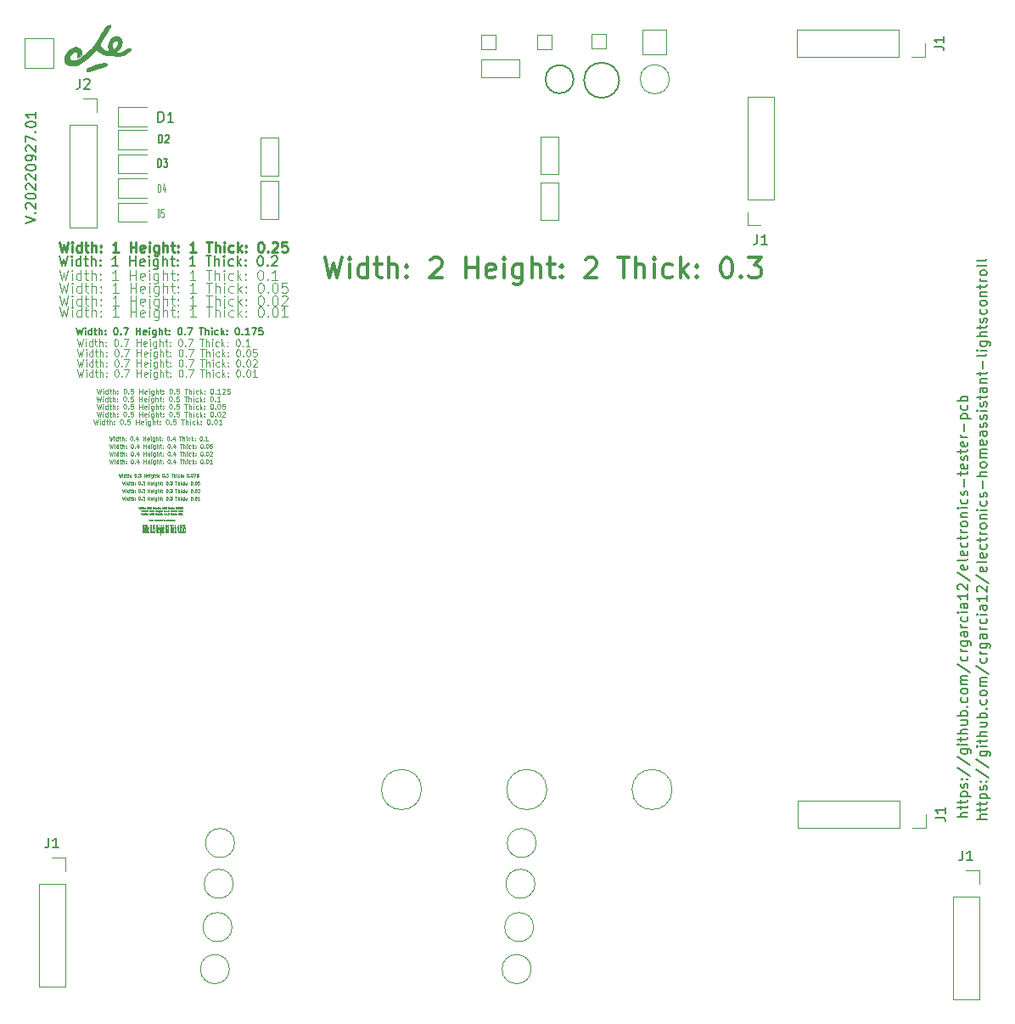
<source format=gto>
G04 #@! TF.GenerationSoftware,KiCad,Pcbnew,(6.0.10)*
G04 #@! TF.CreationDate,2023-02-12T23:23:38+01:00*
G04 #@! TF.ProjectId,hamodule,68616d6f-6475-46c6-952e-6b696361645f,20220918.20*
G04 #@! TF.SameCoordinates,Original*
G04 #@! TF.FileFunction,Legend,Top*
G04 #@! TF.FilePolarity,Positive*
%FSLAX46Y46*%
G04 Gerber Fmt 4.6, Leading zero omitted, Abs format (unit mm)*
G04 Created by KiCad (PCBNEW (6.0.10)) date 2023-02-12 23:23:38*
%MOMM*%
%LPD*%
G01*
G04 APERTURE LIST*
%ADD10C,0.150000*%
%ADD11C,0.100000*%
%ADD12C,0.175000*%
%ADD13C,0.050000*%
%ADD14C,0.200000*%
%ADD15C,0.010000*%
%ADD16C,0.020000*%
%ADD17C,0.250000*%
%ADD18C,0.037500*%
%ADD19C,0.125000*%
%ADD20C,0.075000*%
%ADD21C,0.300000*%
%ADD22C,0.120000*%
G04 APERTURE END LIST*
D10*
X22276880Y-43575928D02*
X23276880Y-43242595D01*
X22276880Y-42909261D01*
X23181642Y-42575928D02*
X23229261Y-42528309D01*
X23276880Y-42575928D01*
X23229261Y-42623547D01*
X23181642Y-42575928D01*
X23276880Y-42575928D01*
X22372119Y-42147357D02*
X22324500Y-42099738D01*
X22276880Y-42004500D01*
X22276880Y-41766404D01*
X22324500Y-41671166D01*
X22372119Y-41623547D01*
X22467357Y-41575928D01*
X22562595Y-41575928D01*
X22705452Y-41623547D01*
X23276880Y-42194976D01*
X23276880Y-41575928D01*
X22276880Y-40956880D02*
X22276880Y-40861642D01*
X22324500Y-40766404D01*
X22372119Y-40718785D01*
X22467357Y-40671166D01*
X22657833Y-40623547D01*
X22895928Y-40623547D01*
X23086404Y-40671166D01*
X23181642Y-40718785D01*
X23229261Y-40766404D01*
X23276880Y-40861642D01*
X23276880Y-40956880D01*
X23229261Y-41052119D01*
X23181642Y-41099738D01*
X23086404Y-41147357D01*
X22895928Y-41194976D01*
X22657833Y-41194976D01*
X22467357Y-41147357D01*
X22372119Y-41099738D01*
X22324500Y-41052119D01*
X22276880Y-40956880D01*
X22372119Y-40242595D02*
X22324500Y-40194976D01*
X22276880Y-40099738D01*
X22276880Y-39861642D01*
X22324500Y-39766404D01*
X22372119Y-39718785D01*
X22467357Y-39671166D01*
X22562595Y-39671166D01*
X22705452Y-39718785D01*
X23276880Y-40290214D01*
X23276880Y-39671166D01*
X22372119Y-39290214D02*
X22324500Y-39242595D01*
X22276880Y-39147357D01*
X22276880Y-38909261D01*
X22324500Y-38814023D01*
X22372119Y-38766404D01*
X22467357Y-38718785D01*
X22562595Y-38718785D01*
X22705452Y-38766404D01*
X23276880Y-39337833D01*
X23276880Y-38718785D01*
X22276880Y-38099738D02*
X22276880Y-38004500D01*
X22324500Y-37909261D01*
X22372119Y-37861642D01*
X22467357Y-37814023D01*
X22657833Y-37766404D01*
X22895928Y-37766404D01*
X23086404Y-37814023D01*
X23181642Y-37861642D01*
X23229261Y-37909261D01*
X23276880Y-38004500D01*
X23276880Y-38099738D01*
X23229261Y-38194976D01*
X23181642Y-38242595D01*
X23086404Y-38290214D01*
X22895928Y-38337833D01*
X22657833Y-38337833D01*
X22467357Y-38290214D01*
X22372119Y-38242595D01*
X22324500Y-38194976D01*
X22276880Y-38099738D01*
X23276880Y-37290214D02*
X23276880Y-37099738D01*
X23229261Y-37004500D01*
X23181642Y-36956880D01*
X23038785Y-36861642D01*
X22848309Y-36814023D01*
X22467357Y-36814023D01*
X22372119Y-36861642D01*
X22324500Y-36909261D01*
X22276880Y-37004500D01*
X22276880Y-37194976D01*
X22324500Y-37290214D01*
X22372119Y-37337833D01*
X22467357Y-37385452D01*
X22705452Y-37385452D01*
X22800690Y-37337833D01*
X22848309Y-37290214D01*
X22895928Y-37194976D01*
X22895928Y-37004500D01*
X22848309Y-36909261D01*
X22800690Y-36861642D01*
X22705452Y-36814023D01*
X22372119Y-36433071D02*
X22324500Y-36385452D01*
X22276880Y-36290214D01*
X22276880Y-36052119D01*
X22324500Y-35956880D01*
X22372119Y-35909261D01*
X22467357Y-35861642D01*
X22562595Y-35861642D01*
X22705452Y-35909261D01*
X23276880Y-36480690D01*
X23276880Y-35861642D01*
X22276880Y-35528309D02*
X22276880Y-34861642D01*
X23276880Y-35290214D01*
X23181642Y-34480690D02*
X23229261Y-34433071D01*
X23276880Y-34480690D01*
X23229261Y-34528309D01*
X23181642Y-34480690D01*
X23276880Y-34480690D01*
X22276880Y-33814023D02*
X22276880Y-33718785D01*
X22324500Y-33623547D01*
X22372119Y-33575928D01*
X22467357Y-33528309D01*
X22657833Y-33480690D01*
X22895928Y-33480690D01*
X23086404Y-33528309D01*
X23181642Y-33575928D01*
X23229261Y-33623547D01*
X23276880Y-33718785D01*
X23276880Y-33814023D01*
X23229261Y-33909261D01*
X23181642Y-33956880D01*
X23086404Y-34004500D01*
X22895928Y-34052119D01*
X22657833Y-34052119D01*
X22467357Y-34004500D01*
X22372119Y-33956880D01*
X22324500Y-33909261D01*
X22276880Y-33814023D01*
X23276880Y-32528309D02*
X23276880Y-33099738D01*
X23276880Y-32814023D02*
X22276880Y-32814023D01*
X22419738Y-32909261D01*
X22514976Y-33004500D01*
X22562595Y-33099738D01*
D11*
X30589666Y-64853952D02*
X30684904Y-65253952D01*
X30761095Y-64968238D01*
X30837285Y-65253952D01*
X30932523Y-64853952D01*
X31084904Y-65253952D02*
X31084904Y-64987285D01*
X31084904Y-64853952D02*
X31065857Y-64873000D01*
X31084904Y-64892047D01*
X31103952Y-64873000D01*
X31084904Y-64853952D01*
X31084904Y-64892047D01*
X31446809Y-65253952D02*
X31446809Y-64853952D01*
X31446809Y-65234904D02*
X31408714Y-65253952D01*
X31332523Y-65253952D01*
X31294428Y-65234904D01*
X31275380Y-65215857D01*
X31256333Y-65177761D01*
X31256333Y-65063476D01*
X31275380Y-65025380D01*
X31294428Y-65006333D01*
X31332523Y-64987285D01*
X31408714Y-64987285D01*
X31446809Y-65006333D01*
X31580142Y-64987285D02*
X31732523Y-64987285D01*
X31637285Y-64853952D02*
X31637285Y-65196809D01*
X31656333Y-65234904D01*
X31694428Y-65253952D01*
X31732523Y-65253952D01*
X31865857Y-65253952D02*
X31865857Y-64853952D01*
X32037285Y-65253952D02*
X32037285Y-65044428D01*
X32018238Y-65006333D01*
X31980142Y-64987285D01*
X31923000Y-64987285D01*
X31884904Y-65006333D01*
X31865857Y-65025380D01*
X32227761Y-65215857D02*
X32246809Y-65234904D01*
X32227761Y-65253952D01*
X32208714Y-65234904D01*
X32227761Y-65215857D01*
X32227761Y-65253952D01*
X32227761Y-65006333D02*
X32246809Y-65025380D01*
X32227761Y-65044428D01*
X32208714Y-65025380D01*
X32227761Y-65006333D01*
X32227761Y-65044428D01*
X32799190Y-64853952D02*
X32837285Y-64853952D01*
X32875380Y-64873000D01*
X32894428Y-64892047D01*
X32913476Y-64930142D01*
X32932523Y-65006333D01*
X32932523Y-65101571D01*
X32913476Y-65177761D01*
X32894428Y-65215857D01*
X32875380Y-65234904D01*
X32837285Y-65253952D01*
X32799190Y-65253952D01*
X32761095Y-65234904D01*
X32742047Y-65215857D01*
X32723000Y-65177761D01*
X32703952Y-65101571D01*
X32703952Y-65006333D01*
X32723000Y-64930142D01*
X32742047Y-64892047D01*
X32761095Y-64873000D01*
X32799190Y-64853952D01*
X33103952Y-65215857D02*
X33123000Y-65234904D01*
X33103952Y-65253952D01*
X33084904Y-65234904D01*
X33103952Y-65215857D01*
X33103952Y-65253952D01*
X33465857Y-64987285D02*
X33465857Y-65253952D01*
X33370619Y-64834904D02*
X33275380Y-65120619D01*
X33523000Y-65120619D01*
X33980142Y-65253952D02*
X33980142Y-64853952D01*
X33980142Y-65044428D02*
X34208714Y-65044428D01*
X34208714Y-65253952D02*
X34208714Y-64853952D01*
X34551571Y-65234904D02*
X34513476Y-65253952D01*
X34437285Y-65253952D01*
X34399190Y-65234904D01*
X34380142Y-65196809D01*
X34380142Y-65044428D01*
X34399190Y-65006333D01*
X34437285Y-64987285D01*
X34513476Y-64987285D01*
X34551571Y-65006333D01*
X34570619Y-65044428D01*
X34570619Y-65082523D01*
X34380142Y-65120619D01*
X34742047Y-65253952D02*
X34742047Y-64987285D01*
X34742047Y-64853952D02*
X34723000Y-64873000D01*
X34742047Y-64892047D01*
X34761095Y-64873000D01*
X34742047Y-64853952D01*
X34742047Y-64892047D01*
X35103952Y-64987285D02*
X35103952Y-65311095D01*
X35084904Y-65349190D01*
X35065857Y-65368238D01*
X35027761Y-65387285D01*
X34970619Y-65387285D01*
X34932523Y-65368238D01*
X35103952Y-65234904D02*
X35065857Y-65253952D01*
X34989666Y-65253952D01*
X34951571Y-65234904D01*
X34932523Y-65215857D01*
X34913476Y-65177761D01*
X34913476Y-65063476D01*
X34932523Y-65025380D01*
X34951571Y-65006333D01*
X34989666Y-64987285D01*
X35065857Y-64987285D01*
X35103952Y-65006333D01*
X35294428Y-65253952D02*
X35294428Y-64853952D01*
X35465857Y-65253952D02*
X35465857Y-65044428D01*
X35446809Y-65006333D01*
X35408714Y-64987285D01*
X35351571Y-64987285D01*
X35313476Y-65006333D01*
X35294428Y-65025380D01*
X35599190Y-64987285D02*
X35751571Y-64987285D01*
X35656333Y-64853952D02*
X35656333Y-65196809D01*
X35675380Y-65234904D01*
X35713476Y-65253952D01*
X35751571Y-65253952D01*
X35884904Y-65215857D02*
X35903952Y-65234904D01*
X35884904Y-65253952D01*
X35865857Y-65234904D01*
X35884904Y-65215857D01*
X35884904Y-65253952D01*
X35884904Y-65006333D02*
X35903952Y-65025380D01*
X35884904Y-65044428D01*
X35865857Y-65025380D01*
X35884904Y-65006333D01*
X35884904Y-65044428D01*
X36456333Y-64853952D02*
X36494428Y-64853952D01*
X36532523Y-64873000D01*
X36551571Y-64892047D01*
X36570619Y-64930142D01*
X36589666Y-65006333D01*
X36589666Y-65101571D01*
X36570619Y-65177761D01*
X36551571Y-65215857D01*
X36532523Y-65234904D01*
X36494428Y-65253952D01*
X36456333Y-65253952D01*
X36418238Y-65234904D01*
X36399190Y-65215857D01*
X36380142Y-65177761D01*
X36361095Y-65101571D01*
X36361095Y-65006333D01*
X36380142Y-64930142D01*
X36399190Y-64892047D01*
X36418238Y-64873000D01*
X36456333Y-64853952D01*
X36761095Y-65215857D02*
X36780142Y-65234904D01*
X36761095Y-65253952D01*
X36742047Y-65234904D01*
X36761095Y-65215857D01*
X36761095Y-65253952D01*
X37123000Y-64987285D02*
X37123000Y-65253952D01*
X37027761Y-64834904D02*
X36932523Y-65120619D01*
X37180142Y-65120619D01*
X37580142Y-64853952D02*
X37808714Y-64853952D01*
X37694428Y-65253952D02*
X37694428Y-64853952D01*
X37942047Y-65253952D02*
X37942047Y-64853952D01*
X38113476Y-65253952D02*
X38113476Y-65044428D01*
X38094428Y-65006333D01*
X38056333Y-64987285D01*
X37999190Y-64987285D01*
X37961095Y-65006333D01*
X37942047Y-65025380D01*
X38303952Y-65253952D02*
X38303952Y-64987285D01*
X38303952Y-64853952D02*
X38284904Y-64873000D01*
X38303952Y-64892047D01*
X38323000Y-64873000D01*
X38303952Y-64853952D01*
X38303952Y-64892047D01*
X38665857Y-65234904D02*
X38627761Y-65253952D01*
X38551571Y-65253952D01*
X38513476Y-65234904D01*
X38494428Y-65215857D01*
X38475380Y-65177761D01*
X38475380Y-65063476D01*
X38494428Y-65025380D01*
X38513476Y-65006333D01*
X38551571Y-64987285D01*
X38627761Y-64987285D01*
X38665857Y-65006333D01*
X38837285Y-65253952D02*
X38837285Y-64853952D01*
X38875380Y-65101571D02*
X38989666Y-65253952D01*
X38989666Y-64987285D02*
X38837285Y-65139666D01*
X39161095Y-65215857D02*
X39180142Y-65234904D01*
X39161095Y-65253952D01*
X39142047Y-65234904D01*
X39161095Y-65215857D01*
X39161095Y-65253952D01*
X39161095Y-65006333D02*
X39180142Y-65025380D01*
X39161095Y-65044428D01*
X39142047Y-65025380D01*
X39161095Y-65006333D01*
X39161095Y-65044428D01*
X39732523Y-64853952D02*
X39770619Y-64853952D01*
X39808714Y-64873000D01*
X39827761Y-64892047D01*
X39846809Y-64930142D01*
X39865857Y-65006333D01*
X39865857Y-65101571D01*
X39846809Y-65177761D01*
X39827761Y-65215857D01*
X39808714Y-65234904D01*
X39770619Y-65253952D01*
X39732523Y-65253952D01*
X39694428Y-65234904D01*
X39675380Y-65215857D01*
X39656333Y-65177761D01*
X39637285Y-65101571D01*
X39637285Y-65006333D01*
X39656333Y-64930142D01*
X39675380Y-64892047D01*
X39694428Y-64873000D01*
X39732523Y-64853952D01*
X40037285Y-65215857D02*
X40056333Y-65234904D01*
X40037285Y-65253952D01*
X40018238Y-65234904D01*
X40037285Y-65215857D01*
X40037285Y-65253952D01*
X40437285Y-65253952D02*
X40208714Y-65253952D01*
X40323000Y-65253952D02*
X40323000Y-64853952D01*
X40284904Y-64911095D01*
X40246809Y-64949190D01*
X40208714Y-64968238D01*
D12*
X27366000Y-54021666D02*
X27532666Y-54721666D01*
X27666000Y-54221666D01*
X27799333Y-54721666D01*
X27966000Y-54021666D01*
X28232666Y-54721666D02*
X28232666Y-54255000D01*
X28232666Y-54021666D02*
X28199333Y-54055000D01*
X28232666Y-54088333D01*
X28266000Y-54055000D01*
X28232666Y-54021666D01*
X28232666Y-54088333D01*
X28866000Y-54721666D02*
X28866000Y-54021666D01*
X28866000Y-54688333D02*
X28799333Y-54721666D01*
X28666000Y-54721666D01*
X28599333Y-54688333D01*
X28566000Y-54655000D01*
X28532666Y-54588333D01*
X28532666Y-54388333D01*
X28566000Y-54321666D01*
X28599333Y-54288333D01*
X28666000Y-54255000D01*
X28799333Y-54255000D01*
X28866000Y-54288333D01*
X29099333Y-54255000D02*
X29366000Y-54255000D01*
X29199333Y-54021666D02*
X29199333Y-54621666D01*
X29232666Y-54688333D01*
X29299333Y-54721666D01*
X29366000Y-54721666D01*
X29599333Y-54721666D02*
X29599333Y-54021666D01*
X29899333Y-54721666D02*
X29899333Y-54355000D01*
X29866000Y-54288333D01*
X29799333Y-54255000D01*
X29699333Y-54255000D01*
X29632666Y-54288333D01*
X29599333Y-54321666D01*
X30232666Y-54655000D02*
X30266000Y-54688333D01*
X30232666Y-54721666D01*
X30199333Y-54688333D01*
X30232666Y-54655000D01*
X30232666Y-54721666D01*
X30232666Y-54288333D02*
X30266000Y-54321666D01*
X30232666Y-54355000D01*
X30199333Y-54321666D01*
X30232666Y-54288333D01*
X30232666Y-54355000D01*
X31232666Y-54021666D02*
X31299333Y-54021666D01*
X31366000Y-54055000D01*
X31399333Y-54088333D01*
X31432666Y-54155000D01*
X31466000Y-54288333D01*
X31466000Y-54455000D01*
X31432666Y-54588333D01*
X31399333Y-54655000D01*
X31366000Y-54688333D01*
X31299333Y-54721666D01*
X31232666Y-54721666D01*
X31166000Y-54688333D01*
X31132666Y-54655000D01*
X31099333Y-54588333D01*
X31066000Y-54455000D01*
X31066000Y-54288333D01*
X31099333Y-54155000D01*
X31132666Y-54088333D01*
X31166000Y-54055000D01*
X31232666Y-54021666D01*
X31766000Y-54655000D02*
X31799333Y-54688333D01*
X31766000Y-54721666D01*
X31732666Y-54688333D01*
X31766000Y-54655000D01*
X31766000Y-54721666D01*
X32032666Y-54021666D02*
X32499333Y-54021666D01*
X32199333Y-54721666D01*
X33299333Y-54721666D02*
X33299333Y-54021666D01*
X33299333Y-54355000D02*
X33699333Y-54355000D01*
X33699333Y-54721666D02*
X33699333Y-54021666D01*
X34299333Y-54688333D02*
X34232666Y-54721666D01*
X34099333Y-54721666D01*
X34032666Y-54688333D01*
X33999333Y-54621666D01*
X33999333Y-54355000D01*
X34032666Y-54288333D01*
X34099333Y-54255000D01*
X34232666Y-54255000D01*
X34299333Y-54288333D01*
X34332666Y-54355000D01*
X34332666Y-54421666D01*
X33999333Y-54488333D01*
X34632666Y-54721666D02*
X34632666Y-54255000D01*
X34632666Y-54021666D02*
X34599333Y-54055000D01*
X34632666Y-54088333D01*
X34666000Y-54055000D01*
X34632666Y-54021666D01*
X34632666Y-54088333D01*
X35266000Y-54255000D02*
X35266000Y-54821666D01*
X35232666Y-54888333D01*
X35199333Y-54921666D01*
X35132666Y-54955000D01*
X35032666Y-54955000D01*
X34966000Y-54921666D01*
X35266000Y-54688333D02*
X35199333Y-54721666D01*
X35066000Y-54721666D01*
X34999333Y-54688333D01*
X34966000Y-54655000D01*
X34932666Y-54588333D01*
X34932666Y-54388333D01*
X34966000Y-54321666D01*
X34999333Y-54288333D01*
X35066000Y-54255000D01*
X35199333Y-54255000D01*
X35266000Y-54288333D01*
X35599333Y-54721666D02*
X35599333Y-54021666D01*
X35899333Y-54721666D02*
X35899333Y-54355000D01*
X35866000Y-54288333D01*
X35799333Y-54255000D01*
X35699333Y-54255000D01*
X35632666Y-54288333D01*
X35599333Y-54321666D01*
X36132666Y-54255000D02*
X36399333Y-54255000D01*
X36232666Y-54021666D02*
X36232666Y-54621666D01*
X36266000Y-54688333D01*
X36332666Y-54721666D01*
X36399333Y-54721666D01*
X36632666Y-54655000D02*
X36666000Y-54688333D01*
X36632666Y-54721666D01*
X36599333Y-54688333D01*
X36632666Y-54655000D01*
X36632666Y-54721666D01*
X36632666Y-54288333D02*
X36666000Y-54321666D01*
X36632666Y-54355000D01*
X36599333Y-54321666D01*
X36632666Y-54288333D01*
X36632666Y-54355000D01*
X37632666Y-54021666D02*
X37699333Y-54021666D01*
X37766000Y-54055000D01*
X37799333Y-54088333D01*
X37832666Y-54155000D01*
X37866000Y-54288333D01*
X37866000Y-54455000D01*
X37832666Y-54588333D01*
X37799333Y-54655000D01*
X37766000Y-54688333D01*
X37699333Y-54721666D01*
X37632666Y-54721666D01*
X37566000Y-54688333D01*
X37532666Y-54655000D01*
X37499333Y-54588333D01*
X37466000Y-54455000D01*
X37466000Y-54288333D01*
X37499333Y-54155000D01*
X37532666Y-54088333D01*
X37566000Y-54055000D01*
X37632666Y-54021666D01*
X38166000Y-54655000D02*
X38199333Y-54688333D01*
X38166000Y-54721666D01*
X38132666Y-54688333D01*
X38166000Y-54655000D01*
X38166000Y-54721666D01*
X38432666Y-54021666D02*
X38899333Y-54021666D01*
X38599333Y-54721666D01*
X39599333Y-54021666D02*
X39999333Y-54021666D01*
X39799333Y-54721666D02*
X39799333Y-54021666D01*
X40232666Y-54721666D02*
X40232666Y-54021666D01*
X40532666Y-54721666D02*
X40532666Y-54355000D01*
X40499333Y-54288333D01*
X40432666Y-54255000D01*
X40332666Y-54255000D01*
X40266000Y-54288333D01*
X40232666Y-54321666D01*
X40866000Y-54721666D02*
X40866000Y-54255000D01*
X40866000Y-54021666D02*
X40832666Y-54055000D01*
X40866000Y-54088333D01*
X40899333Y-54055000D01*
X40866000Y-54021666D01*
X40866000Y-54088333D01*
X41499333Y-54688333D02*
X41432666Y-54721666D01*
X41299333Y-54721666D01*
X41232666Y-54688333D01*
X41199333Y-54655000D01*
X41166000Y-54588333D01*
X41166000Y-54388333D01*
X41199333Y-54321666D01*
X41232666Y-54288333D01*
X41299333Y-54255000D01*
X41432666Y-54255000D01*
X41499333Y-54288333D01*
X41799333Y-54721666D02*
X41799333Y-54021666D01*
X41866000Y-54455000D02*
X42066000Y-54721666D01*
X42066000Y-54255000D02*
X41799333Y-54521666D01*
X42366000Y-54655000D02*
X42399333Y-54688333D01*
X42366000Y-54721666D01*
X42332666Y-54688333D01*
X42366000Y-54655000D01*
X42366000Y-54721666D01*
X42366000Y-54288333D02*
X42399333Y-54321666D01*
X42366000Y-54355000D01*
X42332666Y-54321666D01*
X42366000Y-54288333D01*
X42366000Y-54355000D01*
X43366000Y-54021666D02*
X43432666Y-54021666D01*
X43499333Y-54055000D01*
X43532666Y-54088333D01*
X43566000Y-54155000D01*
X43599333Y-54288333D01*
X43599333Y-54455000D01*
X43566000Y-54588333D01*
X43532666Y-54655000D01*
X43499333Y-54688333D01*
X43432666Y-54721666D01*
X43366000Y-54721666D01*
X43299333Y-54688333D01*
X43266000Y-54655000D01*
X43232666Y-54588333D01*
X43199333Y-54455000D01*
X43199333Y-54288333D01*
X43232666Y-54155000D01*
X43266000Y-54088333D01*
X43299333Y-54055000D01*
X43366000Y-54021666D01*
X43899333Y-54655000D02*
X43932666Y-54688333D01*
X43899333Y-54721666D01*
X43866000Y-54688333D01*
X43899333Y-54655000D01*
X43899333Y-54721666D01*
X44599333Y-54721666D02*
X44199333Y-54721666D01*
X44399333Y-54721666D02*
X44399333Y-54021666D01*
X44332666Y-54121666D01*
X44266000Y-54188333D01*
X44199333Y-54221666D01*
X44832666Y-54021666D02*
X45299333Y-54021666D01*
X44999333Y-54721666D01*
X45899333Y-54021666D02*
X45566000Y-54021666D01*
X45532666Y-54355000D01*
X45566000Y-54321666D01*
X45632666Y-54288333D01*
X45799333Y-54288333D01*
X45866000Y-54321666D01*
X45899333Y-54355000D01*
X45932666Y-54421666D01*
X45932666Y-54588333D01*
X45899333Y-54655000D01*
X45866000Y-54688333D01*
X45799333Y-54721666D01*
X45632666Y-54721666D01*
X45566000Y-54688333D01*
X45532666Y-54655000D01*
D13*
X29372238Y-61624190D02*
X29491285Y-62124190D01*
X29586523Y-61767047D01*
X29681761Y-62124190D01*
X29800809Y-61624190D01*
X29991285Y-62124190D02*
X29991285Y-61790857D01*
X29991285Y-61624190D02*
X29967476Y-61648000D01*
X29991285Y-61671809D01*
X30015095Y-61648000D01*
X29991285Y-61624190D01*
X29991285Y-61671809D01*
X30443666Y-62124190D02*
X30443666Y-61624190D01*
X30443666Y-62100380D02*
X30396047Y-62124190D01*
X30300809Y-62124190D01*
X30253190Y-62100380D01*
X30229380Y-62076571D01*
X30205571Y-62028952D01*
X30205571Y-61886095D01*
X30229380Y-61838476D01*
X30253190Y-61814666D01*
X30300809Y-61790857D01*
X30396047Y-61790857D01*
X30443666Y-61814666D01*
X30610333Y-61790857D02*
X30800809Y-61790857D01*
X30681761Y-61624190D02*
X30681761Y-62052761D01*
X30705571Y-62100380D01*
X30753190Y-62124190D01*
X30800809Y-62124190D01*
X30967476Y-62124190D02*
X30967476Y-61624190D01*
X31181761Y-62124190D02*
X31181761Y-61862285D01*
X31157952Y-61814666D01*
X31110333Y-61790857D01*
X31038904Y-61790857D01*
X30991285Y-61814666D01*
X30967476Y-61838476D01*
X31419857Y-62076571D02*
X31443666Y-62100380D01*
X31419857Y-62124190D01*
X31396047Y-62100380D01*
X31419857Y-62076571D01*
X31419857Y-62124190D01*
X31419857Y-61814666D02*
X31443666Y-61838476D01*
X31419857Y-61862285D01*
X31396047Y-61838476D01*
X31419857Y-61814666D01*
X31419857Y-61862285D01*
X32134142Y-61624190D02*
X32181761Y-61624190D01*
X32229380Y-61648000D01*
X32253190Y-61671809D01*
X32277000Y-61719428D01*
X32300809Y-61814666D01*
X32300809Y-61933714D01*
X32277000Y-62028952D01*
X32253190Y-62076571D01*
X32229380Y-62100380D01*
X32181761Y-62124190D01*
X32134142Y-62124190D01*
X32086523Y-62100380D01*
X32062714Y-62076571D01*
X32038904Y-62028952D01*
X32015095Y-61933714D01*
X32015095Y-61814666D01*
X32038904Y-61719428D01*
X32062714Y-61671809D01*
X32086523Y-61648000D01*
X32134142Y-61624190D01*
X32515095Y-62076571D02*
X32538904Y-62100380D01*
X32515095Y-62124190D01*
X32491285Y-62100380D01*
X32515095Y-62076571D01*
X32515095Y-62124190D01*
X32991285Y-61624190D02*
X32753190Y-61624190D01*
X32729380Y-61862285D01*
X32753190Y-61838476D01*
X32800809Y-61814666D01*
X32919857Y-61814666D01*
X32967476Y-61838476D01*
X32991285Y-61862285D01*
X33015095Y-61909904D01*
X33015095Y-62028952D01*
X32991285Y-62076571D01*
X32967476Y-62100380D01*
X32919857Y-62124190D01*
X32800809Y-62124190D01*
X32753190Y-62100380D01*
X32729380Y-62076571D01*
X33610333Y-62124190D02*
X33610333Y-61624190D01*
X33610333Y-61862285D02*
X33896047Y-61862285D01*
X33896047Y-62124190D02*
X33896047Y-61624190D01*
X34324619Y-62100380D02*
X34277000Y-62124190D01*
X34181761Y-62124190D01*
X34134142Y-62100380D01*
X34110333Y-62052761D01*
X34110333Y-61862285D01*
X34134142Y-61814666D01*
X34181761Y-61790857D01*
X34277000Y-61790857D01*
X34324619Y-61814666D01*
X34348428Y-61862285D01*
X34348428Y-61909904D01*
X34110333Y-61957523D01*
X34562714Y-62124190D02*
X34562714Y-61790857D01*
X34562714Y-61624190D02*
X34538904Y-61648000D01*
X34562714Y-61671809D01*
X34586523Y-61648000D01*
X34562714Y-61624190D01*
X34562714Y-61671809D01*
X35015095Y-61790857D02*
X35015095Y-62195619D01*
X34991285Y-62243238D01*
X34967476Y-62267047D01*
X34919857Y-62290857D01*
X34848428Y-62290857D01*
X34800809Y-62267047D01*
X35015095Y-62100380D02*
X34967476Y-62124190D01*
X34872238Y-62124190D01*
X34824619Y-62100380D01*
X34800809Y-62076571D01*
X34777000Y-62028952D01*
X34777000Y-61886095D01*
X34800809Y-61838476D01*
X34824619Y-61814666D01*
X34872238Y-61790857D01*
X34967476Y-61790857D01*
X35015095Y-61814666D01*
X35253190Y-62124190D02*
X35253190Y-61624190D01*
X35467476Y-62124190D02*
X35467476Y-61862285D01*
X35443666Y-61814666D01*
X35396047Y-61790857D01*
X35324619Y-61790857D01*
X35277000Y-61814666D01*
X35253190Y-61838476D01*
X35634142Y-61790857D02*
X35824619Y-61790857D01*
X35705571Y-61624190D02*
X35705571Y-62052761D01*
X35729380Y-62100380D01*
X35777000Y-62124190D01*
X35824619Y-62124190D01*
X35991285Y-62076571D02*
X36015095Y-62100380D01*
X35991285Y-62124190D01*
X35967476Y-62100380D01*
X35991285Y-62076571D01*
X35991285Y-62124190D01*
X35991285Y-61814666D02*
X36015095Y-61838476D01*
X35991285Y-61862285D01*
X35967476Y-61838476D01*
X35991285Y-61814666D01*
X35991285Y-61862285D01*
X36705571Y-61624190D02*
X36753190Y-61624190D01*
X36800809Y-61648000D01*
X36824619Y-61671809D01*
X36848428Y-61719428D01*
X36872238Y-61814666D01*
X36872238Y-61933714D01*
X36848428Y-62028952D01*
X36824619Y-62076571D01*
X36800809Y-62100380D01*
X36753190Y-62124190D01*
X36705571Y-62124190D01*
X36657952Y-62100380D01*
X36634142Y-62076571D01*
X36610333Y-62028952D01*
X36586523Y-61933714D01*
X36586523Y-61814666D01*
X36610333Y-61719428D01*
X36634142Y-61671809D01*
X36657952Y-61648000D01*
X36705571Y-61624190D01*
X37086523Y-62076571D02*
X37110333Y-62100380D01*
X37086523Y-62124190D01*
X37062714Y-62100380D01*
X37086523Y-62076571D01*
X37086523Y-62124190D01*
X37562714Y-61624190D02*
X37324619Y-61624190D01*
X37300809Y-61862285D01*
X37324619Y-61838476D01*
X37372238Y-61814666D01*
X37491285Y-61814666D01*
X37538904Y-61838476D01*
X37562714Y-61862285D01*
X37586523Y-61909904D01*
X37586523Y-62028952D01*
X37562714Y-62076571D01*
X37538904Y-62100380D01*
X37491285Y-62124190D01*
X37372238Y-62124190D01*
X37324619Y-62100380D01*
X37300809Y-62076571D01*
X38110333Y-61624190D02*
X38396047Y-61624190D01*
X38253190Y-62124190D02*
X38253190Y-61624190D01*
X38562714Y-62124190D02*
X38562714Y-61624190D01*
X38777000Y-62124190D02*
X38777000Y-61862285D01*
X38753190Y-61814666D01*
X38705571Y-61790857D01*
X38634142Y-61790857D01*
X38586523Y-61814666D01*
X38562714Y-61838476D01*
X39015095Y-62124190D02*
X39015095Y-61790857D01*
X39015095Y-61624190D02*
X38991285Y-61648000D01*
X39015095Y-61671809D01*
X39038904Y-61648000D01*
X39015095Y-61624190D01*
X39015095Y-61671809D01*
X39467476Y-62100380D02*
X39419857Y-62124190D01*
X39324619Y-62124190D01*
X39277000Y-62100380D01*
X39253190Y-62076571D01*
X39229380Y-62028952D01*
X39229380Y-61886095D01*
X39253190Y-61838476D01*
X39277000Y-61814666D01*
X39324619Y-61790857D01*
X39419857Y-61790857D01*
X39467476Y-61814666D01*
X39681761Y-62124190D02*
X39681761Y-61624190D01*
X39729380Y-61933714D02*
X39872238Y-62124190D01*
X39872238Y-61790857D02*
X39681761Y-61981333D01*
X40086523Y-62076571D02*
X40110333Y-62100380D01*
X40086523Y-62124190D01*
X40062714Y-62100380D01*
X40086523Y-62076571D01*
X40086523Y-62124190D01*
X40086523Y-61814666D02*
X40110333Y-61838476D01*
X40086523Y-61862285D01*
X40062714Y-61838476D01*
X40086523Y-61814666D01*
X40086523Y-61862285D01*
X40800809Y-61624190D02*
X40848428Y-61624190D01*
X40896047Y-61648000D01*
X40919857Y-61671809D01*
X40943666Y-61719428D01*
X40967476Y-61814666D01*
X40967476Y-61933714D01*
X40943666Y-62028952D01*
X40919857Y-62076571D01*
X40896047Y-62100380D01*
X40848428Y-62124190D01*
X40800809Y-62124190D01*
X40753190Y-62100380D01*
X40729380Y-62076571D01*
X40705571Y-62028952D01*
X40681761Y-61933714D01*
X40681761Y-61814666D01*
X40705571Y-61719428D01*
X40729380Y-61671809D01*
X40753190Y-61648000D01*
X40800809Y-61624190D01*
X41181761Y-62076571D02*
X41205571Y-62100380D01*
X41181761Y-62124190D01*
X41157952Y-62100380D01*
X41181761Y-62076571D01*
X41181761Y-62124190D01*
X41515095Y-61624190D02*
X41562714Y-61624190D01*
X41610333Y-61648000D01*
X41634142Y-61671809D01*
X41657952Y-61719428D01*
X41681761Y-61814666D01*
X41681761Y-61933714D01*
X41657952Y-62028952D01*
X41634142Y-62076571D01*
X41610333Y-62100380D01*
X41562714Y-62124190D01*
X41515095Y-62124190D01*
X41467476Y-62100380D01*
X41443666Y-62076571D01*
X41419857Y-62028952D01*
X41396047Y-61933714D01*
X41396047Y-61814666D01*
X41419857Y-61719428D01*
X41443666Y-61671809D01*
X41467476Y-61648000D01*
X41515095Y-61624190D01*
X42134142Y-61624190D02*
X41896047Y-61624190D01*
X41872238Y-61862285D01*
X41896047Y-61838476D01*
X41943666Y-61814666D01*
X42062714Y-61814666D01*
X42110333Y-61838476D01*
X42134142Y-61862285D01*
X42157952Y-61909904D01*
X42157952Y-62028952D01*
X42134142Y-62076571D01*
X42110333Y-62100380D01*
X42062714Y-62124190D01*
X41943666Y-62124190D01*
X41896047Y-62100380D01*
X41872238Y-62076571D01*
D14*
X25634238Y-46872380D02*
X25872333Y-47872380D01*
X26062809Y-47158095D01*
X26253285Y-47872380D01*
X26491380Y-46872380D01*
X26872333Y-47872380D02*
X26872333Y-47205714D01*
X26872333Y-46872380D02*
X26824714Y-46920000D01*
X26872333Y-46967619D01*
X26919952Y-46920000D01*
X26872333Y-46872380D01*
X26872333Y-46967619D01*
X27777095Y-47872380D02*
X27777095Y-46872380D01*
X27777095Y-47824761D02*
X27681857Y-47872380D01*
X27491380Y-47872380D01*
X27396142Y-47824761D01*
X27348523Y-47777142D01*
X27300904Y-47681904D01*
X27300904Y-47396190D01*
X27348523Y-47300952D01*
X27396142Y-47253333D01*
X27491380Y-47205714D01*
X27681857Y-47205714D01*
X27777095Y-47253333D01*
X28110428Y-47205714D02*
X28491380Y-47205714D01*
X28253285Y-46872380D02*
X28253285Y-47729523D01*
X28300904Y-47824761D01*
X28396142Y-47872380D01*
X28491380Y-47872380D01*
X28824714Y-47872380D02*
X28824714Y-46872380D01*
X29253285Y-47872380D02*
X29253285Y-47348571D01*
X29205666Y-47253333D01*
X29110428Y-47205714D01*
X28967571Y-47205714D01*
X28872333Y-47253333D01*
X28824714Y-47300952D01*
X29729476Y-47777142D02*
X29777095Y-47824761D01*
X29729476Y-47872380D01*
X29681857Y-47824761D01*
X29729476Y-47777142D01*
X29729476Y-47872380D01*
X29729476Y-47253333D02*
X29777095Y-47300952D01*
X29729476Y-47348571D01*
X29681857Y-47300952D01*
X29729476Y-47253333D01*
X29729476Y-47348571D01*
X31491380Y-47872380D02*
X30919952Y-47872380D01*
X31205666Y-47872380D02*
X31205666Y-46872380D01*
X31110428Y-47015238D01*
X31015190Y-47110476D01*
X30919952Y-47158095D01*
X32681857Y-47872380D02*
X32681857Y-46872380D01*
X32681857Y-47348571D02*
X33253285Y-47348571D01*
X33253285Y-47872380D02*
X33253285Y-46872380D01*
X34110428Y-47824761D02*
X34015190Y-47872380D01*
X33824714Y-47872380D01*
X33729476Y-47824761D01*
X33681857Y-47729523D01*
X33681857Y-47348571D01*
X33729476Y-47253333D01*
X33824714Y-47205714D01*
X34015190Y-47205714D01*
X34110428Y-47253333D01*
X34158047Y-47348571D01*
X34158047Y-47443809D01*
X33681857Y-47539047D01*
X34586619Y-47872380D02*
X34586619Y-47205714D01*
X34586619Y-46872380D02*
X34539000Y-46920000D01*
X34586619Y-46967619D01*
X34634238Y-46920000D01*
X34586619Y-46872380D01*
X34586619Y-46967619D01*
X35491380Y-47205714D02*
X35491380Y-48015238D01*
X35443761Y-48110476D01*
X35396142Y-48158095D01*
X35300904Y-48205714D01*
X35158047Y-48205714D01*
X35062809Y-48158095D01*
X35491380Y-47824761D02*
X35396142Y-47872380D01*
X35205666Y-47872380D01*
X35110428Y-47824761D01*
X35062809Y-47777142D01*
X35015190Y-47681904D01*
X35015190Y-47396190D01*
X35062809Y-47300952D01*
X35110428Y-47253333D01*
X35205666Y-47205714D01*
X35396142Y-47205714D01*
X35491380Y-47253333D01*
X35967571Y-47872380D02*
X35967571Y-46872380D01*
X36396142Y-47872380D02*
X36396142Y-47348571D01*
X36348523Y-47253333D01*
X36253285Y-47205714D01*
X36110428Y-47205714D01*
X36015190Y-47253333D01*
X35967571Y-47300952D01*
X36729476Y-47205714D02*
X37110428Y-47205714D01*
X36872333Y-46872380D02*
X36872333Y-47729523D01*
X36919952Y-47824761D01*
X37015190Y-47872380D01*
X37110428Y-47872380D01*
X37443761Y-47777142D02*
X37491380Y-47824761D01*
X37443761Y-47872380D01*
X37396142Y-47824761D01*
X37443761Y-47777142D01*
X37443761Y-47872380D01*
X37443761Y-47253333D02*
X37491380Y-47300952D01*
X37443761Y-47348571D01*
X37396142Y-47300952D01*
X37443761Y-47253333D01*
X37443761Y-47348571D01*
X39205666Y-47872380D02*
X38634238Y-47872380D01*
X38919952Y-47872380D02*
X38919952Y-46872380D01*
X38824714Y-47015238D01*
X38729476Y-47110476D01*
X38634238Y-47158095D01*
X40253285Y-46872380D02*
X40824714Y-46872380D01*
X40539000Y-47872380D02*
X40539000Y-46872380D01*
X41158047Y-47872380D02*
X41158047Y-46872380D01*
X41586619Y-47872380D02*
X41586619Y-47348571D01*
X41539000Y-47253333D01*
X41443761Y-47205714D01*
X41300904Y-47205714D01*
X41205666Y-47253333D01*
X41158047Y-47300952D01*
X42062809Y-47872380D02*
X42062809Y-47205714D01*
X42062809Y-46872380D02*
X42015190Y-46920000D01*
X42062809Y-46967619D01*
X42110428Y-46920000D01*
X42062809Y-46872380D01*
X42062809Y-46967619D01*
X42967571Y-47824761D02*
X42872333Y-47872380D01*
X42681857Y-47872380D01*
X42586619Y-47824761D01*
X42539000Y-47777142D01*
X42491380Y-47681904D01*
X42491380Y-47396190D01*
X42539000Y-47300952D01*
X42586619Y-47253333D01*
X42681857Y-47205714D01*
X42872333Y-47205714D01*
X42967571Y-47253333D01*
X43396142Y-47872380D02*
X43396142Y-46872380D01*
X43491380Y-47491428D02*
X43777095Y-47872380D01*
X43777095Y-47205714D02*
X43396142Y-47586666D01*
X44205666Y-47777142D02*
X44253285Y-47824761D01*
X44205666Y-47872380D01*
X44158047Y-47824761D01*
X44205666Y-47777142D01*
X44205666Y-47872380D01*
X44205666Y-47253333D02*
X44253285Y-47300952D01*
X44205666Y-47348571D01*
X44158047Y-47300952D01*
X44205666Y-47253333D01*
X44205666Y-47348571D01*
X45634238Y-46872380D02*
X45729476Y-46872380D01*
X45824714Y-46920000D01*
X45872333Y-46967619D01*
X45919952Y-47062857D01*
X45967571Y-47253333D01*
X45967571Y-47491428D01*
X45919952Y-47681904D01*
X45872333Y-47777142D01*
X45824714Y-47824761D01*
X45729476Y-47872380D01*
X45634238Y-47872380D01*
X45539000Y-47824761D01*
X45491380Y-47777142D01*
X45443761Y-47681904D01*
X45396142Y-47491428D01*
X45396142Y-47253333D01*
X45443761Y-47062857D01*
X45491380Y-46967619D01*
X45539000Y-46920000D01*
X45634238Y-46872380D01*
X46396142Y-47777142D02*
X46443761Y-47824761D01*
X46396142Y-47872380D01*
X46348523Y-47824761D01*
X46396142Y-47777142D01*
X46396142Y-47872380D01*
X46824714Y-46967619D02*
X46872333Y-46920000D01*
X46967571Y-46872380D01*
X47205666Y-46872380D01*
X47300904Y-46920000D01*
X47348523Y-46967619D01*
X47396142Y-47062857D01*
X47396142Y-47158095D01*
X47348523Y-47300952D01*
X46777095Y-47872380D01*
X47396142Y-47872380D01*
D13*
X31934142Y-69353714D02*
X32005571Y-69653714D01*
X32062714Y-69439428D01*
X32119857Y-69653714D01*
X32191285Y-69353714D01*
X32305571Y-69653714D02*
X32305571Y-69453714D01*
X32305571Y-69353714D02*
X32291285Y-69368000D01*
X32305571Y-69382285D01*
X32319857Y-69368000D01*
X32305571Y-69353714D01*
X32305571Y-69382285D01*
X32577000Y-69653714D02*
X32577000Y-69353714D01*
X32577000Y-69639428D02*
X32548428Y-69653714D01*
X32491285Y-69653714D01*
X32462714Y-69639428D01*
X32448428Y-69625142D01*
X32434142Y-69596571D01*
X32434142Y-69510857D01*
X32448428Y-69482285D01*
X32462714Y-69468000D01*
X32491285Y-69453714D01*
X32548428Y-69453714D01*
X32577000Y-69468000D01*
X32677000Y-69453714D02*
X32791285Y-69453714D01*
X32719857Y-69353714D02*
X32719857Y-69610857D01*
X32734142Y-69639428D01*
X32762714Y-69653714D01*
X32791285Y-69653714D01*
X32891285Y-69653714D02*
X32891285Y-69353714D01*
X33019857Y-69653714D02*
X33019857Y-69496571D01*
X33005571Y-69468000D01*
X32977000Y-69453714D01*
X32934142Y-69453714D01*
X32905571Y-69468000D01*
X32891285Y-69482285D01*
X33162714Y-69625142D02*
X33177000Y-69639428D01*
X33162714Y-69653714D01*
X33148428Y-69639428D01*
X33162714Y-69625142D01*
X33162714Y-69653714D01*
X33162714Y-69468000D02*
X33177000Y-69482285D01*
X33162714Y-69496571D01*
X33148428Y-69482285D01*
X33162714Y-69468000D01*
X33162714Y-69496571D01*
X33591285Y-69353714D02*
X33619857Y-69353714D01*
X33648428Y-69368000D01*
X33662714Y-69382285D01*
X33677000Y-69410857D01*
X33691285Y-69468000D01*
X33691285Y-69539428D01*
X33677000Y-69596571D01*
X33662714Y-69625142D01*
X33648428Y-69639428D01*
X33619857Y-69653714D01*
X33591285Y-69653714D01*
X33562714Y-69639428D01*
X33548428Y-69625142D01*
X33534142Y-69596571D01*
X33519857Y-69539428D01*
X33519857Y-69468000D01*
X33534142Y-69410857D01*
X33548428Y-69382285D01*
X33562714Y-69368000D01*
X33591285Y-69353714D01*
X33819857Y-69625142D02*
X33834142Y-69639428D01*
X33819857Y-69653714D01*
X33805571Y-69639428D01*
X33819857Y-69625142D01*
X33819857Y-69653714D01*
X33934142Y-69353714D02*
X34119857Y-69353714D01*
X34019857Y-69468000D01*
X34062714Y-69468000D01*
X34091285Y-69482285D01*
X34105571Y-69496571D01*
X34119857Y-69525142D01*
X34119857Y-69596571D01*
X34105571Y-69625142D01*
X34091285Y-69639428D01*
X34062714Y-69653714D01*
X33977000Y-69653714D01*
X33948428Y-69639428D01*
X33934142Y-69625142D01*
X34477000Y-69653714D02*
X34477000Y-69353714D01*
X34477000Y-69496571D02*
X34648428Y-69496571D01*
X34648428Y-69653714D02*
X34648428Y-69353714D01*
X34905571Y-69639428D02*
X34877000Y-69653714D01*
X34819857Y-69653714D01*
X34791285Y-69639428D01*
X34777000Y-69610857D01*
X34777000Y-69496571D01*
X34791285Y-69468000D01*
X34819857Y-69453714D01*
X34877000Y-69453714D01*
X34905571Y-69468000D01*
X34919857Y-69496571D01*
X34919857Y-69525142D01*
X34777000Y-69553714D01*
X35048428Y-69653714D02*
X35048428Y-69453714D01*
X35048428Y-69353714D02*
X35034142Y-69368000D01*
X35048428Y-69382285D01*
X35062714Y-69368000D01*
X35048428Y-69353714D01*
X35048428Y-69382285D01*
X35319857Y-69453714D02*
X35319857Y-69696571D01*
X35305571Y-69725142D01*
X35291285Y-69739428D01*
X35262714Y-69753714D01*
X35219857Y-69753714D01*
X35191285Y-69739428D01*
X35319857Y-69639428D02*
X35291285Y-69653714D01*
X35234142Y-69653714D01*
X35205571Y-69639428D01*
X35191285Y-69625142D01*
X35177000Y-69596571D01*
X35177000Y-69510857D01*
X35191285Y-69482285D01*
X35205571Y-69468000D01*
X35234142Y-69453714D01*
X35291285Y-69453714D01*
X35319857Y-69468000D01*
X35462714Y-69653714D02*
X35462714Y-69353714D01*
X35591285Y-69653714D02*
X35591285Y-69496571D01*
X35577000Y-69468000D01*
X35548428Y-69453714D01*
X35505571Y-69453714D01*
X35477000Y-69468000D01*
X35462714Y-69482285D01*
X35691285Y-69453714D02*
X35805571Y-69453714D01*
X35734142Y-69353714D02*
X35734142Y-69610857D01*
X35748428Y-69639428D01*
X35777000Y-69653714D01*
X35805571Y-69653714D01*
X35905571Y-69625142D02*
X35919857Y-69639428D01*
X35905571Y-69653714D01*
X35891285Y-69639428D01*
X35905571Y-69625142D01*
X35905571Y-69653714D01*
X35905571Y-69468000D02*
X35919857Y-69482285D01*
X35905571Y-69496571D01*
X35891285Y-69482285D01*
X35905571Y-69468000D01*
X35905571Y-69496571D01*
X36334142Y-69353714D02*
X36362714Y-69353714D01*
X36391285Y-69368000D01*
X36405571Y-69382285D01*
X36419857Y-69410857D01*
X36434142Y-69468000D01*
X36434142Y-69539428D01*
X36419857Y-69596571D01*
X36405571Y-69625142D01*
X36391285Y-69639428D01*
X36362714Y-69653714D01*
X36334142Y-69653714D01*
X36305571Y-69639428D01*
X36291285Y-69625142D01*
X36277000Y-69596571D01*
X36262714Y-69539428D01*
X36262714Y-69468000D01*
X36277000Y-69410857D01*
X36291285Y-69382285D01*
X36305571Y-69368000D01*
X36334142Y-69353714D01*
X36562714Y-69625142D02*
X36577000Y-69639428D01*
X36562714Y-69653714D01*
X36548428Y-69639428D01*
X36562714Y-69625142D01*
X36562714Y-69653714D01*
X36677000Y-69353714D02*
X36862714Y-69353714D01*
X36762714Y-69468000D01*
X36805571Y-69468000D01*
X36834142Y-69482285D01*
X36848428Y-69496571D01*
X36862714Y-69525142D01*
X36862714Y-69596571D01*
X36848428Y-69625142D01*
X36834142Y-69639428D01*
X36805571Y-69653714D01*
X36719857Y-69653714D01*
X36691285Y-69639428D01*
X36677000Y-69625142D01*
X37177000Y-69353714D02*
X37348428Y-69353714D01*
X37262714Y-69653714D02*
X37262714Y-69353714D01*
X37448428Y-69653714D02*
X37448428Y-69353714D01*
X37577000Y-69653714D02*
X37577000Y-69496571D01*
X37562714Y-69468000D01*
X37534142Y-69453714D01*
X37491285Y-69453714D01*
X37462714Y-69468000D01*
X37448428Y-69482285D01*
X37719857Y-69653714D02*
X37719857Y-69453714D01*
X37719857Y-69353714D02*
X37705571Y-69368000D01*
X37719857Y-69382285D01*
X37734142Y-69368000D01*
X37719857Y-69353714D01*
X37719857Y-69382285D01*
X37991285Y-69639428D02*
X37962714Y-69653714D01*
X37905571Y-69653714D01*
X37877000Y-69639428D01*
X37862714Y-69625142D01*
X37848428Y-69596571D01*
X37848428Y-69510857D01*
X37862714Y-69482285D01*
X37877000Y-69468000D01*
X37905571Y-69453714D01*
X37962714Y-69453714D01*
X37991285Y-69468000D01*
X38119857Y-69653714D02*
X38119857Y-69353714D01*
X38148428Y-69539428D02*
X38234142Y-69653714D01*
X38234142Y-69453714D02*
X38119857Y-69568000D01*
X38362714Y-69625142D02*
X38377000Y-69639428D01*
X38362714Y-69653714D01*
X38348428Y-69639428D01*
X38362714Y-69625142D01*
X38362714Y-69653714D01*
X38362714Y-69468000D02*
X38377000Y-69482285D01*
X38362714Y-69496571D01*
X38348428Y-69482285D01*
X38362714Y-69468000D01*
X38362714Y-69496571D01*
X38791285Y-69353714D02*
X38819857Y-69353714D01*
X38848428Y-69368000D01*
X38862714Y-69382285D01*
X38877000Y-69410857D01*
X38891285Y-69468000D01*
X38891285Y-69539428D01*
X38877000Y-69596571D01*
X38862714Y-69625142D01*
X38848428Y-69639428D01*
X38819857Y-69653714D01*
X38791285Y-69653714D01*
X38762714Y-69639428D01*
X38748428Y-69625142D01*
X38734142Y-69596571D01*
X38719857Y-69539428D01*
X38719857Y-69468000D01*
X38734142Y-69410857D01*
X38748428Y-69382285D01*
X38762714Y-69368000D01*
X38791285Y-69353714D01*
X39019857Y-69625142D02*
X39034142Y-69639428D01*
X39019857Y-69653714D01*
X39005571Y-69639428D01*
X39019857Y-69625142D01*
X39019857Y-69653714D01*
X39219857Y-69353714D02*
X39248428Y-69353714D01*
X39277000Y-69368000D01*
X39291285Y-69382285D01*
X39305571Y-69410857D01*
X39319857Y-69468000D01*
X39319857Y-69539428D01*
X39305571Y-69596571D01*
X39291285Y-69625142D01*
X39277000Y-69639428D01*
X39248428Y-69653714D01*
X39219857Y-69653714D01*
X39191285Y-69639428D01*
X39177000Y-69625142D01*
X39162714Y-69596571D01*
X39148428Y-69539428D01*
X39148428Y-69468000D01*
X39162714Y-69410857D01*
X39177000Y-69382285D01*
X39191285Y-69368000D01*
X39219857Y-69353714D01*
X39591285Y-69353714D02*
X39448428Y-69353714D01*
X39434142Y-69496571D01*
X39448428Y-69482285D01*
X39477000Y-69468000D01*
X39548428Y-69468000D01*
X39577000Y-69482285D01*
X39591285Y-69496571D01*
X39605571Y-69525142D01*
X39605571Y-69596571D01*
X39591285Y-69625142D01*
X39577000Y-69639428D01*
X39548428Y-69653714D01*
X39477000Y-69653714D01*
X39448428Y-69639428D01*
X39434142Y-69625142D01*
D15*
X29042238Y-63148190D02*
X29161285Y-63648190D01*
X29256523Y-63291047D01*
X29351761Y-63648190D01*
X29470809Y-63148190D01*
X29661285Y-63648190D02*
X29661285Y-63314857D01*
X29661285Y-63148190D02*
X29637476Y-63172000D01*
X29661285Y-63195809D01*
X29685095Y-63172000D01*
X29661285Y-63148190D01*
X29661285Y-63195809D01*
X30113666Y-63648190D02*
X30113666Y-63148190D01*
X30113666Y-63624380D02*
X30066047Y-63648190D01*
X29970809Y-63648190D01*
X29923190Y-63624380D01*
X29899380Y-63600571D01*
X29875571Y-63552952D01*
X29875571Y-63410095D01*
X29899380Y-63362476D01*
X29923190Y-63338666D01*
X29970809Y-63314857D01*
X30066047Y-63314857D01*
X30113666Y-63338666D01*
X30280333Y-63314857D02*
X30470809Y-63314857D01*
X30351761Y-63148190D02*
X30351761Y-63576761D01*
X30375571Y-63624380D01*
X30423190Y-63648190D01*
X30470809Y-63648190D01*
X30637476Y-63648190D02*
X30637476Y-63148190D01*
X30851761Y-63648190D02*
X30851761Y-63386285D01*
X30827952Y-63338666D01*
X30780333Y-63314857D01*
X30708904Y-63314857D01*
X30661285Y-63338666D01*
X30637476Y-63362476D01*
X31089857Y-63600571D02*
X31113666Y-63624380D01*
X31089857Y-63648190D01*
X31066047Y-63624380D01*
X31089857Y-63600571D01*
X31089857Y-63648190D01*
X31089857Y-63338666D02*
X31113666Y-63362476D01*
X31089857Y-63386285D01*
X31066047Y-63362476D01*
X31089857Y-63338666D01*
X31089857Y-63386285D01*
X31804142Y-63148190D02*
X31851761Y-63148190D01*
X31899380Y-63172000D01*
X31923190Y-63195809D01*
X31947000Y-63243428D01*
X31970809Y-63338666D01*
X31970809Y-63457714D01*
X31947000Y-63552952D01*
X31923190Y-63600571D01*
X31899380Y-63624380D01*
X31851761Y-63648190D01*
X31804142Y-63648190D01*
X31756523Y-63624380D01*
X31732714Y-63600571D01*
X31708904Y-63552952D01*
X31685095Y-63457714D01*
X31685095Y-63338666D01*
X31708904Y-63243428D01*
X31732714Y-63195809D01*
X31756523Y-63172000D01*
X31804142Y-63148190D01*
X32185095Y-63600571D02*
X32208904Y-63624380D01*
X32185095Y-63648190D01*
X32161285Y-63624380D01*
X32185095Y-63600571D01*
X32185095Y-63648190D01*
X32661285Y-63148190D02*
X32423190Y-63148190D01*
X32399380Y-63386285D01*
X32423190Y-63362476D01*
X32470809Y-63338666D01*
X32589857Y-63338666D01*
X32637476Y-63362476D01*
X32661285Y-63386285D01*
X32685095Y-63433904D01*
X32685095Y-63552952D01*
X32661285Y-63600571D01*
X32637476Y-63624380D01*
X32589857Y-63648190D01*
X32470809Y-63648190D01*
X32423190Y-63624380D01*
X32399380Y-63600571D01*
X33280333Y-63648190D02*
X33280333Y-63148190D01*
X33280333Y-63386285D02*
X33566047Y-63386285D01*
X33566047Y-63648190D02*
X33566047Y-63148190D01*
X33994619Y-63624380D02*
X33947000Y-63648190D01*
X33851761Y-63648190D01*
X33804142Y-63624380D01*
X33780333Y-63576761D01*
X33780333Y-63386285D01*
X33804142Y-63338666D01*
X33851761Y-63314857D01*
X33947000Y-63314857D01*
X33994619Y-63338666D01*
X34018428Y-63386285D01*
X34018428Y-63433904D01*
X33780333Y-63481523D01*
X34232714Y-63648190D02*
X34232714Y-63314857D01*
X34232714Y-63148190D02*
X34208904Y-63172000D01*
X34232714Y-63195809D01*
X34256523Y-63172000D01*
X34232714Y-63148190D01*
X34232714Y-63195809D01*
X34685095Y-63314857D02*
X34685095Y-63719619D01*
X34661285Y-63767238D01*
X34637476Y-63791047D01*
X34589857Y-63814857D01*
X34518428Y-63814857D01*
X34470809Y-63791047D01*
X34685095Y-63624380D02*
X34637476Y-63648190D01*
X34542238Y-63648190D01*
X34494619Y-63624380D01*
X34470809Y-63600571D01*
X34447000Y-63552952D01*
X34447000Y-63410095D01*
X34470809Y-63362476D01*
X34494619Y-63338666D01*
X34542238Y-63314857D01*
X34637476Y-63314857D01*
X34685095Y-63338666D01*
X34923190Y-63648190D02*
X34923190Y-63148190D01*
X35137476Y-63648190D02*
X35137476Y-63386285D01*
X35113666Y-63338666D01*
X35066047Y-63314857D01*
X34994619Y-63314857D01*
X34947000Y-63338666D01*
X34923190Y-63362476D01*
X35304142Y-63314857D02*
X35494619Y-63314857D01*
X35375571Y-63148190D02*
X35375571Y-63576761D01*
X35399380Y-63624380D01*
X35447000Y-63648190D01*
X35494619Y-63648190D01*
X35661285Y-63600571D02*
X35685095Y-63624380D01*
X35661285Y-63648190D01*
X35637476Y-63624380D01*
X35661285Y-63600571D01*
X35661285Y-63648190D01*
X35661285Y-63338666D02*
X35685095Y-63362476D01*
X35661285Y-63386285D01*
X35637476Y-63362476D01*
X35661285Y-63338666D01*
X35661285Y-63386285D01*
X36375571Y-63148190D02*
X36423190Y-63148190D01*
X36470809Y-63172000D01*
X36494619Y-63195809D01*
X36518428Y-63243428D01*
X36542238Y-63338666D01*
X36542238Y-63457714D01*
X36518428Y-63552952D01*
X36494619Y-63600571D01*
X36470809Y-63624380D01*
X36423190Y-63648190D01*
X36375571Y-63648190D01*
X36327952Y-63624380D01*
X36304142Y-63600571D01*
X36280333Y-63552952D01*
X36256523Y-63457714D01*
X36256523Y-63338666D01*
X36280333Y-63243428D01*
X36304142Y-63195809D01*
X36327952Y-63172000D01*
X36375571Y-63148190D01*
X36756523Y-63600571D02*
X36780333Y-63624380D01*
X36756523Y-63648190D01*
X36732714Y-63624380D01*
X36756523Y-63600571D01*
X36756523Y-63648190D01*
X37232714Y-63148190D02*
X36994619Y-63148190D01*
X36970809Y-63386285D01*
X36994619Y-63362476D01*
X37042238Y-63338666D01*
X37161285Y-63338666D01*
X37208904Y-63362476D01*
X37232714Y-63386285D01*
X37256523Y-63433904D01*
X37256523Y-63552952D01*
X37232714Y-63600571D01*
X37208904Y-63624380D01*
X37161285Y-63648190D01*
X37042238Y-63648190D01*
X36994619Y-63624380D01*
X36970809Y-63600571D01*
X37780333Y-63148190D02*
X38066047Y-63148190D01*
X37923190Y-63648190D02*
X37923190Y-63148190D01*
X38232714Y-63648190D02*
X38232714Y-63148190D01*
X38447000Y-63648190D02*
X38447000Y-63386285D01*
X38423190Y-63338666D01*
X38375571Y-63314857D01*
X38304142Y-63314857D01*
X38256523Y-63338666D01*
X38232714Y-63362476D01*
X38685095Y-63648190D02*
X38685095Y-63314857D01*
X38685095Y-63148190D02*
X38661285Y-63172000D01*
X38685095Y-63195809D01*
X38708904Y-63172000D01*
X38685095Y-63148190D01*
X38685095Y-63195809D01*
X39137476Y-63624380D02*
X39089857Y-63648190D01*
X38994619Y-63648190D01*
X38947000Y-63624380D01*
X38923190Y-63600571D01*
X38899380Y-63552952D01*
X38899380Y-63410095D01*
X38923190Y-63362476D01*
X38947000Y-63338666D01*
X38994619Y-63314857D01*
X39089857Y-63314857D01*
X39137476Y-63338666D01*
X39351761Y-63648190D02*
X39351761Y-63148190D01*
X39399380Y-63457714D02*
X39542238Y-63648190D01*
X39542238Y-63314857D02*
X39351761Y-63505333D01*
X39756523Y-63600571D02*
X39780333Y-63624380D01*
X39756523Y-63648190D01*
X39732714Y-63624380D01*
X39756523Y-63600571D01*
X39756523Y-63648190D01*
X39756523Y-63338666D02*
X39780333Y-63362476D01*
X39756523Y-63386285D01*
X39732714Y-63362476D01*
X39756523Y-63338666D01*
X39756523Y-63386285D01*
X40470809Y-63148190D02*
X40518428Y-63148190D01*
X40566047Y-63172000D01*
X40589857Y-63195809D01*
X40613666Y-63243428D01*
X40637476Y-63338666D01*
X40637476Y-63457714D01*
X40613666Y-63552952D01*
X40589857Y-63600571D01*
X40566047Y-63624380D01*
X40518428Y-63648190D01*
X40470809Y-63648190D01*
X40423190Y-63624380D01*
X40399380Y-63600571D01*
X40375571Y-63552952D01*
X40351761Y-63457714D01*
X40351761Y-63338666D01*
X40375571Y-63243428D01*
X40399380Y-63195809D01*
X40423190Y-63172000D01*
X40470809Y-63148190D01*
X40851761Y-63600571D02*
X40875571Y-63624380D01*
X40851761Y-63648190D01*
X40827952Y-63624380D01*
X40851761Y-63600571D01*
X40851761Y-63648190D01*
X41185095Y-63148190D02*
X41232714Y-63148190D01*
X41280333Y-63172000D01*
X41304142Y-63195809D01*
X41327952Y-63243428D01*
X41351761Y-63338666D01*
X41351761Y-63457714D01*
X41327952Y-63552952D01*
X41304142Y-63600571D01*
X41280333Y-63624380D01*
X41232714Y-63648190D01*
X41185095Y-63648190D01*
X41137476Y-63624380D01*
X41113666Y-63600571D01*
X41089857Y-63552952D01*
X41066047Y-63457714D01*
X41066047Y-63338666D01*
X41089857Y-63243428D01*
X41113666Y-63195809D01*
X41137476Y-63172000D01*
X41185095Y-63148190D01*
X41827952Y-63648190D02*
X41542238Y-63648190D01*
X41685095Y-63648190D02*
X41685095Y-63148190D01*
X41637476Y-63219619D01*
X41589857Y-63267238D01*
X41542238Y-63291047D01*
D16*
X27445333Y-57196666D02*
X27612000Y-57896666D01*
X27745333Y-57396666D01*
X27878666Y-57896666D01*
X28045333Y-57196666D01*
X28312000Y-57896666D02*
X28312000Y-57430000D01*
X28312000Y-57196666D02*
X28278666Y-57230000D01*
X28312000Y-57263333D01*
X28345333Y-57230000D01*
X28312000Y-57196666D01*
X28312000Y-57263333D01*
X28945333Y-57896666D02*
X28945333Y-57196666D01*
X28945333Y-57863333D02*
X28878666Y-57896666D01*
X28745333Y-57896666D01*
X28678666Y-57863333D01*
X28645333Y-57830000D01*
X28612000Y-57763333D01*
X28612000Y-57563333D01*
X28645333Y-57496666D01*
X28678666Y-57463333D01*
X28745333Y-57430000D01*
X28878666Y-57430000D01*
X28945333Y-57463333D01*
X29178666Y-57430000D02*
X29445333Y-57430000D01*
X29278666Y-57196666D02*
X29278666Y-57796666D01*
X29312000Y-57863333D01*
X29378666Y-57896666D01*
X29445333Y-57896666D01*
X29678666Y-57896666D02*
X29678666Y-57196666D01*
X29978666Y-57896666D02*
X29978666Y-57530000D01*
X29945333Y-57463333D01*
X29878666Y-57430000D01*
X29778666Y-57430000D01*
X29712000Y-57463333D01*
X29678666Y-57496666D01*
X30312000Y-57830000D02*
X30345333Y-57863333D01*
X30312000Y-57896666D01*
X30278666Y-57863333D01*
X30312000Y-57830000D01*
X30312000Y-57896666D01*
X30312000Y-57463333D02*
X30345333Y-57496666D01*
X30312000Y-57530000D01*
X30278666Y-57496666D01*
X30312000Y-57463333D01*
X30312000Y-57530000D01*
X31312000Y-57196666D02*
X31378666Y-57196666D01*
X31445333Y-57230000D01*
X31478666Y-57263333D01*
X31512000Y-57330000D01*
X31545333Y-57463333D01*
X31545333Y-57630000D01*
X31512000Y-57763333D01*
X31478666Y-57830000D01*
X31445333Y-57863333D01*
X31378666Y-57896666D01*
X31312000Y-57896666D01*
X31245333Y-57863333D01*
X31212000Y-57830000D01*
X31178666Y-57763333D01*
X31145333Y-57630000D01*
X31145333Y-57463333D01*
X31178666Y-57330000D01*
X31212000Y-57263333D01*
X31245333Y-57230000D01*
X31312000Y-57196666D01*
X31845333Y-57830000D02*
X31878666Y-57863333D01*
X31845333Y-57896666D01*
X31812000Y-57863333D01*
X31845333Y-57830000D01*
X31845333Y-57896666D01*
X32112000Y-57196666D02*
X32578666Y-57196666D01*
X32278666Y-57896666D01*
X33378666Y-57896666D02*
X33378666Y-57196666D01*
X33378666Y-57530000D02*
X33778666Y-57530000D01*
X33778666Y-57896666D02*
X33778666Y-57196666D01*
X34378666Y-57863333D02*
X34312000Y-57896666D01*
X34178666Y-57896666D01*
X34112000Y-57863333D01*
X34078666Y-57796666D01*
X34078666Y-57530000D01*
X34112000Y-57463333D01*
X34178666Y-57430000D01*
X34312000Y-57430000D01*
X34378666Y-57463333D01*
X34412000Y-57530000D01*
X34412000Y-57596666D01*
X34078666Y-57663333D01*
X34712000Y-57896666D02*
X34712000Y-57430000D01*
X34712000Y-57196666D02*
X34678666Y-57230000D01*
X34712000Y-57263333D01*
X34745333Y-57230000D01*
X34712000Y-57196666D01*
X34712000Y-57263333D01*
X35345333Y-57430000D02*
X35345333Y-57996666D01*
X35312000Y-58063333D01*
X35278666Y-58096666D01*
X35212000Y-58130000D01*
X35112000Y-58130000D01*
X35045333Y-58096666D01*
X35345333Y-57863333D02*
X35278666Y-57896666D01*
X35145333Y-57896666D01*
X35078666Y-57863333D01*
X35045333Y-57830000D01*
X35012000Y-57763333D01*
X35012000Y-57563333D01*
X35045333Y-57496666D01*
X35078666Y-57463333D01*
X35145333Y-57430000D01*
X35278666Y-57430000D01*
X35345333Y-57463333D01*
X35678666Y-57896666D02*
X35678666Y-57196666D01*
X35978666Y-57896666D02*
X35978666Y-57530000D01*
X35945333Y-57463333D01*
X35878666Y-57430000D01*
X35778666Y-57430000D01*
X35712000Y-57463333D01*
X35678666Y-57496666D01*
X36212000Y-57430000D02*
X36478666Y-57430000D01*
X36312000Y-57196666D02*
X36312000Y-57796666D01*
X36345333Y-57863333D01*
X36412000Y-57896666D01*
X36478666Y-57896666D01*
X36712000Y-57830000D02*
X36745333Y-57863333D01*
X36712000Y-57896666D01*
X36678666Y-57863333D01*
X36712000Y-57830000D01*
X36712000Y-57896666D01*
X36712000Y-57463333D02*
X36745333Y-57496666D01*
X36712000Y-57530000D01*
X36678666Y-57496666D01*
X36712000Y-57463333D01*
X36712000Y-57530000D01*
X37712000Y-57196666D02*
X37778666Y-57196666D01*
X37845333Y-57230000D01*
X37878666Y-57263333D01*
X37912000Y-57330000D01*
X37945333Y-57463333D01*
X37945333Y-57630000D01*
X37912000Y-57763333D01*
X37878666Y-57830000D01*
X37845333Y-57863333D01*
X37778666Y-57896666D01*
X37712000Y-57896666D01*
X37645333Y-57863333D01*
X37612000Y-57830000D01*
X37578666Y-57763333D01*
X37545333Y-57630000D01*
X37545333Y-57463333D01*
X37578666Y-57330000D01*
X37612000Y-57263333D01*
X37645333Y-57230000D01*
X37712000Y-57196666D01*
X38245333Y-57830000D02*
X38278666Y-57863333D01*
X38245333Y-57896666D01*
X38212000Y-57863333D01*
X38245333Y-57830000D01*
X38245333Y-57896666D01*
X38512000Y-57196666D02*
X38978666Y-57196666D01*
X38678666Y-57896666D01*
X39678666Y-57196666D02*
X40078666Y-57196666D01*
X39878666Y-57896666D02*
X39878666Y-57196666D01*
X40312000Y-57896666D02*
X40312000Y-57196666D01*
X40612000Y-57896666D02*
X40612000Y-57530000D01*
X40578666Y-57463333D01*
X40512000Y-57430000D01*
X40412000Y-57430000D01*
X40345333Y-57463333D01*
X40312000Y-57496666D01*
X40945333Y-57896666D02*
X40945333Y-57430000D01*
X40945333Y-57196666D02*
X40912000Y-57230000D01*
X40945333Y-57263333D01*
X40978666Y-57230000D01*
X40945333Y-57196666D01*
X40945333Y-57263333D01*
X41578666Y-57863333D02*
X41512000Y-57896666D01*
X41378666Y-57896666D01*
X41312000Y-57863333D01*
X41278666Y-57830000D01*
X41245333Y-57763333D01*
X41245333Y-57563333D01*
X41278666Y-57496666D01*
X41312000Y-57463333D01*
X41378666Y-57430000D01*
X41512000Y-57430000D01*
X41578666Y-57463333D01*
X41878666Y-57896666D02*
X41878666Y-57196666D01*
X41945333Y-57630000D02*
X42145333Y-57896666D01*
X42145333Y-57430000D02*
X41878666Y-57696666D01*
X42445333Y-57830000D02*
X42478666Y-57863333D01*
X42445333Y-57896666D01*
X42412000Y-57863333D01*
X42445333Y-57830000D01*
X42445333Y-57896666D01*
X42445333Y-57463333D02*
X42478666Y-57496666D01*
X42445333Y-57530000D01*
X42412000Y-57496666D01*
X42445333Y-57463333D01*
X42445333Y-57530000D01*
X43445333Y-57196666D02*
X43512000Y-57196666D01*
X43578666Y-57230000D01*
X43612000Y-57263333D01*
X43645333Y-57330000D01*
X43678666Y-57463333D01*
X43678666Y-57630000D01*
X43645333Y-57763333D01*
X43612000Y-57830000D01*
X43578666Y-57863333D01*
X43512000Y-57896666D01*
X43445333Y-57896666D01*
X43378666Y-57863333D01*
X43345333Y-57830000D01*
X43312000Y-57763333D01*
X43278666Y-57630000D01*
X43278666Y-57463333D01*
X43312000Y-57330000D01*
X43345333Y-57263333D01*
X43378666Y-57230000D01*
X43445333Y-57196666D01*
X43978666Y-57830000D02*
X44012000Y-57863333D01*
X43978666Y-57896666D01*
X43945333Y-57863333D01*
X43978666Y-57830000D01*
X43978666Y-57896666D01*
X44445333Y-57196666D02*
X44512000Y-57196666D01*
X44578666Y-57230000D01*
X44612000Y-57263333D01*
X44645333Y-57330000D01*
X44678666Y-57463333D01*
X44678666Y-57630000D01*
X44645333Y-57763333D01*
X44612000Y-57830000D01*
X44578666Y-57863333D01*
X44512000Y-57896666D01*
X44445333Y-57896666D01*
X44378666Y-57863333D01*
X44345333Y-57830000D01*
X44312000Y-57763333D01*
X44278666Y-57630000D01*
X44278666Y-57463333D01*
X44312000Y-57330000D01*
X44345333Y-57263333D01*
X44378666Y-57230000D01*
X44445333Y-57196666D01*
X44945333Y-57263333D02*
X44978666Y-57230000D01*
X45045333Y-57196666D01*
X45212000Y-57196666D01*
X45278666Y-57230000D01*
X45312000Y-57263333D01*
X45345333Y-57330000D01*
X45345333Y-57396666D01*
X45312000Y-57496666D01*
X44912000Y-57896666D01*
X45345333Y-57896666D01*
X30653190Y-66377952D02*
X30748428Y-66777952D01*
X30824619Y-66492238D01*
X30900809Y-66777952D01*
X30996047Y-66377952D01*
X31148428Y-66777952D02*
X31148428Y-66511285D01*
X31148428Y-66377952D02*
X31129380Y-66397000D01*
X31148428Y-66416047D01*
X31167476Y-66397000D01*
X31148428Y-66377952D01*
X31148428Y-66416047D01*
X31510333Y-66777952D02*
X31510333Y-66377952D01*
X31510333Y-66758904D02*
X31472238Y-66777952D01*
X31396047Y-66777952D01*
X31357952Y-66758904D01*
X31338904Y-66739857D01*
X31319857Y-66701761D01*
X31319857Y-66587476D01*
X31338904Y-66549380D01*
X31357952Y-66530333D01*
X31396047Y-66511285D01*
X31472238Y-66511285D01*
X31510333Y-66530333D01*
X31643666Y-66511285D02*
X31796047Y-66511285D01*
X31700809Y-66377952D02*
X31700809Y-66720809D01*
X31719857Y-66758904D01*
X31757952Y-66777952D01*
X31796047Y-66777952D01*
X31929380Y-66777952D02*
X31929380Y-66377952D01*
X32100809Y-66777952D02*
X32100809Y-66568428D01*
X32081761Y-66530333D01*
X32043666Y-66511285D01*
X31986523Y-66511285D01*
X31948428Y-66530333D01*
X31929380Y-66549380D01*
X32291285Y-66739857D02*
X32310333Y-66758904D01*
X32291285Y-66777952D01*
X32272238Y-66758904D01*
X32291285Y-66739857D01*
X32291285Y-66777952D01*
X32291285Y-66530333D02*
X32310333Y-66549380D01*
X32291285Y-66568428D01*
X32272238Y-66549380D01*
X32291285Y-66530333D01*
X32291285Y-66568428D01*
X32862714Y-66377952D02*
X32900809Y-66377952D01*
X32938904Y-66397000D01*
X32957952Y-66416047D01*
X32977000Y-66454142D01*
X32996047Y-66530333D01*
X32996047Y-66625571D01*
X32977000Y-66701761D01*
X32957952Y-66739857D01*
X32938904Y-66758904D01*
X32900809Y-66777952D01*
X32862714Y-66777952D01*
X32824619Y-66758904D01*
X32805571Y-66739857D01*
X32786523Y-66701761D01*
X32767476Y-66625571D01*
X32767476Y-66530333D01*
X32786523Y-66454142D01*
X32805571Y-66416047D01*
X32824619Y-66397000D01*
X32862714Y-66377952D01*
X33167476Y-66739857D02*
X33186523Y-66758904D01*
X33167476Y-66777952D01*
X33148428Y-66758904D01*
X33167476Y-66739857D01*
X33167476Y-66777952D01*
X33529380Y-66511285D02*
X33529380Y-66777952D01*
X33434142Y-66358904D02*
X33338904Y-66644619D01*
X33586523Y-66644619D01*
X34043666Y-66777952D02*
X34043666Y-66377952D01*
X34043666Y-66568428D02*
X34272238Y-66568428D01*
X34272238Y-66777952D02*
X34272238Y-66377952D01*
X34615095Y-66758904D02*
X34577000Y-66777952D01*
X34500809Y-66777952D01*
X34462714Y-66758904D01*
X34443666Y-66720809D01*
X34443666Y-66568428D01*
X34462714Y-66530333D01*
X34500809Y-66511285D01*
X34577000Y-66511285D01*
X34615095Y-66530333D01*
X34634142Y-66568428D01*
X34634142Y-66606523D01*
X34443666Y-66644619D01*
X34805571Y-66777952D02*
X34805571Y-66511285D01*
X34805571Y-66377952D02*
X34786523Y-66397000D01*
X34805571Y-66416047D01*
X34824619Y-66397000D01*
X34805571Y-66377952D01*
X34805571Y-66416047D01*
X35167476Y-66511285D02*
X35167476Y-66835095D01*
X35148428Y-66873190D01*
X35129380Y-66892238D01*
X35091285Y-66911285D01*
X35034142Y-66911285D01*
X34996047Y-66892238D01*
X35167476Y-66758904D02*
X35129380Y-66777952D01*
X35053190Y-66777952D01*
X35015095Y-66758904D01*
X34996047Y-66739857D01*
X34977000Y-66701761D01*
X34977000Y-66587476D01*
X34996047Y-66549380D01*
X35015095Y-66530333D01*
X35053190Y-66511285D01*
X35129380Y-66511285D01*
X35167476Y-66530333D01*
X35357952Y-66777952D02*
X35357952Y-66377952D01*
X35529380Y-66777952D02*
X35529380Y-66568428D01*
X35510333Y-66530333D01*
X35472238Y-66511285D01*
X35415095Y-66511285D01*
X35377000Y-66530333D01*
X35357952Y-66549380D01*
X35662714Y-66511285D02*
X35815095Y-66511285D01*
X35719857Y-66377952D02*
X35719857Y-66720809D01*
X35738904Y-66758904D01*
X35777000Y-66777952D01*
X35815095Y-66777952D01*
X35948428Y-66739857D02*
X35967476Y-66758904D01*
X35948428Y-66777952D01*
X35929380Y-66758904D01*
X35948428Y-66739857D01*
X35948428Y-66777952D01*
X35948428Y-66530333D02*
X35967476Y-66549380D01*
X35948428Y-66568428D01*
X35929380Y-66549380D01*
X35948428Y-66530333D01*
X35948428Y-66568428D01*
X36519857Y-66377952D02*
X36557952Y-66377952D01*
X36596047Y-66397000D01*
X36615095Y-66416047D01*
X36634142Y-66454142D01*
X36653190Y-66530333D01*
X36653190Y-66625571D01*
X36634142Y-66701761D01*
X36615095Y-66739857D01*
X36596047Y-66758904D01*
X36557952Y-66777952D01*
X36519857Y-66777952D01*
X36481761Y-66758904D01*
X36462714Y-66739857D01*
X36443666Y-66701761D01*
X36424619Y-66625571D01*
X36424619Y-66530333D01*
X36443666Y-66454142D01*
X36462714Y-66416047D01*
X36481761Y-66397000D01*
X36519857Y-66377952D01*
X36824619Y-66739857D02*
X36843666Y-66758904D01*
X36824619Y-66777952D01*
X36805571Y-66758904D01*
X36824619Y-66739857D01*
X36824619Y-66777952D01*
X37186523Y-66511285D02*
X37186523Y-66777952D01*
X37091285Y-66358904D02*
X36996047Y-66644619D01*
X37243666Y-66644619D01*
X37643666Y-66377952D02*
X37872238Y-66377952D01*
X37757952Y-66777952D02*
X37757952Y-66377952D01*
X38005571Y-66777952D02*
X38005571Y-66377952D01*
X38177000Y-66777952D02*
X38177000Y-66568428D01*
X38157952Y-66530333D01*
X38119857Y-66511285D01*
X38062714Y-66511285D01*
X38024619Y-66530333D01*
X38005571Y-66549380D01*
X38367476Y-66777952D02*
X38367476Y-66511285D01*
X38367476Y-66377952D02*
X38348428Y-66397000D01*
X38367476Y-66416047D01*
X38386523Y-66397000D01*
X38367476Y-66377952D01*
X38367476Y-66416047D01*
X38729380Y-66758904D02*
X38691285Y-66777952D01*
X38615095Y-66777952D01*
X38577000Y-66758904D01*
X38557952Y-66739857D01*
X38538904Y-66701761D01*
X38538904Y-66587476D01*
X38557952Y-66549380D01*
X38577000Y-66530333D01*
X38615095Y-66511285D01*
X38691285Y-66511285D01*
X38729380Y-66530333D01*
X38900809Y-66777952D02*
X38900809Y-66377952D01*
X38938904Y-66625571D02*
X39053190Y-66777952D01*
X39053190Y-66511285D02*
X38900809Y-66663666D01*
X39224619Y-66739857D02*
X39243666Y-66758904D01*
X39224619Y-66777952D01*
X39205571Y-66758904D01*
X39224619Y-66739857D01*
X39224619Y-66777952D01*
X39224619Y-66530333D02*
X39243666Y-66549380D01*
X39224619Y-66568428D01*
X39205571Y-66549380D01*
X39224619Y-66530333D01*
X39224619Y-66568428D01*
X39796047Y-66377952D02*
X39834142Y-66377952D01*
X39872238Y-66397000D01*
X39891285Y-66416047D01*
X39910333Y-66454142D01*
X39929380Y-66530333D01*
X39929380Y-66625571D01*
X39910333Y-66701761D01*
X39891285Y-66739857D01*
X39872238Y-66758904D01*
X39834142Y-66777952D01*
X39796047Y-66777952D01*
X39757952Y-66758904D01*
X39738904Y-66739857D01*
X39719857Y-66701761D01*
X39700809Y-66625571D01*
X39700809Y-66530333D01*
X39719857Y-66454142D01*
X39738904Y-66416047D01*
X39757952Y-66397000D01*
X39796047Y-66377952D01*
X40100809Y-66739857D02*
X40119857Y-66758904D01*
X40100809Y-66777952D01*
X40081761Y-66758904D01*
X40100809Y-66739857D01*
X40100809Y-66777952D01*
X40367476Y-66377952D02*
X40405571Y-66377952D01*
X40443666Y-66397000D01*
X40462714Y-66416047D01*
X40481761Y-66454142D01*
X40500809Y-66530333D01*
X40500809Y-66625571D01*
X40481761Y-66701761D01*
X40462714Y-66739857D01*
X40443666Y-66758904D01*
X40405571Y-66777952D01*
X40367476Y-66777952D01*
X40329380Y-66758904D01*
X40310333Y-66739857D01*
X40291285Y-66701761D01*
X40272238Y-66625571D01*
X40272238Y-66530333D01*
X40291285Y-66454142D01*
X40310333Y-66416047D01*
X40329380Y-66397000D01*
X40367476Y-66377952D01*
X40653190Y-66416047D02*
X40672238Y-66397000D01*
X40710333Y-66377952D01*
X40805571Y-66377952D01*
X40843666Y-66397000D01*
X40862714Y-66416047D01*
X40881761Y-66454142D01*
X40881761Y-66492238D01*
X40862714Y-66549380D01*
X40634142Y-66777952D01*
X40881761Y-66777952D01*
D17*
X25666047Y-45475380D02*
X25904142Y-46475380D01*
X26094619Y-45761095D01*
X26285095Y-46475380D01*
X26523190Y-45475380D01*
X26904142Y-46475380D02*
X26904142Y-45808714D01*
X26904142Y-45475380D02*
X26856523Y-45523000D01*
X26904142Y-45570619D01*
X26951761Y-45523000D01*
X26904142Y-45475380D01*
X26904142Y-45570619D01*
X27808904Y-46475380D02*
X27808904Y-45475380D01*
X27808904Y-46427761D02*
X27713666Y-46475380D01*
X27523190Y-46475380D01*
X27427952Y-46427761D01*
X27380333Y-46380142D01*
X27332714Y-46284904D01*
X27332714Y-45999190D01*
X27380333Y-45903952D01*
X27427952Y-45856333D01*
X27523190Y-45808714D01*
X27713666Y-45808714D01*
X27808904Y-45856333D01*
X28142238Y-45808714D02*
X28523190Y-45808714D01*
X28285095Y-45475380D02*
X28285095Y-46332523D01*
X28332714Y-46427761D01*
X28427952Y-46475380D01*
X28523190Y-46475380D01*
X28856523Y-46475380D02*
X28856523Y-45475380D01*
X29285095Y-46475380D02*
X29285095Y-45951571D01*
X29237476Y-45856333D01*
X29142238Y-45808714D01*
X28999380Y-45808714D01*
X28904142Y-45856333D01*
X28856523Y-45903952D01*
X29761285Y-46380142D02*
X29808904Y-46427761D01*
X29761285Y-46475380D01*
X29713666Y-46427761D01*
X29761285Y-46380142D01*
X29761285Y-46475380D01*
X29761285Y-45856333D02*
X29808904Y-45903952D01*
X29761285Y-45951571D01*
X29713666Y-45903952D01*
X29761285Y-45856333D01*
X29761285Y-45951571D01*
X31523190Y-46475380D02*
X30951761Y-46475380D01*
X31237476Y-46475380D02*
X31237476Y-45475380D01*
X31142238Y-45618238D01*
X31047000Y-45713476D01*
X30951761Y-45761095D01*
X32713666Y-46475380D02*
X32713666Y-45475380D01*
X32713666Y-45951571D02*
X33285095Y-45951571D01*
X33285095Y-46475380D02*
X33285095Y-45475380D01*
X34142238Y-46427761D02*
X34047000Y-46475380D01*
X33856523Y-46475380D01*
X33761285Y-46427761D01*
X33713666Y-46332523D01*
X33713666Y-45951571D01*
X33761285Y-45856333D01*
X33856523Y-45808714D01*
X34047000Y-45808714D01*
X34142238Y-45856333D01*
X34189857Y-45951571D01*
X34189857Y-46046809D01*
X33713666Y-46142047D01*
X34618428Y-46475380D02*
X34618428Y-45808714D01*
X34618428Y-45475380D02*
X34570809Y-45523000D01*
X34618428Y-45570619D01*
X34666047Y-45523000D01*
X34618428Y-45475380D01*
X34618428Y-45570619D01*
X35523190Y-45808714D02*
X35523190Y-46618238D01*
X35475571Y-46713476D01*
X35427952Y-46761095D01*
X35332714Y-46808714D01*
X35189857Y-46808714D01*
X35094619Y-46761095D01*
X35523190Y-46427761D02*
X35427952Y-46475380D01*
X35237476Y-46475380D01*
X35142238Y-46427761D01*
X35094619Y-46380142D01*
X35047000Y-46284904D01*
X35047000Y-45999190D01*
X35094619Y-45903952D01*
X35142238Y-45856333D01*
X35237476Y-45808714D01*
X35427952Y-45808714D01*
X35523190Y-45856333D01*
X35999380Y-46475380D02*
X35999380Y-45475380D01*
X36427952Y-46475380D02*
X36427952Y-45951571D01*
X36380333Y-45856333D01*
X36285095Y-45808714D01*
X36142238Y-45808714D01*
X36047000Y-45856333D01*
X35999380Y-45903952D01*
X36761285Y-45808714D02*
X37142238Y-45808714D01*
X36904142Y-45475380D02*
X36904142Y-46332523D01*
X36951761Y-46427761D01*
X37047000Y-46475380D01*
X37142238Y-46475380D01*
X37475571Y-46380142D02*
X37523190Y-46427761D01*
X37475571Y-46475380D01*
X37427952Y-46427761D01*
X37475571Y-46380142D01*
X37475571Y-46475380D01*
X37475571Y-45856333D02*
X37523190Y-45903952D01*
X37475571Y-45951571D01*
X37427952Y-45903952D01*
X37475571Y-45856333D01*
X37475571Y-45951571D01*
X39237476Y-46475380D02*
X38666047Y-46475380D01*
X38951761Y-46475380D02*
X38951761Y-45475380D01*
X38856523Y-45618238D01*
X38761285Y-45713476D01*
X38666047Y-45761095D01*
X40285095Y-45475380D02*
X40856523Y-45475380D01*
X40570809Y-46475380D02*
X40570809Y-45475380D01*
X41189857Y-46475380D02*
X41189857Y-45475380D01*
X41618428Y-46475380D02*
X41618428Y-45951571D01*
X41570809Y-45856333D01*
X41475571Y-45808714D01*
X41332714Y-45808714D01*
X41237476Y-45856333D01*
X41189857Y-45903952D01*
X42094619Y-46475380D02*
X42094619Y-45808714D01*
X42094619Y-45475380D02*
X42047000Y-45523000D01*
X42094619Y-45570619D01*
X42142238Y-45523000D01*
X42094619Y-45475380D01*
X42094619Y-45570619D01*
X42999380Y-46427761D02*
X42904142Y-46475380D01*
X42713666Y-46475380D01*
X42618428Y-46427761D01*
X42570809Y-46380142D01*
X42523190Y-46284904D01*
X42523190Y-45999190D01*
X42570809Y-45903952D01*
X42618428Y-45856333D01*
X42713666Y-45808714D01*
X42904142Y-45808714D01*
X42999380Y-45856333D01*
X43427952Y-46475380D02*
X43427952Y-45475380D01*
X43523190Y-46094428D02*
X43808904Y-46475380D01*
X43808904Y-45808714D02*
X43427952Y-46189666D01*
X44237476Y-46380142D02*
X44285095Y-46427761D01*
X44237476Y-46475380D01*
X44189857Y-46427761D01*
X44237476Y-46380142D01*
X44237476Y-46475380D01*
X44237476Y-45856333D02*
X44285095Y-45903952D01*
X44237476Y-45951571D01*
X44189857Y-45903952D01*
X44237476Y-45856333D01*
X44237476Y-45951571D01*
X45666047Y-45475380D02*
X45761285Y-45475380D01*
X45856523Y-45523000D01*
X45904142Y-45570619D01*
X45951761Y-45665857D01*
X45999380Y-45856333D01*
X45999380Y-46094428D01*
X45951761Y-46284904D01*
X45904142Y-46380142D01*
X45856523Y-46427761D01*
X45761285Y-46475380D01*
X45666047Y-46475380D01*
X45570809Y-46427761D01*
X45523190Y-46380142D01*
X45475571Y-46284904D01*
X45427952Y-46094428D01*
X45427952Y-45856333D01*
X45475571Y-45665857D01*
X45523190Y-45570619D01*
X45570809Y-45523000D01*
X45666047Y-45475380D01*
X46427952Y-46380142D02*
X46475571Y-46427761D01*
X46427952Y-46475380D01*
X46380333Y-46427761D01*
X46427952Y-46380142D01*
X46427952Y-46475380D01*
X46856523Y-45570619D02*
X46904142Y-45523000D01*
X46999380Y-45475380D01*
X47237476Y-45475380D01*
X47332714Y-45523000D01*
X47380333Y-45570619D01*
X47427952Y-45665857D01*
X47427952Y-45761095D01*
X47380333Y-45903952D01*
X46808904Y-46475380D01*
X47427952Y-46475380D01*
X48332714Y-45475380D02*
X47856523Y-45475380D01*
X47808904Y-45951571D01*
X47856523Y-45903952D01*
X47951761Y-45856333D01*
X48189857Y-45856333D01*
X48285095Y-45903952D01*
X48332714Y-45951571D01*
X48380333Y-46046809D01*
X48380333Y-46284904D01*
X48332714Y-46380142D01*
X48285095Y-46427761D01*
X48189857Y-46475380D01*
X47951761Y-46475380D01*
X47856523Y-46427761D01*
X47808904Y-46380142D01*
D13*
X30653190Y-65615952D02*
X30748428Y-66015952D01*
X30824619Y-65730238D01*
X30900809Y-66015952D01*
X30996047Y-65615952D01*
X31148428Y-66015952D02*
X31148428Y-65749285D01*
X31148428Y-65615952D02*
X31129380Y-65635000D01*
X31148428Y-65654047D01*
X31167476Y-65635000D01*
X31148428Y-65615952D01*
X31148428Y-65654047D01*
X31510333Y-66015952D02*
X31510333Y-65615952D01*
X31510333Y-65996904D02*
X31472238Y-66015952D01*
X31396047Y-66015952D01*
X31357952Y-65996904D01*
X31338904Y-65977857D01*
X31319857Y-65939761D01*
X31319857Y-65825476D01*
X31338904Y-65787380D01*
X31357952Y-65768333D01*
X31396047Y-65749285D01*
X31472238Y-65749285D01*
X31510333Y-65768333D01*
X31643666Y-65749285D02*
X31796047Y-65749285D01*
X31700809Y-65615952D02*
X31700809Y-65958809D01*
X31719857Y-65996904D01*
X31757952Y-66015952D01*
X31796047Y-66015952D01*
X31929380Y-66015952D02*
X31929380Y-65615952D01*
X32100809Y-66015952D02*
X32100809Y-65806428D01*
X32081761Y-65768333D01*
X32043666Y-65749285D01*
X31986523Y-65749285D01*
X31948428Y-65768333D01*
X31929380Y-65787380D01*
X32291285Y-65977857D02*
X32310333Y-65996904D01*
X32291285Y-66015952D01*
X32272238Y-65996904D01*
X32291285Y-65977857D01*
X32291285Y-66015952D01*
X32291285Y-65768333D02*
X32310333Y-65787380D01*
X32291285Y-65806428D01*
X32272238Y-65787380D01*
X32291285Y-65768333D01*
X32291285Y-65806428D01*
X32862714Y-65615952D02*
X32900809Y-65615952D01*
X32938904Y-65635000D01*
X32957952Y-65654047D01*
X32977000Y-65692142D01*
X32996047Y-65768333D01*
X32996047Y-65863571D01*
X32977000Y-65939761D01*
X32957952Y-65977857D01*
X32938904Y-65996904D01*
X32900809Y-66015952D01*
X32862714Y-66015952D01*
X32824619Y-65996904D01*
X32805571Y-65977857D01*
X32786523Y-65939761D01*
X32767476Y-65863571D01*
X32767476Y-65768333D01*
X32786523Y-65692142D01*
X32805571Y-65654047D01*
X32824619Y-65635000D01*
X32862714Y-65615952D01*
X33167476Y-65977857D02*
X33186523Y-65996904D01*
X33167476Y-66015952D01*
X33148428Y-65996904D01*
X33167476Y-65977857D01*
X33167476Y-66015952D01*
X33529380Y-65749285D02*
X33529380Y-66015952D01*
X33434142Y-65596904D02*
X33338904Y-65882619D01*
X33586523Y-65882619D01*
X34043666Y-66015952D02*
X34043666Y-65615952D01*
X34043666Y-65806428D02*
X34272238Y-65806428D01*
X34272238Y-66015952D02*
X34272238Y-65615952D01*
X34615095Y-65996904D02*
X34577000Y-66015952D01*
X34500809Y-66015952D01*
X34462714Y-65996904D01*
X34443666Y-65958809D01*
X34443666Y-65806428D01*
X34462714Y-65768333D01*
X34500809Y-65749285D01*
X34577000Y-65749285D01*
X34615095Y-65768333D01*
X34634142Y-65806428D01*
X34634142Y-65844523D01*
X34443666Y-65882619D01*
X34805571Y-66015952D02*
X34805571Y-65749285D01*
X34805571Y-65615952D02*
X34786523Y-65635000D01*
X34805571Y-65654047D01*
X34824619Y-65635000D01*
X34805571Y-65615952D01*
X34805571Y-65654047D01*
X35167476Y-65749285D02*
X35167476Y-66073095D01*
X35148428Y-66111190D01*
X35129380Y-66130238D01*
X35091285Y-66149285D01*
X35034142Y-66149285D01*
X34996047Y-66130238D01*
X35167476Y-65996904D02*
X35129380Y-66015952D01*
X35053190Y-66015952D01*
X35015095Y-65996904D01*
X34996047Y-65977857D01*
X34977000Y-65939761D01*
X34977000Y-65825476D01*
X34996047Y-65787380D01*
X35015095Y-65768333D01*
X35053190Y-65749285D01*
X35129380Y-65749285D01*
X35167476Y-65768333D01*
X35357952Y-66015952D02*
X35357952Y-65615952D01*
X35529380Y-66015952D02*
X35529380Y-65806428D01*
X35510333Y-65768333D01*
X35472238Y-65749285D01*
X35415095Y-65749285D01*
X35377000Y-65768333D01*
X35357952Y-65787380D01*
X35662714Y-65749285D02*
X35815095Y-65749285D01*
X35719857Y-65615952D02*
X35719857Y-65958809D01*
X35738904Y-65996904D01*
X35777000Y-66015952D01*
X35815095Y-66015952D01*
X35948428Y-65977857D02*
X35967476Y-65996904D01*
X35948428Y-66015952D01*
X35929380Y-65996904D01*
X35948428Y-65977857D01*
X35948428Y-66015952D01*
X35948428Y-65768333D02*
X35967476Y-65787380D01*
X35948428Y-65806428D01*
X35929380Y-65787380D01*
X35948428Y-65768333D01*
X35948428Y-65806428D01*
X36519857Y-65615952D02*
X36557952Y-65615952D01*
X36596047Y-65635000D01*
X36615095Y-65654047D01*
X36634142Y-65692142D01*
X36653190Y-65768333D01*
X36653190Y-65863571D01*
X36634142Y-65939761D01*
X36615095Y-65977857D01*
X36596047Y-65996904D01*
X36557952Y-66015952D01*
X36519857Y-66015952D01*
X36481761Y-65996904D01*
X36462714Y-65977857D01*
X36443666Y-65939761D01*
X36424619Y-65863571D01*
X36424619Y-65768333D01*
X36443666Y-65692142D01*
X36462714Y-65654047D01*
X36481761Y-65635000D01*
X36519857Y-65615952D01*
X36824619Y-65977857D02*
X36843666Y-65996904D01*
X36824619Y-66015952D01*
X36805571Y-65996904D01*
X36824619Y-65977857D01*
X36824619Y-66015952D01*
X37186523Y-65749285D02*
X37186523Y-66015952D01*
X37091285Y-65596904D02*
X36996047Y-65882619D01*
X37243666Y-65882619D01*
X37643666Y-65615952D02*
X37872238Y-65615952D01*
X37757952Y-66015952D02*
X37757952Y-65615952D01*
X38005571Y-66015952D02*
X38005571Y-65615952D01*
X38177000Y-66015952D02*
X38177000Y-65806428D01*
X38157952Y-65768333D01*
X38119857Y-65749285D01*
X38062714Y-65749285D01*
X38024619Y-65768333D01*
X38005571Y-65787380D01*
X38367476Y-66015952D02*
X38367476Y-65749285D01*
X38367476Y-65615952D02*
X38348428Y-65635000D01*
X38367476Y-65654047D01*
X38386523Y-65635000D01*
X38367476Y-65615952D01*
X38367476Y-65654047D01*
X38729380Y-65996904D02*
X38691285Y-66015952D01*
X38615095Y-66015952D01*
X38577000Y-65996904D01*
X38557952Y-65977857D01*
X38538904Y-65939761D01*
X38538904Y-65825476D01*
X38557952Y-65787380D01*
X38577000Y-65768333D01*
X38615095Y-65749285D01*
X38691285Y-65749285D01*
X38729380Y-65768333D01*
X38900809Y-66015952D02*
X38900809Y-65615952D01*
X38938904Y-65863571D02*
X39053190Y-66015952D01*
X39053190Y-65749285D02*
X38900809Y-65901666D01*
X39224619Y-65977857D02*
X39243666Y-65996904D01*
X39224619Y-66015952D01*
X39205571Y-65996904D01*
X39224619Y-65977857D01*
X39224619Y-66015952D01*
X39224619Y-65768333D02*
X39243666Y-65787380D01*
X39224619Y-65806428D01*
X39205571Y-65787380D01*
X39224619Y-65768333D01*
X39224619Y-65806428D01*
X39796047Y-65615952D02*
X39834142Y-65615952D01*
X39872238Y-65635000D01*
X39891285Y-65654047D01*
X39910333Y-65692142D01*
X39929380Y-65768333D01*
X39929380Y-65863571D01*
X39910333Y-65939761D01*
X39891285Y-65977857D01*
X39872238Y-65996904D01*
X39834142Y-66015952D01*
X39796047Y-66015952D01*
X39757952Y-65996904D01*
X39738904Y-65977857D01*
X39719857Y-65939761D01*
X39700809Y-65863571D01*
X39700809Y-65768333D01*
X39719857Y-65692142D01*
X39738904Y-65654047D01*
X39757952Y-65635000D01*
X39796047Y-65615952D01*
X40100809Y-65977857D02*
X40119857Y-65996904D01*
X40100809Y-66015952D01*
X40081761Y-65996904D01*
X40100809Y-65977857D01*
X40100809Y-66015952D01*
X40367476Y-65615952D02*
X40405571Y-65615952D01*
X40443666Y-65635000D01*
X40462714Y-65654047D01*
X40481761Y-65692142D01*
X40500809Y-65768333D01*
X40500809Y-65863571D01*
X40481761Y-65939761D01*
X40462714Y-65977857D01*
X40443666Y-65996904D01*
X40405571Y-66015952D01*
X40367476Y-66015952D01*
X40329380Y-65996904D01*
X40310333Y-65977857D01*
X40291285Y-65939761D01*
X40272238Y-65863571D01*
X40272238Y-65768333D01*
X40291285Y-65692142D01*
X40310333Y-65654047D01*
X40329380Y-65635000D01*
X40367476Y-65615952D01*
X40862714Y-65615952D02*
X40672238Y-65615952D01*
X40653190Y-65806428D01*
X40672238Y-65787380D01*
X40710333Y-65768333D01*
X40805571Y-65768333D01*
X40843666Y-65787380D01*
X40862714Y-65806428D01*
X40881761Y-65844523D01*
X40881761Y-65939761D01*
X40862714Y-65977857D01*
X40843666Y-65996904D01*
X40805571Y-66015952D01*
X40710333Y-66015952D01*
X40672238Y-65996904D01*
X40653190Y-65977857D01*
D15*
X34562047Y-73124238D02*
X34585857Y-73224238D01*
X34604904Y-73152809D01*
X34623952Y-73224238D01*
X34647761Y-73124238D01*
X34685857Y-73224238D02*
X34685857Y-73157571D01*
X34685857Y-73124238D02*
X34681095Y-73129000D01*
X34685857Y-73133761D01*
X34690619Y-73129000D01*
X34685857Y-73124238D01*
X34685857Y-73133761D01*
X34776333Y-73224238D02*
X34776333Y-73124238D01*
X34776333Y-73219476D02*
X34766809Y-73224238D01*
X34747761Y-73224238D01*
X34738238Y-73219476D01*
X34733476Y-73214714D01*
X34728714Y-73205190D01*
X34728714Y-73176619D01*
X34733476Y-73167095D01*
X34738238Y-73162333D01*
X34747761Y-73157571D01*
X34766809Y-73157571D01*
X34776333Y-73162333D01*
X34809666Y-73157571D02*
X34847761Y-73157571D01*
X34823952Y-73124238D02*
X34823952Y-73209952D01*
X34828714Y-73219476D01*
X34838238Y-73224238D01*
X34847761Y-73224238D01*
X34881095Y-73224238D02*
X34881095Y-73124238D01*
X34923952Y-73224238D02*
X34923952Y-73171857D01*
X34919190Y-73162333D01*
X34909666Y-73157571D01*
X34895380Y-73157571D01*
X34885857Y-73162333D01*
X34881095Y-73167095D01*
X34971571Y-73214714D02*
X34976333Y-73219476D01*
X34971571Y-73224238D01*
X34966809Y-73219476D01*
X34971571Y-73214714D01*
X34971571Y-73224238D01*
X34971571Y-73162333D02*
X34976333Y-73167095D01*
X34971571Y-73171857D01*
X34966809Y-73167095D01*
X34971571Y-73162333D01*
X34971571Y-73171857D01*
X35114428Y-73124238D02*
X35123952Y-73124238D01*
X35133476Y-73129000D01*
X35138238Y-73133761D01*
X35143000Y-73143285D01*
X35147761Y-73162333D01*
X35147761Y-73186142D01*
X35143000Y-73205190D01*
X35138238Y-73214714D01*
X35133476Y-73219476D01*
X35123952Y-73224238D01*
X35114428Y-73224238D01*
X35104904Y-73219476D01*
X35100142Y-73214714D01*
X35095380Y-73205190D01*
X35090619Y-73186142D01*
X35090619Y-73162333D01*
X35095380Y-73143285D01*
X35100142Y-73133761D01*
X35104904Y-73129000D01*
X35114428Y-73124238D01*
X35190619Y-73214714D02*
X35195380Y-73219476D01*
X35190619Y-73224238D01*
X35185857Y-73219476D01*
X35190619Y-73214714D01*
X35190619Y-73224238D01*
X35290619Y-73224238D02*
X35233476Y-73224238D01*
X35262047Y-73224238D02*
X35262047Y-73124238D01*
X35252523Y-73138523D01*
X35243000Y-73148047D01*
X35233476Y-73152809D01*
X35409666Y-73224238D02*
X35409666Y-73124238D01*
X35409666Y-73171857D02*
X35466809Y-73171857D01*
X35466809Y-73224238D02*
X35466809Y-73124238D01*
X35552523Y-73219476D02*
X35543000Y-73224238D01*
X35523952Y-73224238D01*
X35514428Y-73219476D01*
X35509666Y-73209952D01*
X35509666Y-73171857D01*
X35514428Y-73162333D01*
X35523952Y-73157571D01*
X35543000Y-73157571D01*
X35552523Y-73162333D01*
X35557285Y-73171857D01*
X35557285Y-73181380D01*
X35509666Y-73190904D01*
X35600142Y-73224238D02*
X35600142Y-73157571D01*
X35600142Y-73124238D02*
X35595380Y-73129000D01*
X35600142Y-73133761D01*
X35604904Y-73129000D01*
X35600142Y-73124238D01*
X35600142Y-73133761D01*
X35690619Y-73157571D02*
X35690619Y-73238523D01*
X35685857Y-73248047D01*
X35681095Y-73252809D01*
X35671571Y-73257571D01*
X35657285Y-73257571D01*
X35647761Y-73252809D01*
X35690619Y-73219476D02*
X35681095Y-73224238D01*
X35662047Y-73224238D01*
X35652523Y-73219476D01*
X35647761Y-73214714D01*
X35643000Y-73205190D01*
X35643000Y-73176619D01*
X35647761Y-73167095D01*
X35652523Y-73162333D01*
X35662047Y-73157571D01*
X35681095Y-73157571D01*
X35690619Y-73162333D01*
X35738238Y-73224238D02*
X35738238Y-73124238D01*
X35781095Y-73224238D02*
X35781095Y-73171857D01*
X35776333Y-73162333D01*
X35766809Y-73157571D01*
X35752523Y-73157571D01*
X35743000Y-73162333D01*
X35738238Y-73167095D01*
X35814428Y-73157571D02*
X35852523Y-73157571D01*
X35828714Y-73124238D02*
X35828714Y-73209952D01*
X35833476Y-73219476D01*
X35843000Y-73224238D01*
X35852523Y-73224238D01*
X35885857Y-73214714D02*
X35890619Y-73219476D01*
X35885857Y-73224238D01*
X35881095Y-73219476D01*
X35885857Y-73214714D01*
X35885857Y-73224238D01*
X35885857Y-73162333D02*
X35890619Y-73167095D01*
X35885857Y-73171857D01*
X35881095Y-73167095D01*
X35885857Y-73162333D01*
X35885857Y-73171857D01*
X36028714Y-73124238D02*
X36038238Y-73124238D01*
X36047761Y-73129000D01*
X36052523Y-73133761D01*
X36057285Y-73143285D01*
X36062047Y-73162333D01*
X36062047Y-73186142D01*
X36057285Y-73205190D01*
X36052523Y-73214714D01*
X36047761Y-73219476D01*
X36038238Y-73224238D01*
X36028714Y-73224238D01*
X36019190Y-73219476D01*
X36014428Y-73214714D01*
X36009666Y-73205190D01*
X36004904Y-73186142D01*
X36004904Y-73162333D01*
X36009666Y-73143285D01*
X36014428Y-73133761D01*
X36019190Y-73129000D01*
X36028714Y-73124238D01*
X36104904Y-73214714D02*
X36109666Y-73219476D01*
X36104904Y-73224238D01*
X36100142Y-73219476D01*
X36104904Y-73214714D01*
X36104904Y-73224238D01*
X36204904Y-73224238D02*
X36147761Y-73224238D01*
X36176333Y-73224238D02*
X36176333Y-73124238D01*
X36166809Y-73138523D01*
X36157285Y-73148047D01*
X36147761Y-73152809D01*
X36309666Y-73124238D02*
X36366809Y-73124238D01*
X36338238Y-73224238D02*
X36338238Y-73124238D01*
X36400142Y-73224238D02*
X36400142Y-73124238D01*
X36443000Y-73224238D02*
X36443000Y-73171857D01*
X36438238Y-73162333D01*
X36428714Y-73157571D01*
X36414428Y-73157571D01*
X36404904Y-73162333D01*
X36400142Y-73167095D01*
X36490619Y-73224238D02*
X36490619Y-73157571D01*
X36490619Y-73124238D02*
X36485857Y-73129000D01*
X36490619Y-73133761D01*
X36495380Y-73129000D01*
X36490619Y-73124238D01*
X36490619Y-73133761D01*
X36581095Y-73219476D02*
X36571571Y-73224238D01*
X36552523Y-73224238D01*
X36543000Y-73219476D01*
X36538238Y-73214714D01*
X36533476Y-73205190D01*
X36533476Y-73176619D01*
X36538238Y-73167095D01*
X36543000Y-73162333D01*
X36552523Y-73157571D01*
X36571571Y-73157571D01*
X36581095Y-73162333D01*
X36623952Y-73224238D02*
X36623952Y-73124238D01*
X36633476Y-73186142D02*
X36662047Y-73224238D01*
X36662047Y-73157571D02*
X36623952Y-73195666D01*
X36704904Y-73214714D02*
X36709666Y-73219476D01*
X36704904Y-73224238D01*
X36700142Y-73219476D01*
X36704904Y-73214714D01*
X36704904Y-73224238D01*
X36704904Y-73162333D02*
X36709666Y-73167095D01*
X36704904Y-73171857D01*
X36700142Y-73167095D01*
X36704904Y-73162333D01*
X36704904Y-73171857D01*
X36847761Y-73124238D02*
X36857285Y-73124238D01*
X36866809Y-73129000D01*
X36871571Y-73133761D01*
X36876333Y-73143285D01*
X36881095Y-73162333D01*
X36881095Y-73186142D01*
X36876333Y-73205190D01*
X36871571Y-73214714D01*
X36866809Y-73219476D01*
X36857285Y-73224238D01*
X36847761Y-73224238D01*
X36838238Y-73219476D01*
X36833476Y-73214714D01*
X36828714Y-73205190D01*
X36823952Y-73186142D01*
X36823952Y-73162333D01*
X36828714Y-73143285D01*
X36833476Y-73133761D01*
X36838238Y-73129000D01*
X36847761Y-73124238D01*
X36923952Y-73214714D02*
X36928714Y-73219476D01*
X36923952Y-73224238D01*
X36919190Y-73219476D01*
X36923952Y-73214714D01*
X36923952Y-73224238D01*
X36990619Y-73124238D02*
X37000142Y-73124238D01*
X37009666Y-73129000D01*
X37014428Y-73133761D01*
X37019190Y-73143285D01*
X37023952Y-73162333D01*
X37023952Y-73186142D01*
X37019190Y-73205190D01*
X37014428Y-73214714D01*
X37009666Y-73219476D01*
X37000142Y-73224238D01*
X36990619Y-73224238D01*
X36981095Y-73219476D01*
X36976333Y-73214714D01*
X36971571Y-73205190D01*
X36966809Y-73186142D01*
X36966809Y-73162333D01*
X36971571Y-73143285D01*
X36976333Y-73133761D01*
X36981095Y-73129000D01*
X36990619Y-73124238D01*
X37119190Y-73224238D02*
X37062047Y-73224238D01*
X37090619Y-73224238D02*
X37090619Y-73124238D01*
X37081095Y-73138523D01*
X37071571Y-73148047D01*
X37062047Y-73152809D01*
D16*
X25666047Y-51952380D02*
X25904142Y-52952380D01*
X26094619Y-52238095D01*
X26285095Y-52952380D01*
X26523190Y-51952380D01*
X26904142Y-52952380D02*
X26904142Y-52285714D01*
X26904142Y-51952380D02*
X26856523Y-52000000D01*
X26904142Y-52047619D01*
X26951761Y-52000000D01*
X26904142Y-51952380D01*
X26904142Y-52047619D01*
X27808904Y-52952380D02*
X27808904Y-51952380D01*
X27808904Y-52904761D02*
X27713666Y-52952380D01*
X27523190Y-52952380D01*
X27427952Y-52904761D01*
X27380333Y-52857142D01*
X27332714Y-52761904D01*
X27332714Y-52476190D01*
X27380333Y-52380952D01*
X27427952Y-52333333D01*
X27523190Y-52285714D01*
X27713666Y-52285714D01*
X27808904Y-52333333D01*
X28142238Y-52285714D02*
X28523190Y-52285714D01*
X28285095Y-51952380D02*
X28285095Y-52809523D01*
X28332714Y-52904761D01*
X28427952Y-52952380D01*
X28523190Y-52952380D01*
X28856523Y-52952380D02*
X28856523Y-51952380D01*
X29285095Y-52952380D02*
X29285095Y-52428571D01*
X29237476Y-52333333D01*
X29142238Y-52285714D01*
X28999380Y-52285714D01*
X28904142Y-52333333D01*
X28856523Y-52380952D01*
X29761285Y-52857142D02*
X29808904Y-52904761D01*
X29761285Y-52952380D01*
X29713666Y-52904761D01*
X29761285Y-52857142D01*
X29761285Y-52952380D01*
X29761285Y-52333333D02*
X29808904Y-52380952D01*
X29761285Y-52428571D01*
X29713666Y-52380952D01*
X29761285Y-52333333D01*
X29761285Y-52428571D01*
X31523190Y-52952380D02*
X30951761Y-52952380D01*
X31237476Y-52952380D02*
X31237476Y-51952380D01*
X31142238Y-52095238D01*
X31047000Y-52190476D01*
X30951761Y-52238095D01*
X32713666Y-52952380D02*
X32713666Y-51952380D01*
X32713666Y-52428571D02*
X33285095Y-52428571D01*
X33285095Y-52952380D02*
X33285095Y-51952380D01*
X34142238Y-52904761D02*
X34047000Y-52952380D01*
X33856523Y-52952380D01*
X33761285Y-52904761D01*
X33713666Y-52809523D01*
X33713666Y-52428571D01*
X33761285Y-52333333D01*
X33856523Y-52285714D01*
X34047000Y-52285714D01*
X34142238Y-52333333D01*
X34189857Y-52428571D01*
X34189857Y-52523809D01*
X33713666Y-52619047D01*
X34618428Y-52952380D02*
X34618428Y-52285714D01*
X34618428Y-51952380D02*
X34570809Y-52000000D01*
X34618428Y-52047619D01*
X34666047Y-52000000D01*
X34618428Y-51952380D01*
X34618428Y-52047619D01*
X35523190Y-52285714D02*
X35523190Y-53095238D01*
X35475571Y-53190476D01*
X35427952Y-53238095D01*
X35332714Y-53285714D01*
X35189857Y-53285714D01*
X35094619Y-53238095D01*
X35523190Y-52904761D02*
X35427952Y-52952380D01*
X35237476Y-52952380D01*
X35142238Y-52904761D01*
X35094619Y-52857142D01*
X35047000Y-52761904D01*
X35047000Y-52476190D01*
X35094619Y-52380952D01*
X35142238Y-52333333D01*
X35237476Y-52285714D01*
X35427952Y-52285714D01*
X35523190Y-52333333D01*
X35999380Y-52952380D02*
X35999380Y-51952380D01*
X36427952Y-52952380D02*
X36427952Y-52428571D01*
X36380333Y-52333333D01*
X36285095Y-52285714D01*
X36142238Y-52285714D01*
X36047000Y-52333333D01*
X35999380Y-52380952D01*
X36761285Y-52285714D02*
X37142238Y-52285714D01*
X36904142Y-51952380D02*
X36904142Y-52809523D01*
X36951761Y-52904761D01*
X37047000Y-52952380D01*
X37142238Y-52952380D01*
X37475571Y-52857142D02*
X37523190Y-52904761D01*
X37475571Y-52952380D01*
X37427952Y-52904761D01*
X37475571Y-52857142D01*
X37475571Y-52952380D01*
X37475571Y-52333333D02*
X37523190Y-52380952D01*
X37475571Y-52428571D01*
X37427952Y-52380952D01*
X37475571Y-52333333D01*
X37475571Y-52428571D01*
X39237476Y-52952380D02*
X38666047Y-52952380D01*
X38951761Y-52952380D02*
X38951761Y-51952380D01*
X38856523Y-52095238D01*
X38761285Y-52190476D01*
X38666047Y-52238095D01*
X40285095Y-51952380D02*
X40856523Y-51952380D01*
X40570809Y-52952380D02*
X40570809Y-51952380D01*
X41189857Y-52952380D02*
X41189857Y-51952380D01*
X41618428Y-52952380D02*
X41618428Y-52428571D01*
X41570809Y-52333333D01*
X41475571Y-52285714D01*
X41332714Y-52285714D01*
X41237476Y-52333333D01*
X41189857Y-52380952D01*
X42094619Y-52952380D02*
X42094619Y-52285714D01*
X42094619Y-51952380D02*
X42047000Y-52000000D01*
X42094619Y-52047619D01*
X42142238Y-52000000D01*
X42094619Y-51952380D01*
X42094619Y-52047619D01*
X42999380Y-52904761D02*
X42904142Y-52952380D01*
X42713666Y-52952380D01*
X42618428Y-52904761D01*
X42570809Y-52857142D01*
X42523190Y-52761904D01*
X42523190Y-52476190D01*
X42570809Y-52380952D01*
X42618428Y-52333333D01*
X42713666Y-52285714D01*
X42904142Y-52285714D01*
X42999380Y-52333333D01*
X43427952Y-52952380D02*
X43427952Y-51952380D01*
X43523190Y-52571428D02*
X43808904Y-52952380D01*
X43808904Y-52285714D02*
X43427952Y-52666666D01*
X44237476Y-52857142D02*
X44285095Y-52904761D01*
X44237476Y-52952380D01*
X44189857Y-52904761D01*
X44237476Y-52857142D01*
X44237476Y-52952380D01*
X44237476Y-52333333D02*
X44285095Y-52380952D01*
X44237476Y-52428571D01*
X44189857Y-52380952D01*
X44237476Y-52333333D01*
X44237476Y-52428571D01*
X45666047Y-51952380D02*
X45761285Y-51952380D01*
X45856523Y-52000000D01*
X45904142Y-52047619D01*
X45951761Y-52142857D01*
X45999380Y-52333333D01*
X45999380Y-52571428D01*
X45951761Y-52761904D01*
X45904142Y-52857142D01*
X45856523Y-52904761D01*
X45761285Y-52952380D01*
X45666047Y-52952380D01*
X45570809Y-52904761D01*
X45523190Y-52857142D01*
X45475571Y-52761904D01*
X45427952Y-52571428D01*
X45427952Y-52333333D01*
X45475571Y-52142857D01*
X45523190Y-52047619D01*
X45570809Y-52000000D01*
X45666047Y-51952380D01*
X46427952Y-52857142D02*
X46475571Y-52904761D01*
X46427952Y-52952380D01*
X46380333Y-52904761D01*
X46427952Y-52857142D01*
X46427952Y-52952380D01*
X47094619Y-51952380D02*
X47189857Y-51952380D01*
X47285095Y-52000000D01*
X47332714Y-52047619D01*
X47380333Y-52142857D01*
X47427952Y-52333333D01*
X47427952Y-52571428D01*
X47380333Y-52761904D01*
X47332714Y-52857142D01*
X47285095Y-52904761D01*
X47189857Y-52952380D01*
X47094619Y-52952380D01*
X46999380Y-52904761D01*
X46951761Y-52857142D01*
X46904142Y-52761904D01*
X46856523Y-52571428D01*
X46856523Y-52333333D01*
X46904142Y-52142857D01*
X46951761Y-52047619D01*
X46999380Y-52000000D01*
X47094619Y-51952380D01*
X48380333Y-52952380D02*
X47808904Y-52952380D01*
X48094619Y-52952380D02*
X48094619Y-51952380D01*
X47999380Y-52095238D01*
X47904142Y-52190476D01*
X47808904Y-52238095D01*
D18*
X33907285Y-73640904D02*
X33943000Y-74440904D01*
X33971571Y-73869476D01*
X34000142Y-74440904D01*
X34035857Y-73640904D01*
X34093000Y-74440904D02*
X34093000Y-73907571D01*
X34093000Y-73640904D02*
X34085857Y-73679000D01*
X34093000Y-73717095D01*
X34100142Y-73679000D01*
X34093000Y-73640904D01*
X34093000Y-73717095D01*
X34228714Y-74440904D02*
X34228714Y-73640904D01*
X34228714Y-74402809D02*
X34214428Y-74440904D01*
X34185857Y-74440904D01*
X34171571Y-74402809D01*
X34164428Y-74364714D01*
X34157285Y-74288523D01*
X34157285Y-74059952D01*
X34164428Y-73983761D01*
X34171571Y-73945666D01*
X34185857Y-73907571D01*
X34214428Y-73907571D01*
X34228714Y-73945666D01*
X34278714Y-73907571D02*
X34335857Y-73907571D01*
X34300142Y-73640904D02*
X34300142Y-74326619D01*
X34307285Y-74402809D01*
X34321571Y-74440904D01*
X34335857Y-74440904D01*
X34385857Y-74440904D02*
X34385857Y-73640904D01*
X34450142Y-74440904D02*
X34450142Y-74021857D01*
X34443000Y-73945666D01*
X34428714Y-73907571D01*
X34407285Y-73907571D01*
X34393000Y-73945666D01*
X34385857Y-73983761D01*
X34521571Y-74364714D02*
X34528714Y-74402809D01*
X34521571Y-74440904D01*
X34514428Y-74402809D01*
X34521571Y-74364714D01*
X34521571Y-74440904D01*
X34521571Y-73945666D02*
X34528714Y-73983761D01*
X34521571Y-74021857D01*
X34514428Y-73983761D01*
X34521571Y-73945666D01*
X34521571Y-74021857D01*
X34735857Y-73640904D02*
X34750142Y-73640904D01*
X34764428Y-73679000D01*
X34771571Y-73717095D01*
X34778714Y-73793285D01*
X34785857Y-73945666D01*
X34785857Y-74136142D01*
X34778714Y-74288523D01*
X34771571Y-74364714D01*
X34764428Y-74402809D01*
X34750142Y-74440904D01*
X34735857Y-74440904D01*
X34721571Y-74402809D01*
X34714428Y-74364714D01*
X34707285Y-74288523D01*
X34700142Y-74136142D01*
X34700142Y-73945666D01*
X34707285Y-73793285D01*
X34714428Y-73717095D01*
X34721571Y-73679000D01*
X34735857Y-73640904D01*
X34850142Y-74364714D02*
X34857285Y-74402809D01*
X34850142Y-74440904D01*
X34843000Y-74402809D01*
X34850142Y-74364714D01*
X34850142Y-74440904D01*
X35000142Y-74440904D02*
X34914428Y-74440904D01*
X34957285Y-74440904D02*
X34957285Y-73640904D01*
X34943000Y-73755190D01*
X34928714Y-73831380D01*
X34914428Y-73869476D01*
X35135857Y-73640904D02*
X35064428Y-73640904D01*
X35057285Y-74021857D01*
X35064428Y-73983761D01*
X35078714Y-73945666D01*
X35114428Y-73945666D01*
X35128714Y-73983761D01*
X35135857Y-74021857D01*
X35143000Y-74098047D01*
X35143000Y-74288523D01*
X35135857Y-74364714D01*
X35128714Y-74402809D01*
X35114428Y-74440904D01*
X35078714Y-74440904D01*
X35064428Y-74402809D01*
X35057285Y-74364714D01*
X35321571Y-74440904D02*
X35321571Y-73640904D01*
X35321571Y-74021857D02*
X35407285Y-74021857D01*
X35407285Y-74440904D02*
X35407285Y-73640904D01*
X35535857Y-74402809D02*
X35521571Y-74440904D01*
X35493000Y-74440904D01*
X35478714Y-74402809D01*
X35471571Y-74326619D01*
X35471571Y-74021857D01*
X35478714Y-73945666D01*
X35493000Y-73907571D01*
X35521571Y-73907571D01*
X35535857Y-73945666D01*
X35543000Y-74021857D01*
X35543000Y-74098047D01*
X35471571Y-74174238D01*
X35607285Y-74440904D02*
X35607285Y-73907571D01*
X35607285Y-73640904D02*
X35600142Y-73679000D01*
X35607285Y-73717095D01*
X35614428Y-73679000D01*
X35607285Y-73640904D01*
X35607285Y-73717095D01*
X35743000Y-73907571D02*
X35743000Y-74555190D01*
X35735857Y-74631380D01*
X35728714Y-74669476D01*
X35714428Y-74707571D01*
X35693000Y-74707571D01*
X35678714Y-74669476D01*
X35743000Y-74402809D02*
X35728714Y-74440904D01*
X35700142Y-74440904D01*
X35685857Y-74402809D01*
X35678714Y-74364714D01*
X35671571Y-74288523D01*
X35671571Y-74059952D01*
X35678714Y-73983761D01*
X35685857Y-73945666D01*
X35700142Y-73907571D01*
X35728714Y-73907571D01*
X35743000Y-73945666D01*
X35814428Y-74440904D02*
X35814428Y-73640904D01*
X35878714Y-74440904D02*
X35878714Y-74021857D01*
X35871571Y-73945666D01*
X35857285Y-73907571D01*
X35835857Y-73907571D01*
X35821571Y-73945666D01*
X35814428Y-73983761D01*
X35928714Y-73907571D02*
X35985857Y-73907571D01*
X35950142Y-73640904D02*
X35950142Y-74326619D01*
X35957285Y-74402809D01*
X35971571Y-74440904D01*
X35985857Y-74440904D01*
X36035857Y-74364714D02*
X36043000Y-74402809D01*
X36035857Y-74440904D01*
X36028714Y-74402809D01*
X36035857Y-74364714D01*
X36035857Y-74440904D01*
X36035857Y-73945666D02*
X36043000Y-73983761D01*
X36035857Y-74021857D01*
X36028714Y-73983761D01*
X36035857Y-73945666D01*
X36035857Y-74021857D01*
X36250142Y-73640904D02*
X36264428Y-73640904D01*
X36278714Y-73679000D01*
X36285857Y-73717095D01*
X36293000Y-73793285D01*
X36300142Y-73945666D01*
X36300142Y-74136142D01*
X36293000Y-74288523D01*
X36285857Y-74364714D01*
X36278714Y-74402809D01*
X36264428Y-74440904D01*
X36250142Y-74440904D01*
X36235857Y-74402809D01*
X36228714Y-74364714D01*
X36221571Y-74288523D01*
X36214428Y-74136142D01*
X36214428Y-73945666D01*
X36221571Y-73793285D01*
X36228714Y-73717095D01*
X36235857Y-73679000D01*
X36250142Y-73640904D01*
X36364428Y-74364714D02*
X36371571Y-74402809D01*
X36364428Y-74440904D01*
X36357285Y-74402809D01*
X36364428Y-74364714D01*
X36364428Y-74440904D01*
X36457285Y-73983761D02*
X36443000Y-73945666D01*
X36435857Y-73907571D01*
X36428714Y-73831380D01*
X36428714Y-73793285D01*
X36435857Y-73717095D01*
X36443000Y-73679000D01*
X36457285Y-73640904D01*
X36485857Y-73640904D01*
X36500142Y-73679000D01*
X36507285Y-73717095D01*
X36514428Y-73793285D01*
X36514428Y-73831380D01*
X36507285Y-73907571D01*
X36500142Y-73945666D01*
X36485857Y-73983761D01*
X36457285Y-73983761D01*
X36443000Y-74021857D01*
X36435857Y-74059952D01*
X36428714Y-74136142D01*
X36428714Y-74288523D01*
X36435857Y-74364714D01*
X36443000Y-74402809D01*
X36457285Y-74440904D01*
X36485857Y-74440904D01*
X36500142Y-74402809D01*
X36507285Y-74364714D01*
X36514428Y-74288523D01*
X36514428Y-74136142D01*
X36507285Y-74059952D01*
X36500142Y-74021857D01*
X36485857Y-73983761D01*
X36671571Y-73640904D02*
X36757285Y-73640904D01*
X36714428Y-74440904D02*
X36714428Y-73640904D01*
X36807285Y-74440904D02*
X36807285Y-73640904D01*
X36871571Y-74440904D02*
X36871571Y-74021857D01*
X36864428Y-73945666D01*
X36850142Y-73907571D01*
X36828714Y-73907571D01*
X36814428Y-73945666D01*
X36807285Y-73983761D01*
X36943000Y-74440904D02*
X36943000Y-73907571D01*
X36943000Y-73640904D02*
X36935857Y-73679000D01*
X36943000Y-73717095D01*
X36950142Y-73679000D01*
X36943000Y-73640904D01*
X36943000Y-73717095D01*
X37078714Y-74402809D02*
X37064428Y-74440904D01*
X37035857Y-74440904D01*
X37021571Y-74402809D01*
X37014428Y-74364714D01*
X37007285Y-74288523D01*
X37007285Y-74059952D01*
X37014428Y-73983761D01*
X37021571Y-73945666D01*
X37035857Y-73907571D01*
X37064428Y-73907571D01*
X37078714Y-73945666D01*
X37143000Y-74440904D02*
X37143000Y-73640904D01*
X37157285Y-74136142D02*
X37200142Y-74440904D01*
X37200142Y-73907571D02*
X37143000Y-74212333D01*
X37264428Y-74364714D02*
X37271571Y-74402809D01*
X37264428Y-74440904D01*
X37257285Y-74402809D01*
X37264428Y-74364714D01*
X37264428Y-74440904D01*
X37264428Y-73945666D02*
X37271571Y-73983761D01*
X37264428Y-74021857D01*
X37257285Y-73983761D01*
X37264428Y-73945666D01*
X37264428Y-74021857D01*
X37478714Y-73640904D02*
X37493000Y-73640904D01*
X37507285Y-73679000D01*
X37514428Y-73717095D01*
X37521571Y-73793285D01*
X37528714Y-73945666D01*
X37528714Y-74136142D01*
X37521571Y-74288523D01*
X37514428Y-74364714D01*
X37507285Y-74402809D01*
X37493000Y-74440904D01*
X37478714Y-74440904D01*
X37464428Y-74402809D01*
X37457285Y-74364714D01*
X37450142Y-74288523D01*
X37443000Y-74136142D01*
X37443000Y-73945666D01*
X37450142Y-73793285D01*
X37457285Y-73717095D01*
X37464428Y-73679000D01*
X37478714Y-73640904D01*
X37593000Y-74364714D02*
X37600142Y-74402809D01*
X37593000Y-74440904D01*
X37585857Y-74402809D01*
X37593000Y-74364714D01*
X37593000Y-74440904D01*
X37693000Y-73640904D02*
X37707285Y-73640904D01*
X37721571Y-73679000D01*
X37728714Y-73717095D01*
X37735857Y-73793285D01*
X37743000Y-73945666D01*
X37743000Y-74136142D01*
X37735857Y-74288523D01*
X37728714Y-74364714D01*
X37721571Y-74402809D01*
X37707285Y-74440904D01*
X37693000Y-74440904D01*
X37678714Y-74402809D01*
X37671571Y-74364714D01*
X37664428Y-74288523D01*
X37657285Y-74136142D01*
X37657285Y-73945666D01*
X37664428Y-73793285D01*
X37671571Y-73717095D01*
X37678714Y-73679000D01*
X37693000Y-73640904D01*
X37793000Y-73640904D02*
X37885857Y-73640904D01*
X37835857Y-73945666D01*
X37857285Y-73945666D01*
X37871571Y-73983761D01*
X37878714Y-74021857D01*
X37885857Y-74098047D01*
X37885857Y-74288523D01*
X37878714Y-74364714D01*
X37871571Y-74402809D01*
X37857285Y-74440904D01*
X37814428Y-74440904D01*
X37800142Y-74402809D01*
X37793000Y-74364714D01*
X37935857Y-73640904D02*
X38035857Y-73640904D01*
X37971571Y-74440904D01*
X38164428Y-73640904D02*
X38093000Y-73640904D01*
X38085857Y-74021857D01*
X38093000Y-73983761D01*
X38107285Y-73945666D01*
X38143000Y-73945666D01*
X38157285Y-73983761D01*
X38164428Y-74021857D01*
X38171571Y-74098047D01*
X38171571Y-74288523D01*
X38164428Y-74364714D01*
X38157285Y-74402809D01*
X38143000Y-74440904D01*
X38107285Y-74440904D01*
X38093000Y-74402809D01*
X38085857Y-74364714D01*
D19*
X29388142Y-60100190D02*
X29507190Y-60600190D01*
X29602428Y-60243047D01*
X29697666Y-60600190D01*
X29816714Y-60100190D01*
X30007190Y-60600190D02*
X30007190Y-60266857D01*
X30007190Y-60100190D02*
X29983380Y-60124000D01*
X30007190Y-60147809D01*
X30031000Y-60124000D01*
X30007190Y-60100190D01*
X30007190Y-60147809D01*
X30459571Y-60600190D02*
X30459571Y-60100190D01*
X30459571Y-60576380D02*
X30411952Y-60600190D01*
X30316714Y-60600190D01*
X30269095Y-60576380D01*
X30245285Y-60552571D01*
X30221476Y-60504952D01*
X30221476Y-60362095D01*
X30245285Y-60314476D01*
X30269095Y-60290666D01*
X30316714Y-60266857D01*
X30411952Y-60266857D01*
X30459571Y-60290666D01*
X30626238Y-60266857D02*
X30816714Y-60266857D01*
X30697666Y-60100190D02*
X30697666Y-60528761D01*
X30721476Y-60576380D01*
X30769095Y-60600190D01*
X30816714Y-60600190D01*
X30983380Y-60600190D02*
X30983380Y-60100190D01*
X31197666Y-60600190D02*
X31197666Y-60338285D01*
X31173857Y-60290666D01*
X31126238Y-60266857D01*
X31054809Y-60266857D01*
X31007190Y-60290666D01*
X30983380Y-60314476D01*
X31435761Y-60552571D02*
X31459571Y-60576380D01*
X31435761Y-60600190D01*
X31411952Y-60576380D01*
X31435761Y-60552571D01*
X31435761Y-60600190D01*
X31435761Y-60290666D02*
X31459571Y-60314476D01*
X31435761Y-60338285D01*
X31411952Y-60314476D01*
X31435761Y-60290666D01*
X31435761Y-60338285D01*
X32150047Y-60100190D02*
X32197666Y-60100190D01*
X32245285Y-60124000D01*
X32269095Y-60147809D01*
X32292904Y-60195428D01*
X32316714Y-60290666D01*
X32316714Y-60409714D01*
X32292904Y-60504952D01*
X32269095Y-60552571D01*
X32245285Y-60576380D01*
X32197666Y-60600190D01*
X32150047Y-60600190D01*
X32102428Y-60576380D01*
X32078619Y-60552571D01*
X32054809Y-60504952D01*
X32031000Y-60409714D01*
X32031000Y-60290666D01*
X32054809Y-60195428D01*
X32078619Y-60147809D01*
X32102428Y-60124000D01*
X32150047Y-60100190D01*
X32531000Y-60552571D02*
X32554809Y-60576380D01*
X32531000Y-60600190D01*
X32507190Y-60576380D01*
X32531000Y-60552571D01*
X32531000Y-60600190D01*
X33007190Y-60100190D02*
X32769095Y-60100190D01*
X32745285Y-60338285D01*
X32769095Y-60314476D01*
X32816714Y-60290666D01*
X32935761Y-60290666D01*
X32983380Y-60314476D01*
X33007190Y-60338285D01*
X33031000Y-60385904D01*
X33031000Y-60504952D01*
X33007190Y-60552571D01*
X32983380Y-60576380D01*
X32935761Y-60600190D01*
X32816714Y-60600190D01*
X32769095Y-60576380D01*
X32745285Y-60552571D01*
X33626238Y-60600190D02*
X33626238Y-60100190D01*
X33626238Y-60338285D02*
X33911952Y-60338285D01*
X33911952Y-60600190D02*
X33911952Y-60100190D01*
X34340523Y-60576380D02*
X34292904Y-60600190D01*
X34197666Y-60600190D01*
X34150047Y-60576380D01*
X34126238Y-60528761D01*
X34126238Y-60338285D01*
X34150047Y-60290666D01*
X34197666Y-60266857D01*
X34292904Y-60266857D01*
X34340523Y-60290666D01*
X34364333Y-60338285D01*
X34364333Y-60385904D01*
X34126238Y-60433523D01*
X34578619Y-60600190D02*
X34578619Y-60266857D01*
X34578619Y-60100190D02*
X34554809Y-60124000D01*
X34578619Y-60147809D01*
X34602428Y-60124000D01*
X34578619Y-60100190D01*
X34578619Y-60147809D01*
X35031000Y-60266857D02*
X35031000Y-60671619D01*
X35007190Y-60719238D01*
X34983380Y-60743047D01*
X34935761Y-60766857D01*
X34864333Y-60766857D01*
X34816714Y-60743047D01*
X35031000Y-60576380D02*
X34983380Y-60600190D01*
X34888142Y-60600190D01*
X34840523Y-60576380D01*
X34816714Y-60552571D01*
X34792904Y-60504952D01*
X34792904Y-60362095D01*
X34816714Y-60314476D01*
X34840523Y-60290666D01*
X34888142Y-60266857D01*
X34983380Y-60266857D01*
X35031000Y-60290666D01*
X35269095Y-60600190D02*
X35269095Y-60100190D01*
X35483380Y-60600190D02*
X35483380Y-60338285D01*
X35459571Y-60290666D01*
X35411952Y-60266857D01*
X35340523Y-60266857D01*
X35292904Y-60290666D01*
X35269095Y-60314476D01*
X35650047Y-60266857D02*
X35840523Y-60266857D01*
X35721476Y-60100190D02*
X35721476Y-60528761D01*
X35745285Y-60576380D01*
X35792904Y-60600190D01*
X35840523Y-60600190D01*
X36007190Y-60552571D02*
X36031000Y-60576380D01*
X36007190Y-60600190D01*
X35983380Y-60576380D01*
X36007190Y-60552571D01*
X36007190Y-60600190D01*
X36007190Y-60290666D02*
X36031000Y-60314476D01*
X36007190Y-60338285D01*
X35983380Y-60314476D01*
X36007190Y-60290666D01*
X36007190Y-60338285D01*
X36721476Y-60100190D02*
X36769095Y-60100190D01*
X36816714Y-60124000D01*
X36840523Y-60147809D01*
X36864333Y-60195428D01*
X36888142Y-60290666D01*
X36888142Y-60409714D01*
X36864333Y-60504952D01*
X36840523Y-60552571D01*
X36816714Y-60576380D01*
X36769095Y-60600190D01*
X36721476Y-60600190D01*
X36673857Y-60576380D01*
X36650047Y-60552571D01*
X36626238Y-60504952D01*
X36602428Y-60409714D01*
X36602428Y-60290666D01*
X36626238Y-60195428D01*
X36650047Y-60147809D01*
X36673857Y-60124000D01*
X36721476Y-60100190D01*
X37102428Y-60552571D02*
X37126238Y-60576380D01*
X37102428Y-60600190D01*
X37078619Y-60576380D01*
X37102428Y-60552571D01*
X37102428Y-60600190D01*
X37578619Y-60100190D02*
X37340523Y-60100190D01*
X37316714Y-60338285D01*
X37340523Y-60314476D01*
X37388142Y-60290666D01*
X37507190Y-60290666D01*
X37554809Y-60314476D01*
X37578619Y-60338285D01*
X37602428Y-60385904D01*
X37602428Y-60504952D01*
X37578619Y-60552571D01*
X37554809Y-60576380D01*
X37507190Y-60600190D01*
X37388142Y-60600190D01*
X37340523Y-60576380D01*
X37316714Y-60552571D01*
X38126238Y-60100190D02*
X38411952Y-60100190D01*
X38269095Y-60600190D02*
X38269095Y-60100190D01*
X38578619Y-60600190D02*
X38578619Y-60100190D01*
X38792904Y-60600190D02*
X38792904Y-60338285D01*
X38769095Y-60290666D01*
X38721476Y-60266857D01*
X38650047Y-60266857D01*
X38602428Y-60290666D01*
X38578619Y-60314476D01*
X39031000Y-60600190D02*
X39031000Y-60266857D01*
X39031000Y-60100190D02*
X39007190Y-60124000D01*
X39031000Y-60147809D01*
X39054809Y-60124000D01*
X39031000Y-60100190D01*
X39031000Y-60147809D01*
X39483380Y-60576380D02*
X39435761Y-60600190D01*
X39340523Y-60600190D01*
X39292904Y-60576380D01*
X39269095Y-60552571D01*
X39245285Y-60504952D01*
X39245285Y-60362095D01*
X39269095Y-60314476D01*
X39292904Y-60290666D01*
X39340523Y-60266857D01*
X39435761Y-60266857D01*
X39483380Y-60290666D01*
X39697666Y-60600190D02*
X39697666Y-60100190D01*
X39745285Y-60409714D02*
X39888142Y-60600190D01*
X39888142Y-60266857D02*
X39697666Y-60457333D01*
X40102428Y-60552571D02*
X40126238Y-60576380D01*
X40102428Y-60600190D01*
X40078619Y-60576380D01*
X40102428Y-60552571D01*
X40102428Y-60600190D01*
X40102428Y-60290666D02*
X40126238Y-60314476D01*
X40102428Y-60338285D01*
X40078619Y-60314476D01*
X40102428Y-60290666D01*
X40102428Y-60338285D01*
X40816714Y-60100190D02*
X40864333Y-60100190D01*
X40911952Y-60124000D01*
X40935761Y-60147809D01*
X40959571Y-60195428D01*
X40983380Y-60290666D01*
X40983380Y-60409714D01*
X40959571Y-60504952D01*
X40935761Y-60552571D01*
X40911952Y-60576380D01*
X40864333Y-60600190D01*
X40816714Y-60600190D01*
X40769095Y-60576380D01*
X40745285Y-60552571D01*
X40721476Y-60504952D01*
X40697666Y-60409714D01*
X40697666Y-60290666D01*
X40721476Y-60195428D01*
X40745285Y-60147809D01*
X40769095Y-60124000D01*
X40816714Y-60100190D01*
X41197666Y-60552571D02*
X41221476Y-60576380D01*
X41197666Y-60600190D01*
X41173857Y-60576380D01*
X41197666Y-60552571D01*
X41197666Y-60600190D01*
X41697666Y-60600190D02*
X41411952Y-60600190D01*
X41554809Y-60600190D02*
X41554809Y-60100190D01*
X41507190Y-60171619D01*
X41459571Y-60219238D01*
X41411952Y-60243047D01*
X41888142Y-60147809D02*
X41911952Y-60124000D01*
X41959571Y-60100190D01*
X42078619Y-60100190D01*
X42126238Y-60124000D01*
X42150047Y-60147809D01*
X42173857Y-60195428D01*
X42173857Y-60243047D01*
X42150047Y-60314476D01*
X41864333Y-60600190D01*
X42173857Y-60600190D01*
X42626238Y-60100190D02*
X42388142Y-60100190D01*
X42364333Y-60338285D01*
X42388142Y-60314476D01*
X42435761Y-60290666D01*
X42554809Y-60290666D01*
X42602428Y-60314476D01*
X42626238Y-60338285D01*
X42650047Y-60385904D01*
X42650047Y-60504952D01*
X42626238Y-60552571D01*
X42602428Y-60576380D01*
X42554809Y-60600190D01*
X42435761Y-60600190D01*
X42388142Y-60576380D01*
X42364333Y-60552571D01*
D11*
X29356333Y-60862190D02*
X29475380Y-61362190D01*
X29570619Y-61005047D01*
X29665857Y-61362190D01*
X29784904Y-60862190D01*
X29975380Y-61362190D02*
X29975380Y-61028857D01*
X29975380Y-60862190D02*
X29951571Y-60886000D01*
X29975380Y-60909809D01*
X29999190Y-60886000D01*
X29975380Y-60862190D01*
X29975380Y-60909809D01*
X30427761Y-61362190D02*
X30427761Y-60862190D01*
X30427761Y-61338380D02*
X30380142Y-61362190D01*
X30284904Y-61362190D01*
X30237285Y-61338380D01*
X30213476Y-61314571D01*
X30189666Y-61266952D01*
X30189666Y-61124095D01*
X30213476Y-61076476D01*
X30237285Y-61052666D01*
X30284904Y-61028857D01*
X30380142Y-61028857D01*
X30427761Y-61052666D01*
X30594428Y-61028857D02*
X30784904Y-61028857D01*
X30665857Y-60862190D02*
X30665857Y-61290761D01*
X30689666Y-61338380D01*
X30737285Y-61362190D01*
X30784904Y-61362190D01*
X30951571Y-61362190D02*
X30951571Y-60862190D01*
X31165857Y-61362190D02*
X31165857Y-61100285D01*
X31142047Y-61052666D01*
X31094428Y-61028857D01*
X31023000Y-61028857D01*
X30975380Y-61052666D01*
X30951571Y-61076476D01*
X31403952Y-61314571D02*
X31427761Y-61338380D01*
X31403952Y-61362190D01*
X31380142Y-61338380D01*
X31403952Y-61314571D01*
X31403952Y-61362190D01*
X31403952Y-61052666D02*
X31427761Y-61076476D01*
X31403952Y-61100285D01*
X31380142Y-61076476D01*
X31403952Y-61052666D01*
X31403952Y-61100285D01*
X32118238Y-60862190D02*
X32165857Y-60862190D01*
X32213476Y-60886000D01*
X32237285Y-60909809D01*
X32261095Y-60957428D01*
X32284904Y-61052666D01*
X32284904Y-61171714D01*
X32261095Y-61266952D01*
X32237285Y-61314571D01*
X32213476Y-61338380D01*
X32165857Y-61362190D01*
X32118238Y-61362190D01*
X32070619Y-61338380D01*
X32046809Y-61314571D01*
X32023000Y-61266952D01*
X31999190Y-61171714D01*
X31999190Y-61052666D01*
X32023000Y-60957428D01*
X32046809Y-60909809D01*
X32070619Y-60886000D01*
X32118238Y-60862190D01*
X32499190Y-61314571D02*
X32523000Y-61338380D01*
X32499190Y-61362190D01*
X32475380Y-61338380D01*
X32499190Y-61314571D01*
X32499190Y-61362190D01*
X32975380Y-60862190D02*
X32737285Y-60862190D01*
X32713476Y-61100285D01*
X32737285Y-61076476D01*
X32784904Y-61052666D01*
X32903952Y-61052666D01*
X32951571Y-61076476D01*
X32975380Y-61100285D01*
X32999190Y-61147904D01*
X32999190Y-61266952D01*
X32975380Y-61314571D01*
X32951571Y-61338380D01*
X32903952Y-61362190D01*
X32784904Y-61362190D01*
X32737285Y-61338380D01*
X32713476Y-61314571D01*
X33594428Y-61362190D02*
X33594428Y-60862190D01*
X33594428Y-61100285D02*
X33880142Y-61100285D01*
X33880142Y-61362190D02*
X33880142Y-60862190D01*
X34308714Y-61338380D02*
X34261095Y-61362190D01*
X34165857Y-61362190D01*
X34118238Y-61338380D01*
X34094428Y-61290761D01*
X34094428Y-61100285D01*
X34118238Y-61052666D01*
X34165857Y-61028857D01*
X34261095Y-61028857D01*
X34308714Y-61052666D01*
X34332523Y-61100285D01*
X34332523Y-61147904D01*
X34094428Y-61195523D01*
X34546809Y-61362190D02*
X34546809Y-61028857D01*
X34546809Y-60862190D02*
X34523000Y-60886000D01*
X34546809Y-60909809D01*
X34570619Y-60886000D01*
X34546809Y-60862190D01*
X34546809Y-60909809D01*
X34999190Y-61028857D02*
X34999190Y-61433619D01*
X34975380Y-61481238D01*
X34951571Y-61505047D01*
X34903952Y-61528857D01*
X34832523Y-61528857D01*
X34784904Y-61505047D01*
X34999190Y-61338380D02*
X34951571Y-61362190D01*
X34856333Y-61362190D01*
X34808714Y-61338380D01*
X34784904Y-61314571D01*
X34761095Y-61266952D01*
X34761095Y-61124095D01*
X34784904Y-61076476D01*
X34808714Y-61052666D01*
X34856333Y-61028857D01*
X34951571Y-61028857D01*
X34999190Y-61052666D01*
X35237285Y-61362190D02*
X35237285Y-60862190D01*
X35451571Y-61362190D02*
X35451571Y-61100285D01*
X35427761Y-61052666D01*
X35380142Y-61028857D01*
X35308714Y-61028857D01*
X35261095Y-61052666D01*
X35237285Y-61076476D01*
X35618238Y-61028857D02*
X35808714Y-61028857D01*
X35689666Y-60862190D02*
X35689666Y-61290761D01*
X35713476Y-61338380D01*
X35761095Y-61362190D01*
X35808714Y-61362190D01*
X35975380Y-61314571D02*
X35999190Y-61338380D01*
X35975380Y-61362190D01*
X35951571Y-61338380D01*
X35975380Y-61314571D01*
X35975380Y-61362190D01*
X35975380Y-61052666D02*
X35999190Y-61076476D01*
X35975380Y-61100285D01*
X35951571Y-61076476D01*
X35975380Y-61052666D01*
X35975380Y-61100285D01*
X36689666Y-60862190D02*
X36737285Y-60862190D01*
X36784904Y-60886000D01*
X36808714Y-60909809D01*
X36832523Y-60957428D01*
X36856333Y-61052666D01*
X36856333Y-61171714D01*
X36832523Y-61266952D01*
X36808714Y-61314571D01*
X36784904Y-61338380D01*
X36737285Y-61362190D01*
X36689666Y-61362190D01*
X36642047Y-61338380D01*
X36618238Y-61314571D01*
X36594428Y-61266952D01*
X36570619Y-61171714D01*
X36570619Y-61052666D01*
X36594428Y-60957428D01*
X36618238Y-60909809D01*
X36642047Y-60886000D01*
X36689666Y-60862190D01*
X37070619Y-61314571D02*
X37094428Y-61338380D01*
X37070619Y-61362190D01*
X37046809Y-61338380D01*
X37070619Y-61314571D01*
X37070619Y-61362190D01*
X37546809Y-60862190D02*
X37308714Y-60862190D01*
X37284904Y-61100285D01*
X37308714Y-61076476D01*
X37356333Y-61052666D01*
X37475380Y-61052666D01*
X37523000Y-61076476D01*
X37546809Y-61100285D01*
X37570619Y-61147904D01*
X37570619Y-61266952D01*
X37546809Y-61314571D01*
X37523000Y-61338380D01*
X37475380Y-61362190D01*
X37356333Y-61362190D01*
X37308714Y-61338380D01*
X37284904Y-61314571D01*
X38094428Y-60862190D02*
X38380142Y-60862190D01*
X38237285Y-61362190D02*
X38237285Y-60862190D01*
X38546809Y-61362190D02*
X38546809Y-60862190D01*
X38761095Y-61362190D02*
X38761095Y-61100285D01*
X38737285Y-61052666D01*
X38689666Y-61028857D01*
X38618238Y-61028857D01*
X38570619Y-61052666D01*
X38546809Y-61076476D01*
X38999190Y-61362190D02*
X38999190Y-61028857D01*
X38999190Y-60862190D02*
X38975380Y-60886000D01*
X38999190Y-60909809D01*
X39023000Y-60886000D01*
X38999190Y-60862190D01*
X38999190Y-60909809D01*
X39451571Y-61338380D02*
X39403952Y-61362190D01*
X39308714Y-61362190D01*
X39261095Y-61338380D01*
X39237285Y-61314571D01*
X39213476Y-61266952D01*
X39213476Y-61124095D01*
X39237285Y-61076476D01*
X39261095Y-61052666D01*
X39308714Y-61028857D01*
X39403952Y-61028857D01*
X39451571Y-61052666D01*
X39665857Y-61362190D02*
X39665857Y-60862190D01*
X39713476Y-61171714D02*
X39856333Y-61362190D01*
X39856333Y-61028857D02*
X39665857Y-61219333D01*
X40070619Y-61314571D02*
X40094428Y-61338380D01*
X40070619Y-61362190D01*
X40046809Y-61338380D01*
X40070619Y-61314571D01*
X40070619Y-61362190D01*
X40070619Y-61052666D02*
X40094428Y-61076476D01*
X40070619Y-61100285D01*
X40046809Y-61076476D01*
X40070619Y-61052666D01*
X40070619Y-61100285D01*
X40784904Y-60862190D02*
X40832523Y-60862190D01*
X40880142Y-60886000D01*
X40903952Y-60909809D01*
X40927761Y-60957428D01*
X40951571Y-61052666D01*
X40951571Y-61171714D01*
X40927761Y-61266952D01*
X40903952Y-61314571D01*
X40880142Y-61338380D01*
X40832523Y-61362190D01*
X40784904Y-61362190D01*
X40737285Y-61338380D01*
X40713476Y-61314571D01*
X40689666Y-61266952D01*
X40665857Y-61171714D01*
X40665857Y-61052666D01*
X40689666Y-60957428D01*
X40713476Y-60909809D01*
X40737285Y-60886000D01*
X40784904Y-60862190D01*
X41165857Y-61314571D02*
X41189666Y-61338380D01*
X41165857Y-61362190D01*
X41142047Y-61338380D01*
X41165857Y-61314571D01*
X41165857Y-61362190D01*
X41665857Y-61362190D02*
X41380142Y-61362190D01*
X41523000Y-61362190D02*
X41523000Y-60862190D01*
X41475380Y-60933619D01*
X41427761Y-60981238D01*
X41380142Y-61005047D01*
X25634238Y-48269380D02*
X25872333Y-49269380D01*
X26062809Y-48555095D01*
X26253285Y-49269380D01*
X26491380Y-48269380D01*
X26872333Y-49269380D02*
X26872333Y-48602714D01*
X26872333Y-48269380D02*
X26824714Y-48317000D01*
X26872333Y-48364619D01*
X26919952Y-48317000D01*
X26872333Y-48269380D01*
X26872333Y-48364619D01*
X27777095Y-49269380D02*
X27777095Y-48269380D01*
X27777095Y-49221761D02*
X27681857Y-49269380D01*
X27491380Y-49269380D01*
X27396142Y-49221761D01*
X27348523Y-49174142D01*
X27300904Y-49078904D01*
X27300904Y-48793190D01*
X27348523Y-48697952D01*
X27396142Y-48650333D01*
X27491380Y-48602714D01*
X27681857Y-48602714D01*
X27777095Y-48650333D01*
X28110428Y-48602714D02*
X28491380Y-48602714D01*
X28253285Y-48269380D02*
X28253285Y-49126523D01*
X28300904Y-49221761D01*
X28396142Y-49269380D01*
X28491380Y-49269380D01*
X28824714Y-49269380D02*
X28824714Y-48269380D01*
X29253285Y-49269380D02*
X29253285Y-48745571D01*
X29205666Y-48650333D01*
X29110428Y-48602714D01*
X28967571Y-48602714D01*
X28872333Y-48650333D01*
X28824714Y-48697952D01*
X29729476Y-49174142D02*
X29777095Y-49221761D01*
X29729476Y-49269380D01*
X29681857Y-49221761D01*
X29729476Y-49174142D01*
X29729476Y-49269380D01*
X29729476Y-48650333D02*
X29777095Y-48697952D01*
X29729476Y-48745571D01*
X29681857Y-48697952D01*
X29729476Y-48650333D01*
X29729476Y-48745571D01*
X31491380Y-49269380D02*
X30919952Y-49269380D01*
X31205666Y-49269380D02*
X31205666Y-48269380D01*
X31110428Y-48412238D01*
X31015190Y-48507476D01*
X30919952Y-48555095D01*
X32681857Y-49269380D02*
X32681857Y-48269380D01*
X32681857Y-48745571D02*
X33253285Y-48745571D01*
X33253285Y-49269380D02*
X33253285Y-48269380D01*
X34110428Y-49221761D02*
X34015190Y-49269380D01*
X33824714Y-49269380D01*
X33729476Y-49221761D01*
X33681857Y-49126523D01*
X33681857Y-48745571D01*
X33729476Y-48650333D01*
X33824714Y-48602714D01*
X34015190Y-48602714D01*
X34110428Y-48650333D01*
X34158047Y-48745571D01*
X34158047Y-48840809D01*
X33681857Y-48936047D01*
X34586619Y-49269380D02*
X34586619Y-48602714D01*
X34586619Y-48269380D02*
X34539000Y-48317000D01*
X34586619Y-48364619D01*
X34634238Y-48317000D01*
X34586619Y-48269380D01*
X34586619Y-48364619D01*
X35491380Y-48602714D02*
X35491380Y-49412238D01*
X35443761Y-49507476D01*
X35396142Y-49555095D01*
X35300904Y-49602714D01*
X35158047Y-49602714D01*
X35062809Y-49555095D01*
X35491380Y-49221761D02*
X35396142Y-49269380D01*
X35205666Y-49269380D01*
X35110428Y-49221761D01*
X35062809Y-49174142D01*
X35015190Y-49078904D01*
X35015190Y-48793190D01*
X35062809Y-48697952D01*
X35110428Y-48650333D01*
X35205666Y-48602714D01*
X35396142Y-48602714D01*
X35491380Y-48650333D01*
X35967571Y-49269380D02*
X35967571Y-48269380D01*
X36396142Y-49269380D02*
X36396142Y-48745571D01*
X36348523Y-48650333D01*
X36253285Y-48602714D01*
X36110428Y-48602714D01*
X36015190Y-48650333D01*
X35967571Y-48697952D01*
X36729476Y-48602714D02*
X37110428Y-48602714D01*
X36872333Y-48269380D02*
X36872333Y-49126523D01*
X36919952Y-49221761D01*
X37015190Y-49269380D01*
X37110428Y-49269380D01*
X37443761Y-49174142D02*
X37491380Y-49221761D01*
X37443761Y-49269380D01*
X37396142Y-49221761D01*
X37443761Y-49174142D01*
X37443761Y-49269380D01*
X37443761Y-48650333D02*
X37491380Y-48697952D01*
X37443761Y-48745571D01*
X37396142Y-48697952D01*
X37443761Y-48650333D01*
X37443761Y-48745571D01*
X39205666Y-49269380D02*
X38634238Y-49269380D01*
X38919952Y-49269380D02*
X38919952Y-48269380D01*
X38824714Y-48412238D01*
X38729476Y-48507476D01*
X38634238Y-48555095D01*
X40253285Y-48269380D02*
X40824714Y-48269380D01*
X40539000Y-49269380D02*
X40539000Y-48269380D01*
X41158047Y-49269380D02*
X41158047Y-48269380D01*
X41586619Y-49269380D02*
X41586619Y-48745571D01*
X41539000Y-48650333D01*
X41443761Y-48602714D01*
X41300904Y-48602714D01*
X41205666Y-48650333D01*
X41158047Y-48697952D01*
X42062809Y-49269380D02*
X42062809Y-48602714D01*
X42062809Y-48269380D02*
X42015190Y-48317000D01*
X42062809Y-48364619D01*
X42110428Y-48317000D01*
X42062809Y-48269380D01*
X42062809Y-48364619D01*
X42967571Y-49221761D02*
X42872333Y-49269380D01*
X42681857Y-49269380D01*
X42586619Y-49221761D01*
X42539000Y-49174142D01*
X42491380Y-49078904D01*
X42491380Y-48793190D01*
X42539000Y-48697952D01*
X42586619Y-48650333D01*
X42681857Y-48602714D01*
X42872333Y-48602714D01*
X42967571Y-48650333D01*
X43396142Y-49269380D02*
X43396142Y-48269380D01*
X43491380Y-48888428D02*
X43777095Y-49269380D01*
X43777095Y-48602714D02*
X43396142Y-48983666D01*
X44205666Y-49174142D02*
X44253285Y-49221761D01*
X44205666Y-49269380D01*
X44158047Y-49221761D01*
X44205666Y-49174142D01*
X44205666Y-49269380D01*
X44205666Y-48650333D02*
X44253285Y-48697952D01*
X44205666Y-48745571D01*
X44158047Y-48697952D01*
X44205666Y-48650333D01*
X44205666Y-48745571D01*
X45634238Y-48269380D02*
X45729476Y-48269380D01*
X45824714Y-48317000D01*
X45872333Y-48364619D01*
X45919952Y-48459857D01*
X45967571Y-48650333D01*
X45967571Y-48888428D01*
X45919952Y-49078904D01*
X45872333Y-49174142D01*
X45824714Y-49221761D01*
X45729476Y-49269380D01*
X45634238Y-49269380D01*
X45539000Y-49221761D01*
X45491380Y-49174142D01*
X45443761Y-49078904D01*
X45396142Y-48888428D01*
X45396142Y-48650333D01*
X45443761Y-48459857D01*
X45491380Y-48364619D01*
X45539000Y-48317000D01*
X45634238Y-48269380D01*
X46396142Y-49174142D02*
X46443761Y-49221761D01*
X46396142Y-49269380D01*
X46348523Y-49221761D01*
X46396142Y-49174142D01*
X46396142Y-49269380D01*
X47396142Y-49269380D02*
X46824714Y-49269380D01*
X47110428Y-49269380D02*
X47110428Y-48269380D01*
X47015190Y-48412238D01*
X46919952Y-48507476D01*
X46824714Y-48555095D01*
D16*
X31934142Y-70115714D02*
X32005571Y-70415714D01*
X32062714Y-70201428D01*
X32119857Y-70415714D01*
X32191285Y-70115714D01*
X32305571Y-70415714D02*
X32305571Y-70215714D01*
X32305571Y-70115714D02*
X32291285Y-70130000D01*
X32305571Y-70144285D01*
X32319857Y-70130000D01*
X32305571Y-70115714D01*
X32305571Y-70144285D01*
X32577000Y-70415714D02*
X32577000Y-70115714D01*
X32577000Y-70401428D02*
X32548428Y-70415714D01*
X32491285Y-70415714D01*
X32462714Y-70401428D01*
X32448428Y-70387142D01*
X32434142Y-70358571D01*
X32434142Y-70272857D01*
X32448428Y-70244285D01*
X32462714Y-70230000D01*
X32491285Y-70215714D01*
X32548428Y-70215714D01*
X32577000Y-70230000D01*
X32677000Y-70215714D02*
X32791285Y-70215714D01*
X32719857Y-70115714D02*
X32719857Y-70372857D01*
X32734142Y-70401428D01*
X32762714Y-70415714D01*
X32791285Y-70415714D01*
X32891285Y-70415714D02*
X32891285Y-70115714D01*
X33019857Y-70415714D02*
X33019857Y-70258571D01*
X33005571Y-70230000D01*
X32977000Y-70215714D01*
X32934142Y-70215714D01*
X32905571Y-70230000D01*
X32891285Y-70244285D01*
X33162714Y-70387142D02*
X33177000Y-70401428D01*
X33162714Y-70415714D01*
X33148428Y-70401428D01*
X33162714Y-70387142D01*
X33162714Y-70415714D01*
X33162714Y-70230000D02*
X33177000Y-70244285D01*
X33162714Y-70258571D01*
X33148428Y-70244285D01*
X33162714Y-70230000D01*
X33162714Y-70258571D01*
X33591285Y-70115714D02*
X33619857Y-70115714D01*
X33648428Y-70130000D01*
X33662714Y-70144285D01*
X33677000Y-70172857D01*
X33691285Y-70230000D01*
X33691285Y-70301428D01*
X33677000Y-70358571D01*
X33662714Y-70387142D01*
X33648428Y-70401428D01*
X33619857Y-70415714D01*
X33591285Y-70415714D01*
X33562714Y-70401428D01*
X33548428Y-70387142D01*
X33534142Y-70358571D01*
X33519857Y-70301428D01*
X33519857Y-70230000D01*
X33534142Y-70172857D01*
X33548428Y-70144285D01*
X33562714Y-70130000D01*
X33591285Y-70115714D01*
X33819857Y-70387142D02*
X33834142Y-70401428D01*
X33819857Y-70415714D01*
X33805571Y-70401428D01*
X33819857Y-70387142D01*
X33819857Y-70415714D01*
X33934142Y-70115714D02*
X34119857Y-70115714D01*
X34019857Y-70230000D01*
X34062714Y-70230000D01*
X34091285Y-70244285D01*
X34105571Y-70258571D01*
X34119857Y-70287142D01*
X34119857Y-70358571D01*
X34105571Y-70387142D01*
X34091285Y-70401428D01*
X34062714Y-70415714D01*
X33977000Y-70415714D01*
X33948428Y-70401428D01*
X33934142Y-70387142D01*
X34477000Y-70415714D02*
X34477000Y-70115714D01*
X34477000Y-70258571D02*
X34648428Y-70258571D01*
X34648428Y-70415714D02*
X34648428Y-70115714D01*
X34905571Y-70401428D02*
X34877000Y-70415714D01*
X34819857Y-70415714D01*
X34791285Y-70401428D01*
X34777000Y-70372857D01*
X34777000Y-70258571D01*
X34791285Y-70230000D01*
X34819857Y-70215714D01*
X34877000Y-70215714D01*
X34905571Y-70230000D01*
X34919857Y-70258571D01*
X34919857Y-70287142D01*
X34777000Y-70315714D01*
X35048428Y-70415714D02*
X35048428Y-70215714D01*
X35048428Y-70115714D02*
X35034142Y-70130000D01*
X35048428Y-70144285D01*
X35062714Y-70130000D01*
X35048428Y-70115714D01*
X35048428Y-70144285D01*
X35319857Y-70215714D02*
X35319857Y-70458571D01*
X35305571Y-70487142D01*
X35291285Y-70501428D01*
X35262714Y-70515714D01*
X35219857Y-70515714D01*
X35191285Y-70501428D01*
X35319857Y-70401428D02*
X35291285Y-70415714D01*
X35234142Y-70415714D01*
X35205571Y-70401428D01*
X35191285Y-70387142D01*
X35177000Y-70358571D01*
X35177000Y-70272857D01*
X35191285Y-70244285D01*
X35205571Y-70230000D01*
X35234142Y-70215714D01*
X35291285Y-70215714D01*
X35319857Y-70230000D01*
X35462714Y-70415714D02*
X35462714Y-70115714D01*
X35591285Y-70415714D02*
X35591285Y-70258571D01*
X35577000Y-70230000D01*
X35548428Y-70215714D01*
X35505571Y-70215714D01*
X35477000Y-70230000D01*
X35462714Y-70244285D01*
X35691285Y-70215714D02*
X35805571Y-70215714D01*
X35734142Y-70115714D02*
X35734142Y-70372857D01*
X35748428Y-70401428D01*
X35777000Y-70415714D01*
X35805571Y-70415714D01*
X35905571Y-70387142D02*
X35919857Y-70401428D01*
X35905571Y-70415714D01*
X35891285Y-70401428D01*
X35905571Y-70387142D01*
X35905571Y-70415714D01*
X35905571Y-70230000D02*
X35919857Y-70244285D01*
X35905571Y-70258571D01*
X35891285Y-70244285D01*
X35905571Y-70230000D01*
X35905571Y-70258571D01*
X36334142Y-70115714D02*
X36362714Y-70115714D01*
X36391285Y-70130000D01*
X36405571Y-70144285D01*
X36419857Y-70172857D01*
X36434142Y-70230000D01*
X36434142Y-70301428D01*
X36419857Y-70358571D01*
X36405571Y-70387142D01*
X36391285Y-70401428D01*
X36362714Y-70415714D01*
X36334142Y-70415714D01*
X36305571Y-70401428D01*
X36291285Y-70387142D01*
X36277000Y-70358571D01*
X36262714Y-70301428D01*
X36262714Y-70230000D01*
X36277000Y-70172857D01*
X36291285Y-70144285D01*
X36305571Y-70130000D01*
X36334142Y-70115714D01*
X36562714Y-70387142D02*
X36577000Y-70401428D01*
X36562714Y-70415714D01*
X36548428Y-70401428D01*
X36562714Y-70387142D01*
X36562714Y-70415714D01*
X36677000Y-70115714D02*
X36862714Y-70115714D01*
X36762714Y-70230000D01*
X36805571Y-70230000D01*
X36834142Y-70244285D01*
X36848428Y-70258571D01*
X36862714Y-70287142D01*
X36862714Y-70358571D01*
X36848428Y-70387142D01*
X36834142Y-70401428D01*
X36805571Y-70415714D01*
X36719857Y-70415714D01*
X36691285Y-70401428D01*
X36677000Y-70387142D01*
X37177000Y-70115714D02*
X37348428Y-70115714D01*
X37262714Y-70415714D02*
X37262714Y-70115714D01*
X37448428Y-70415714D02*
X37448428Y-70115714D01*
X37577000Y-70415714D02*
X37577000Y-70258571D01*
X37562714Y-70230000D01*
X37534142Y-70215714D01*
X37491285Y-70215714D01*
X37462714Y-70230000D01*
X37448428Y-70244285D01*
X37719857Y-70415714D02*
X37719857Y-70215714D01*
X37719857Y-70115714D02*
X37705571Y-70130000D01*
X37719857Y-70144285D01*
X37734142Y-70130000D01*
X37719857Y-70115714D01*
X37719857Y-70144285D01*
X37991285Y-70401428D02*
X37962714Y-70415714D01*
X37905571Y-70415714D01*
X37877000Y-70401428D01*
X37862714Y-70387142D01*
X37848428Y-70358571D01*
X37848428Y-70272857D01*
X37862714Y-70244285D01*
X37877000Y-70230000D01*
X37905571Y-70215714D01*
X37962714Y-70215714D01*
X37991285Y-70230000D01*
X38119857Y-70415714D02*
X38119857Y-70115714D01*
X38148428Y-70301428D02*
X38234142Y-70415714D01*
X38234142Y-70215714D02*
X38119857Y-70330000D01*
X38362714Y-70387142D02*
X38377000Y-70401428D01*
X38362714Y-70415714D01*
X38348428Y-70401428D01*
X38362714Y-70387142D01*
X38362714Y-70415714D01*
X38362714Y-70230000D02*
X38377000Y-70244285D01*
X38362714Y-70258571D01*
X38348428Y-70244285D01*
X38362714Y-70230000D01*
X38362714Y-70258571D01*
X38791285Y-70115714D02*
X38819857Y-70115714D01*
X38848428Y-70130000D01*
X38862714Y-70144285D01*
X38877000Y-70172857D01*
X38891285Y-70230000D01*
X38891285Y-70301428D01*
X38877000Y-70358571D01*
X38862714Y-70387142D01*
X38848428Y-70401428D01*
X38819857Y-70415714D01*
X38791285Y-70415714D01*
X38762714Y-70401428D01*
X38748428Y-70387142D01*
X38734142Y-70358571D01*
X38719857Y-70301428D01*
X38719857Y-70230000D01*
X38734142Y-70172857D01*
X38748428Y-70144285D01*
X38762714Y-70130000D01*
X38791285Y-70115714D01*
X39019857Y-70387142D02*
X39034142Y-70401428D01*
X39019857Y-70415714D01*
X39005571Y-70401428D01*
X39019857Y-70387142D01*
X39019857Y-70415714D01*
X39219857Y-70115714D02*
X39248428Y-70115714D01*
X39277000Y-70130000D01*
X39291285Y-70144285D01*
X39305571Y-70172857D01*
X39319857Y-70230000D01*
X39319857Y-70301428D01*
X39305571Y-70358571D01*
X39291285Y-70387142D01*
X39277000Y-70401428D01*
X39248428Y-70415714D01*
X39219857Y-70415714D01*
X39191285Y-70401428D01*
X39177000Y-70387142D01*
X39162714Y-70358571D01*
X39148428Y-70301428D01*
X39148428Y-70230000D01*
X39162714Y-70172857D01*
X39177000Y-70144285D01*
X39191285Y-70130000D01*
X39219857Y-70115714D01*
X39434142Y-70144285D02*
X39448428Y-70130000D01*
X39477000Y-70115714D01*
X39548428Y-70115714D01*
X39577000Y-70130000D01*
X39591285Y-70144285D01*
X39605571Y-70172857D01*
X39605571Y-70201428D01*
X39591285Y-70244285D01*
X39419857Y-70415714D01*
X39605571Y-70415714D01*
D11*
X27397666Y-55164666D02*
X27564333Y-55864666D01*
X27697666Y-55364666D01*
X27831000Y-55864666D01*
X27997666Y-55164666D01*
X28264333Y-55864666D02*
X28264333Y-55398000D01*
X28264333Y-55164666D02*
X28231000Y-55198000D01*
X28264333Y-55231333D01*
X28297666Y-55198000D01*
X28264333Y-55164666D01*
X28264333Y-55231333D01*
X28897666Y-55864666D02*
X28897666Y-55164666D01*
X28897666Y-55831333D02*
X28831000Y-55864666D01*
X28697666Y-55864666D01*
X28631000Y-55831333D01*
X28597666Y-55798000D01*
X28564333Y-55731333D01*
X28564333Y-55531333D01*
X28597666Y-55464666D01*
X28631000Y-55431333D01*
X28697666Y-55398000D01*
X28831000Y-55398000D01*
X28897666Y-55431333D01*
X29131000Y-55398000D02*
X29397666Y-55398000D01*
X29231000Y-55164666D02*
X29231000Y-55764666D01*
X29264333Y-55831333D01*
X29331000Y-55864666D01*
X29397666Y-55864666D01*
X29631000Y-55864666D02*
X29631000Y-55164666D01*
X29931000Y-55864666D02*
X29931000Y-55498000D01*
X29897666Y-55431333D01*
X29831000Y-55398000D01*
X29731000Y-55398000D01*
X29664333Y-55431333D01*
X29631000Y-55464666D01*
X30264333Y-55798000D02*
X30297666Y-55831333D01*
X30264333Y-55864666D01*
X30231000Y-55831333D01*
X30264333Y-55798000D01*
X30264333Y-55864666D01*
X30264333Y-55431333D02*
X30297666Y-55464666D01*
X30264333Y-55498000D01*
X30231000Y-55464666D01*
X30264333Y-55431333D01*
X30264333Y-55498000D01*
X31264333Y-55164666D02*
X31331000Y-55164666D01*
X31397666Y-55198000D01*
X31431000Y-55231333D01*
X31464333Y-55298000D01*
X31497666Y-55431333D01*
X31497666Y-55598000D01*
X31464333Y-55731333D01*
X31431000Y-55798000D01*
X31397666Y-55831333D01*
X31331000Y-55864666D01*
X31264333Y-55864666D01*
X31197666Y-55831333D01*
X31164333Y-55798000D01*
X31131000Y-55731333D01*
X31097666Y-55598000D01*
X31097666Y-55431333D01*
X31131000Y-55298000D01*
X31164333Y-55231333D01*
X31197666Y-55198000D01*
X31264333Y-55164666D01*
X31797666Y-55798000D02*
X31831000Y-55831333D01*
X31797666Y-55864666D01*
X31764333Y-55831333D01*
X31797666Y-55798000D01*
X31797666Y-55864666D01*
X32064333Y-55164666D02*
X32531000Y-55164666D01*
X32231000Y-55864666D01*
X33331000Y-55864666D02*
X33331000Y-55164666D01*
X33331000Y-55498000D02*
X33731000Y-55498000D01*
X33731000Y-55864666D02*
X33731000Y-55164666D01*
X34331000Y-55831333D02*
X34264333Y-55864666D01*
X34131000Y-55864666D01*
X34064333Y-55831333D01*
X34031000Y-55764666D01*
X34031000Y-55498000D01*
X34064333Y-55431333D01*
X34131000Y-55398000D01*
X34264333Y-55398000D01*
X34331000Y-55431333D01*
X34364333Y-55498000D01*
X34364333Y-55564666D01*
X34031000Y-55631333D01*
X34664333Y-55864666D02*
X34664333Y-55398000D01*
X34664333Y-55164666D02*
X34631000Y-55198000D01*
X34664333Y-55231333D01*
X34697666Y-55198000D01*
X34664333Y-55164666D01*
X34664333Y-55231333D01*
X35297666Y-55398000D02*
X35297666Y-55964666D01*
X35264333Y-56031333D01*
X35231000Y-56064666D01*
X35164333Y-56098000D01*
X35064333Y-56098000D01*
X34997666Y-56064666D01*
X35297666Y-55831333D02*
X35231000Y-55864666D01*
X35097666Y-55864666D01*
X35031000Y-55831333D01*
X34997666Y-55798000D01*
X34964333Y-55731333D01*
X34964333Y-55531333D01*
X34997666Y-55464666D01*
X35031000Y-55431333D01*
X35097666Y-55398000D01*
X35231000Y-55398000D01*
X35297666Y-55431333D01*
X35631000Y-55864666D02*
X35631000Y-55164666D01*
X35931000Y-55864666D02*
X35931000Y-55498000D01*
X35897666Y-55431333D01*
X35831000Y-55398000D01*
X35731000Y-55398000D01*
X35664333Y-55431333D01*
X35631000Y-55464666D01*
X36164333Y-55398000D02*
X36431000Y-55398000D01*
X36264333Y-55164666D02*
X36264333Y-55764666D01*
X36297666Y-55831333D01*
X36364333Y-55864666D01*
X36431000Y-55864666D01*
X36664333Y-55798000D02*
X36697666Y-55831333D01*
X36664333Y-55864666D01*
X36631000Y-55831333D01*
X36664333Y-55798000D01*
X36664333Y-55864666D01*
X36664333Y-55431333D02*
X36697666Y-55464666D01*
X36664333Y-55498000D01*
X36631000Y-55464666D01*
X36664333Y-55431333D01*
X36664333Y-55498000D01*
X37664333Y-55164666D02*
X37731000Y-55164666D01*
X37797666Y-55198000D01*
X37831000Y-55231333D01*
X37864333Y-55298000D01*
X37897666Y-55431333D01*
X37897666Y-55598000D01*
X37864333Y-55731333D01*
X37831000Y-55798000D01*
X37797666Y-55831333D01*
X37731000Y-55864666D01*
X37664333Y-55864666D01*
X37597666Y-55831333D01*
X37564333Y-55798000D01*
X37531000Y-55731333D01*
X37497666Y-55598000D01*
X37497666Y-55431333D01*
X37531000Y-55298000D01*
X37564333Y-55231333D01*
X37597666Y-55198000D01*
X37664333Y-55164666D01*
X38197666Y-55798000D02*
X38231000Y-55831333D01*
X38197666Y-55864666D01*
X38164333Y-55831333D01*
X38197666Y-55798000D01*
X38197666Y-55864666D01*
X38464333Y-55164666D02*
X38931000Y-55164666D01*
X38631000Y-55864666D01*
X39631000Y-55164666D02*
X40031000Y-55164666D01*
X39831000Y-55864666D02*
X39831000Y-55164666D01*
X40264333Y-55864666D02*
X40264333Y-55164666D01*
X40564333Y-55864666D02*
X40564333Y-55498000D01*
X40531000Y-55431333D01*
X40464333Y-55398000D01*
X40364333Y-55398000D01*
X40297666Y-55431333D01*
X40264333Y-55464666D01*
X40897666Y-55864666D02*
X40897666Y-55398000D01*
X40897666Y-55164666D02*
X40864333Y-55198000D01*
X40897666Y-55231333D01*
X40931000Y-55198000D01*
X40897666Y-55164666D01*
X40897666Y-55231333D01*
X41531000Y-55831333D02*
X41464333Y-55864666D01*
X41331000Y-55864666D01*
X41264333Y-55831333D01*
X41231000Y-55798000D01*
X41197666Y-55731333D01*
X41197666Y-55531333D01*
X41231000Y-55464666D01*
X41264333Y-55431333D01*
X41331000Y-55398000D01*
X41464333Y-55398000D01*
X41531000Y-55431333D01*
X41831000Y-55864666D02*
X41831000Y-55164666D01*
X41897666Y-55598000D02*
X42097666Y-55864666D01*
X42097666Y-55398000D02*
X41831000Y-55664666D01*
X42397666Y-55798000D02*
X42431000Y-55831333D01*
X42397666Y-55864666D01*
X42364333Y-55831333D01*
X42397666Y-55798000D01*
X42397666Y-55864666D01*
X42397666Y-55431333D02*
X42431000Y-55464666D01*
X42397666Y-55498000D01*
X42364333Y-55464666D01*
X42397666Y-55431333D01*
X42397666Y-55498000D01*
X43397666Y-55164666D02*
X43464333Y-55164666D01*
X43531000Y-55198000D01*
X43564333Y-55231333D01*
X43597666Y-55298000D01*
X43631000Y-55431333D01*
X43631000Y-55598000D01*
X43597666Y-55731333D01*
X43564333Y-55798000D01*
X43531000Y-55831333D01*
X43464333Y-55864666D01*
X43397666Y-55864666D01*
X43331000Y-55831333D01*
X43297666Y-55798000D01*
X43264333Y-55731333D01*
X43231000Y-55598000D01*
X43231000Y-55431333D01*
X43264333Y-55298000D01*
X43297666Y-55231333D01*
X43331000Y-55198000D01*
X43397666Y-55164666D01*
X43931000Y-55798000D02*
X43964333Y-55831333D01*
X43931000Y-55864666D01*
X43897666Y-55831333D01*
X43931000Y-55798000D01*
X43931000Y-55864666D01*
X44631000Y-55864666D02*
X44231000Y-55864666D01*
X44431000Y-55864666D02*
X44431000Y-55164666D01*
X44364333Y-55264666D01*
X44297666Y-55331333D01*
X44231000Y-55364666D01*
D16*
X33778714Y-72196857D02*
X33814428Y-72346857D01*
X33843000Y-72239714D01*
X33871571Y-72346857D01*
X33907285Y-72196857D01*
X33964428Y-72346857D02*
X33964428Y-72246857D01*
X33964428Y-72196857D02*
X33957285Y-72204000D01*
X33964428Y-72211142D01*
X33971571Y-72204000D01*
X33964428Y-72196857D01*
X33964428Y-72211142D01*
X34100142Y-72346857D02*
X34100142Y-72196857D01*
X34100142Y-72339714D02*
X34085857Y-72346857D01*
X34057285Y-72346857D01*
X34043000Y-72339714D01*
X34035857Y-72332571D01*
X34028714Y-72318285D01*
X34028714Y-72275428D01*
X34035857Y-72261142D01*
X34043000Y-72254000D01*
X34057285Y-72246857D01*
X34085857Y-72246857D01*
X34100142Y-72254000D01*
X34150142Y-72246857D02*
X34207285Y-72246857D01*
X34171571Y-72196857D02*
X34171571Y-72325428D01*
X34178714Y-72339714D01*
X34193000Y-72346857D01*
X34207285Y-72346857D01*
X34257285Y-72346857D02*
X34257285Y-72196857D01*
X34321571Y-72346857D02*
X34321571Y-72268285D01*
X34314428Y-72254000D01*
X34300142Y-72246857D01*
X34278714Y-72246857D01*
X34264428Y-72254000D01*
X34257285Y-72261142D01*
X34393000Y-72332571D02*
X34400142Y-72339714D01*
X34393000Y-72346857D01*
X34385857Y-72339714D01*
X34393000Y-72332571D01*
X34393000Y-72346857D01*
X34393000Y-72254000D02*
X34400142Y-72261142D01*
X34393000Y-72268285D01*
X34385857Y-72261142D01*
X34393000Y-72254000D01*
X34393000Y-72268285D01*
X34607285Y-72196857D02*
X34621571Y-72196857D01*
X34635857Y-72204000D01*
X34643000Y-72211142D01*
X34650142Y-72225428D01*
X34657285Y-72254000D01*
X34657285Y-72289714D01*
X34650142Y-72318285D01*
X34643000Y-72332571D01*
X34635857Y-72339714D01*
X34621571Y-72346857D01*
X34607285Y-72346857D01*
X34593000Y-72339714D01*
X34585857Y-72332571D01*
X34578714Y-72318285D01*
X34571571Y-72289714D01*
X34571571Y-72254000D01*
X34578714Y-72225428D01*
X34585857Y-72211142D01*
X34593000Y-72204000D01*
X34607285Y-72196857D01*
X34721571Y-72332571D02*
X34728714Y-72339714D01*
X34721571Y-72346857D01*
X34714428Y-72339714D01*
X34721571Y-72332571D01*
X34721571Y-72346857D01*
X34871571Y-72346857D02*
X34785857Y-72346857D01*
X34828714Y-72346857D02*
X34828714Y-72196857D01*
X34814428Y-72218285D01*
X34800142Y-72232571D01*
X34785857Y-72239714D01*
X35007285Y-72196857D02*
X34935857Y-72196857D01*
X34928714Y-72268285D01*
X34935857Y-72261142D01*
X34950142Y-72254000D01*
X34985857Y-72254000D01*
X35000142Y-72261142D01*
X35007285Y-72268285D01*
X35014428Y-72282571D01*
X35014428Y-72318285D01*
X35007285Y-72332571D01*
X35000142Y-72339714D01*
X34985857Y-72346857D01*
X34950142Y-72346857D01*
X34935857Y-72339714D01*
X34928714Y-72332571D01*
X35193000Y-72346857D02*
X35193000Y-72196857D01*
X35193000Y-72268285D02*
X35278714Y-72268285D01*
X35278714Y-72346857D02*
X35278714Y-72196857D01*
X35407285Y-72339714D02*
X35393000Y-72346857D01*
X35364428Y-72346857D01*
X35350142Y-72339714D01*
X35343000Y-72325428D01*
X35343000Y-72268285D01*
X35350142Y-72254000D01*
X35364428Y-72246857D01*
X35393000Y-72246857D01*
X35407285Y-72254000D01*
X35414428Y-72268285D01*
X35414428Y-72282571D01*
X35343000Y-72296857D01*
X35478714Y-72346857D02*
X35478714Y-72246857D01*
X35478714Y-72196857D02*
X35471571Y-72204000D01*
X35478714Y-72211142D01*
X35485857Y-72204000D01*
X35478714Y-72196857D01*
X35478714Y-72211142D01*
X35614428Y-72246857D02*
X35614428Y-72368285D01*
X35607285Y-72382571D01*
X35600142Y-72389714D01*
X35585857Y-72396857D01*
X35564428Y-72396857D01*
X35550142Y-72389714D01*
X35614428Y-72339714D02*
X35600142Y-72346857D01*
X35571571Y-72346857D01*
X35557285Y-72339714D01*
X35550142Y-72332571D01*
X35543000Y-72318285D01*
X35543000Y-72275428D01*
X35550142Y-72261142D01*
X35557285Y-72254000D01*
X35571571Y-72246857D01*
X35600142Y-72246857D01*
X35614428Y-72254000D01*
X35685857Y-72346857D02*
X35685857Y-72196857D01*
X35750142Y-72346857D02*
X35750142Y-72268285D01*
X35743000Y-72254000D01*
X35728714Y-72246857D01*
X35707285Y-72246857D01*
X35693000Y-72254000D01*
X35685857Y-72261142D01*
X35800142Y-72246857D02*
X35857285Y-72246857D01*
X35821571Y-72196857D02*
X35821571Y-72325428D01*
X35828714Y-72339714D01*
X35843000Y-72346857D01*
X35857285Y-72346857D01*
X35907285Y-72332571D02*
X35914428Y-72339714D01*
X35907285Y-72346857D01*
X35900142Y-72339714D01*
X35907285Y-72332571D01*
X35907285Y-72346857D01*
X35907285Y-72254000D02*
X35914428Y-72261142D01*
X35907285Y-72268285D01*
X35900142Y-72261142D01*
X35907285Y-72254000D01*
X35907285Y-72268285D01*
X36121571Y-72196857D02*
X36135857Y-72196857D01*
X36150142Y-72204000D01*
X36157285Y-72211142D01*
X36164428Y-72225428D01*
X36171571Y-72254000D01*
X36171571Y-72289714D01*
X36164428Y-72318285D01*
X36157285Y-72332571D01*
X36150142Y-72339714D01*
X36135857Y-72346857D01*
X36121571Y-72346857D01*
X36107285Y-72339714D01*
X36100142Y-72332571D01*
X36093000Y-72318285D01*
X36085857Y-72289714D01*
X36085857Y-72254000D01*
X36093000Y-72225428D01*
X36100142Y-72211142D01*
X36107285Y-72204000D01*
X36121571Y-72196857D01*
X36235857Y-72332571D02*
X36243000Y-72339714D01*
X36235857Y-72346857D01*
X36228714Y-72339714D01*
X36235857Y-72332571D01*
X36235857Y-72346857D01*
X36385857Y-72346857D02*
X36300142Y-72346857D01*
X36343000Y-72346857D02*
X36343000Y-72196857D01*
X36328714Y-72218285D01*
X36314428Y-72232571D01*
X36300142Y-72239714D01*
X36521571Y-72196857D02*
X36450142Y-72196857D01*
X36443000Y-72268285D01*
X36450142Y-72261142D01*
X36464428Y-72254000D01*
X36500142Y-72254000D01*
X36514428Y-72261142D01*
X36521571Y-72268285D01*
X36528714Y-72282571D01*
X36528714Y-72318285D01*
X36521571Y-72332571D01*
X36514428Y-72339714D01*
X36500142Y-72346857D01*
X36464428Y-72346857D01*
X36450142Y-72339714D01*
X36443000Y-72332571D01*
X36685857Y-72196857D02*
X36771571Y-72196857D01*
X36728714Y-72346857D02*
X36728714Y-72196857D01*
X36821571Y-72346857D02*
X36821571Y-72196857D01*
X36885857Y-72346857D02*
X36885857Y-72268285D01*
X36878714Y-72254000D01*
X36864428Y-72246857D01*
X36843000Y-72246857D01*
X36828714Y-72254000D01*
X36821571Y-72261142D01*
X36957285Y-72346857D02*
X36957285Y-72246857D01*
X36957285Y-72196857D02*
X36950142Y-72204000D01*
X36957285Y-72211142D01*
X36964428Y-72204000D01*
X36957285Y-72196857D01*
X36957285Y-72211142D01*
X37093000Y-72339714D02*
X37078714Y-72346857D01*
X37050142Y-72346857D01*
X37035857Y-72339714D01*
X37028714Y-72332571D01*
X37021571Y-72318285D01*
X37021571Y-72275428D01*
X37028714Y-72261142D01*
X37035857Y-72254000D01*
X37050142Y-72246857D01*
X37078714Y-72246857D01*
X37093000Y-72254000D01*
X37157285Y-72346857D02*
X37157285Y-72196857D01*
X37171571Y-72289714D02*
X37214428Y-72346857D01*
X37214428Y-72246857D02*
X37157285Y-72304000D01*
X37278714Y-72332571D02*
X37285857Y-72339714D01*
X37278714Y-72346857D01*
X37271571Y-72339714D01*
X37278714Y-72332571D01*
X37278714Y-72346857D01*
X37278714Y-72254000D02*
X37285857Y-72261142D01*
X37278714Y-72268285D01*
X37271571Y-72261142D01*
X37278714Y-72254000D01*
X37278714Y-72268285D01*
X37493000Y-72196857D02*
X37507285Y-72196857D01*
X37521571Y-72204000D01*
X37528714Y-72211142D01*
X37535857Y-72225428D01*
X37543000Y-72254000D01*
X37543000Y-72289714D01*
X37535857Y-72318285D01*
X37528714Y-72332571D01*
X37521571Y-72339714D01*
X37507285Y-72346857D01*
X37493000Y-72346857D01*
X37478714Y-72339714D01*
X37471571Y-72332571D01*
X37464428Y-72318285D01*
X37457285Y-72289714D01*
X37457285Y-72254000D01*
X37464428Y-72225428D01*
X37471571Y-72211142D01*
X37478714Y-72204000D01*
X37493000Y-72196857D01*
X37607285Y-72332571D02*
X37614428Y-72339714D01*
X37607285Y-72346857D01*
X37600142Y-72339714D01*
X37607285Y-72332571D01*
X37607285Y-72346857D01*
X37707285Y-72196857D02*
X37721571Y-72196857D01*
X37735857Y-72204000D01*
X37743000Y-72211142D01*
X37750142Y-72225428D01*
X37757285Y-72254000D01*
X37757285Y-72289714D01*
X37750142Y-72318285D01*
X37743000Y-72332571D01*
X37735857Y-72339714D01*
X37721571Y-72346857D01*
X37707285Y-72346857D01*
X37693000Y-72339714D01*
X37685857Y-72332571D01*
X37678714Y-72318285D01*
X37671571Y-72289714D01*
X37671571Y-72254000D01*
X37678714Y-72225428D01*
X37685857Y-72211142D01*
X37693000Y-72204000D01*
X37707285Y-72196857D01*
X37814428Y-72211142D02*
X37821571Y-72204000D01*
X37835857Y-72196857D01*
X37871571Y-72196857D01*
X37885857Y-72204000D01*
X37893000Y-72211142D01*
X37900142Y-72225428D01*
X37900142Y-72239714D01*
X37893000Y-72261142D01*
X37807285Y-72346857D01*
X37900142Y-72346857D01*
D15*
X30653190Y-67139952D02*
X30748428Y-67539952D01*
X30824619Y-67254238D01*
X30900809Y-67539952D01*
X30996047Y-67139952D01*
X31148428Y-67539952D02*
X31148428Y-67273285D01*
X31148428Y-67139952D02*
X31129380Y-67159000D01*
X31148428Y-67178047D01*
X31167476Y-67159000D01*
X31148428Y-67139952D01*
X31148428Y-67178047D01*
X31510333Y-67539952D02*
X31510333Y-67139952D01*
X31510333Y-67520904D02*
X31472238Y-67539952D01*
X31396047Y-67539952D01*
X31357952Y-67520904D01*
X31338904Y-67501857D01*
X31319857Y-67463761D01*
X31319857Y-67349476D01*
X31338904Y-67311380D01*
X31357952Y-67292333D01*
X31396047Y-67273285D01*
X31472238Y-67273285D01*
X31510333Y-67292333D01*
X31643666Y-67273285D02*
X31796047Y-67273285D01*
X31700809Y-67139952D02*
X31700809Y-67482809D01*
X31719857Y-67520904D01*
X31757952Y-67539952D01*
X31796047Y-67539952D01*
X31929380Y-67539952D02*
X31929380Y-67139952D01*
X32100809Y-67539952D02*
X32100809Y-67330428D01*
X32081761Y-67292333D01*
X32043666Y-67273285D01*
X31986523Y-67273285D01*
X31948428Y-67292333D01*
X31929380Y-67311380D01*
X32291285Y-67501857D02*
X32310333Y-67520904D01*
X32291285Y-67539952D01*
X32272238Y-67520904D01*
X32291285Y-67501857D01*
X32291285Y-67539952D01*
X32291285Y-67292333D02*
X32310333Y-67311380D01*
X32291285Y-67330428D01*
X32272238Y-67311380D01*
X32291285Y-67292333D01*
X32291285Y-67330428D01*
X32862714Y-67139952D02*
X32900809Y-67139952D01*
X32938904Y-67159000D01*
X32957952Y-67178047D01*
X32977000Y-67216142D01*
X32996047Y-67292333D01*
X32996047Y-67387571D01*
X32977000Y-67463761D01*
X32957952Y-67501857D01*
X32938904Y-67520904D01*
X32900809Y-67539952D01*
X32862714Y-67539952D01*
X32824619Y-67520904D01*
X32805571Y-67501857D01*
X32786523Y-67463761D01*
X32767476Y-67387571D01*
X32767476Y-67292333D01*
X32786523Y-67216142D01*
X32805571Y-67178047D01*
X32824619Y-67159000D01*
X32862714Y-67139952D01*
X33167476Y-67501857D02*
X33186523Y-67520904D01*
X33167476Y-67539952D01*
X33148428Y-67520904D01*
X33167476Y-67501857D01*
X33167476Y-67539952D01*
X33529380Y-67273285D02*
X33529380Y-67539952D01*
X33434142Y-67120904D02*
X33338904Y-67406619D01*
X33586523Y-67406619D01*
X34043666Y-67539952D02*
X34043666Y-67139952D01*
X34043666Y-67330428D02*
X34272238Y-67330428D01*
X34272238Y-67539952D02*
X34272238Y-67139952D01*
X34615095Y-67520904D02*
X34577000Y-67539952D01*
X34500809Y-67539952D01*
X34462714Y-67520904D01*
X34443666Y-67482809D01*
X34443666Y-67330428D01*
X34462714Y-67292333D01*
X34500809Y-67273285D01*
X34577000Y-67273285D01*
X34615095Y-67292333D01*
X34634142Y-67330428D01*
X34634142Y-67368523D01*
X34443666Y-67406619D01*
X34805571Y-67539952D02*
X34805571Y-67273285D01*
X34805571Y-67139952D02*
X34786523Y-67159000D01*
X34805571Y-67178047D01*
X34824619Y-67159000D01*
X34805571Y-67139952D01*
X34805571Y-67178047D01*
X35167476Y-67273285D02*
X35167476Y-67597095D01*
X35148428Y-67635190D01*
X35129380Y-67654238D01*
X35091285Y-67673285D01*
X35034142Y-67673285D01*
X34996047Y-67654238D01*
X35167476Y-67520904D02*
X35129380Y-67539952D01*
X35053190Y-67539952D01*
X35015095Y-67520904D01*
X34996047Y-67501857D01*
X34977000Y-67463761D01*
X34977000Y-67349476D01*
X34996047Y-67311380D01*
X35015095Y-67292333D01*
X35053190Y-67273285D01*
X35129380Y-67273285D01*
X35167476Y-67292333D01*
X35357952Y-67539952D02*
X35357952Y-67139952D01*
X35529380Y-67539952D02*
X35529380Y-67330428D01*
X35510333Y-67292333D01*
X35472238Y-67273285D01*
X35415095Y-67273285D01*
X35377000Y-67292333D01*
X35357952Y-67311380D01*
X35662714Y-67273285D02*
X35815095Y-67273285D01*
X35719857Y-67139952D02*
X35719857Y-67482809D01*
X35738904Y-67520904D01*
X35777000Y-67539952D01*
X35815095Y-67539952D01*
X35948428Y-67501857D02*
X35967476Y-67520904D01*
X35948428Y-67539952D01*
X35929380Y-67520904D01*
X35948428Y-67501857D01*
X35948428Y-67539952D01*
X35948428Y-67292333D02*
X35967476Y-67311380D01*
X35948428Y-67330428D01*
X35929380Y-67311380D01*
X35948428Y-67292333D01*
X35948428Y-67330428D01*
X36519857Y-67139952D02*
X36557952Y-67139952D01*
X36596047Y-67159000D01*
X36615095Y-67178047D01*
X36634142Y-67216142D01*
X36653190Y-67292333D01*
X36653190Y-67387571D01*
X36634142Y-67463761D01*
X36615095Y-67501857D01*
X36596047Y-67520904D01*
X36557952Y-67539952D01*
X36519857Y-67539952D01*
X36481761Y-67520904D01*
X36462714Y-67501857D01*
X36443666Y-67463761D01*
X36424619Y-67387571D01*
X36424619Y-67292333D01*
X36443666Y-67216142D01*
X36462714Y-67178047D01*
X36481761Y-67159000D01*
X36519857Y-67139952D01*
X36824619Y-67501857D02*
X36843666Y-67520904D01*
X36824619Y-67539952D01*
X36805571Y-67520904D01*
X36824619Y-67501857D01*
X36824619Y-67539952D01*
X37186523Y-67273285D02*
X37186523Y-67539952D01*
X37091285Y-67120904D02*
X36996047Y-67406619D01*
X37243666Y-67406619D01*
X37643666Y-67139952D02*
X37872238Y-67139952D01*
X37757952Y-67539952D02*
X37757952Y-67139952D01*
X38005571Y-67539952D02*
X38005571Y-67139952D01*
X38177000Y-67539952D02*
X38177000Y-67330428D01*
X38157952Y-67292333D01*
X38119857Y-67273285D01*
X38062714Y-67273285D01*
X38024619Y-67292333D01*
X38005571Y-67311380D01*
X38367476Y-67539952D02*
X38367476Y-67273285D01*
X38367476Y-67139952D02*
X38348428Y-67159000D01*
X38367476Y-67178047D01*
X38386523Y-67159000D01*
X38367476Y-67139952D01*
X38367476Y-67178047D01*
X38729380Y-67520904D02*
X38691285Y-67539952D01*
X38615095Y-67539952D01*
X38577000Y-67520904D01*
X38557952Y-67501857D01*
X38538904Y-67463761D01*
X38538904Y-67349476D01*
X38557952Y-67311380D01*
X38577000Y-67292333D01*
X38615095Y-67273285D01*
X38691285Y-67273285D01*
X38729380Y-67292333D01*
X38900809Y-67539952D02*
X38900809Y-67139952D01*
X38938904Y-67387571D02*
X39053190Y-67539952D01*
X39053190Y-67273285D02*
X38900809Y-67425666D01*
X39224619Y-67501857D02*
X39243666Y-67520904D01*
X39224619Y-67539952D01*
X39205571Y-67520904D01*
X39224619Y-67501857D01*
X39224619Y-67539952D01*
X39224619Y-67292333D02*
X39243666Y-67311380D01*
X39224619Y-67330428D01*
X39205571Y-67311380D01*
X39224619Y-67292333D01*
X39224619Y-67330428D01*
X39796047Y-67139952D02*
X39834142Y-67139952D01*
X39872238Y-67159000D01*
X39891285Y-67178047D01*
X39910333Y-67216142D01*
X39929380Y-67292333D01*
X39929380Y-67387571D01*
X39910333Y-67463761D01*
X39891285Y-67501857D01*
X39872238Y-67520904D01*
X39834142Y-67539952D01*
X39796047Y-67539952D01*
X39757952Y-67520904D01*
X39738904Y-67501857D01*
X39719857Y-67463761D01*
X39700809Y-67387571D01*
X39700809Y-67292333D01*
X39719857Y-67216142D01*
X39738904Y-67178047D01*
X39757952Y-67159000D01*
X39796047Y-67139952D01*
X40100809Y-67501857D02*
X40119857Y-67520904D01*
X40100809Y-67539952D01*
X40081761Y-67520904D01*
X40100809Y-67501857D01*
X40100809Y-67539952D01*
X40367476Y-67139952D02*
X40405571Y-67139952D01*
X40443666Y-67159000D01*
X40462714Y-67178047D01*
X40481761Y-67216142D01*
X40500809Y-67292333D01*
X40500809Y-67387571D01*
X40481761Y-67463761D01*
X40462714Y-67501857D01*
X40443666Y-67520904D01*
X40405571Y-67539952D01*
X40367476Y-67539952D01*
X40329380Y-67520904D01*
X40310333Y-67501857D01*
X40291285Y-67463761D01*
X40272238Y-67387571D01*
X40272238Y-67292333D01*
X40291285Y-67216142D01*
X40310333Y-67178047D01*
X40329380Y-67159000D01*
X40367476Y-67139952D01*
X40881761Y-67539952D02*
X40653190Y-67539952D01*
X40767476Y-67539952D02*
X40767476Y-67139952D01*
X40729380Y-67197095D01*
X40691285Y-67235190D01*
X40653190Y-67254238D01*
D20*
X31537285Y-68591714D02*
X31608714Y-68891714D01*
X31665857Y-68677428D01*
X31723000Y-68891714D01*
X31794428Y-68591714D01*
X31908714Y-68891714D02*
X31908714Y-68691714D01*
X31908714Y-68591714D02*
X31894428Y-68606000D01*
X31908714Y-68620285D01*
X31923000Y-68606000D01*
X31908714Y-68591714D01*
X31908714Y-68620285D01*
X32180142Y-68891714D02*
X32180142Y-68591714D01*
X32180142Y-68877428D02*
X32151571Y-68891714D01*
X32094428Y-68891714D01*
X32065857Y-68877428D01*
X32051571Y-68863142D01*
X32037285Y-68834571D01*
X32037285Y-68748857D01*
X32051571Y-68720285D01*
X32065857Y-68706000D01*
X32094428Y-68691714D01*
X32151571Y-68691714D01*
X32180142Y-68706000D01*
X32280142Y-68691714D02*
X32394428Y-68691714D01*
X32323000Y-68591714D02*
X32323000Y-68848857D01*
X32337285Y-68877428D01*
X32365857Y-68891714D01*
X32394428Y-68891714D01*
X32494428Y-68891714D02*
X32494428Y-68591714D01*
X32623000Y-68891714D02*
X32623000Y-68734571D01*
X32608714Y-68706000D01*
X32580142Y-68691714D01*
X32537285Y-68691714D01*
X32508714Y-68706000D01*
X32494428Y-68720285D01*
X32765857Y-68863142D02*
X32780142Y-68877428D01*
X32765857Y-68891714D01*
X32751571Y-68877428D01*
X32765857Y-68863142D01*
X32765857Y-68891714D01*
X32765857Y-68706000D02*
X32780142Y-68720285D01*
X32765857Y-68734571D01*
X32751571Y-68720285D01*
X32765857Y-68706000D01*
X32765857Y-68734571D01*
X33194428Y-68591714D02*
X33223000Y-68591714D01*
X33251571Y-68606000D01*
X33265857Y-68620285D01*
X33280142Y-68648857D01*
X33294428Y-68706000D01*
X33294428Y-68777428D01*
X33280142Y-68834571D01*
X33265857Y-68863142D01*
X33251571Y-68877428D01*
X33223000Y-68891714D01*
X33194428Y-68891714D01*
X33165857Y-68877428D01*
X33151571Y-68863142D01*
X33137285Y-68834571D01*
X33123000Y-68777428D01*
X33123000Y-68706000D01*
X33137285Y-68648857D01*
X33151571Y-68620285D01*
X33165857Y-68606000D01*
X33194428Y-68591714D01*
X33423000Y-68863142D02*
X33437285Y-68877428D01*
X33423000Y-68891714D01*
X33408714Y-68877428D01*
X33423000Y-68863142D01*
X33423000Y-68891714D01*
X33537285Y-68591714D02*
X33723000Y-68591714D01*
X33623000Y-68706000D01*
X33665857Y-68706000D01*
X33694428Y-68720285D01*
X33708714Y-68734571D01*
X33723000Y-68763142D01*
X33723000Y-68834571D01*
X33708714Y-68863142D01*
X33694428Y-68877428D01*
X33665857Y-68891714D01*
X33580142Y-68891714D01*
X33551571Y-68877428D01*
X33537285Y-68863142D01*
X34080142Y-68891714D02*
X34080142Y-68591714D01*
X34080142Y-68734571D02*
X34251571Y-68734571D01*
X34251571Y-68891714D02*
X34251571Y-68591714D01*
X34508714Y-68877428D02*
X34480142Y-68891714D01*
X34423000Y-68891714D01*
X34394428Y-68877428D01*
X34380142Y-68848857D01*
X34380142Y-68734571D01*
X34394428Y-68706000D01*
X34423000Y-68691714D01*
X34480142Y-68691714D01*
X34508714Y-68706000D01*
X34523000Y-68734571D01*
X34523000Y-68763142D01*
X34380142Y-68791714D01*
X34651571Y-68891714D02*
X34651571Y-68691714D01*
X34651571Y-68591714D02*
X34637285Y-68606000D01*
X34651571Y-68620285D01*
X34665857Y-68606000D01*
X34651571Y-68591714D01*
X34651571Y-68620285D01*
X34923000Y-68691714D02*
X34923000Y-68934571D01*
X34908714Y-68963142D01*
X34894428Y-68977428D01*
X34865857Y-68991714D01*
X34823000Y-68991714D01*
X34794428Y-68977428D01*
X34923000Y-68877428D02*
X34894428Y-68891714D01*
X34837285Y-68891714D01*
X34808714Y-68877428D01*
X34794428Y-68863142D01*
X34780142Y-68834571D01*
X34780142Y-68748857D01*
X34794428Y-68720285D01*
X34808714Y-68706000D01*
X34837285Y-68691714D01*
X34894428Y-68691714D01*
X34923000Y-68706000D01*
X35065857Y-68891714D02*
X35065857Y-68591714D01*
X35194428Y-68891714D02*
X35194428Y-68734571D01*
X35180142Y-68706000D01*
X35151571Y-68691714D01*
X35108714Y-68691714D01*
X35080142Y-68706000D01*
X35065857Y-68720285D01*
X35294428Y-68691714D02*
X35408714Y-68691714D01*
X35337285Y-68591714D02*
X35337285Y-68848857D01*
X35351571Y-68877428D01*
X35380142Y-68891714D01*
X35408714Y-68891714D01*
X35508714Y-68863142D02*
X35523000Y-68877428D01*
X35508714Y-68891714D01*
X35494428Y-68877428D01*
X35508714Y-68863142D01*
X35508714Y-68891714D01*
X35508714Y-68706000D02*
X35523000Y-68720285D01*
X35508714Y-68734571D01*
X35494428Y-68720285D01*
X35508714Y-68706000D01*
X35508714Y-68734571D01*
X35937285Y-68591714D02*
X35965857Y-68591714D01*
X35994428Y-68606000D01*
X36008714Y-68620285D01*
X36023000Y-68648857D01*
X36037285Y-68706000D01*
X36037285Y-68777428D01*
X36023000Y-68834571D01*
X36008714Y-68863142D01*
X35994428Y-68877428D01*
X35965857Y-68891714D01*
X35937285Y-68891714D01*
X35908714Y-68877428D01*
X35894428Y-68863142D01*
X35880142Y-68834571D01*
X35865857Y-68777428D01*
X35865857Y-68706000D01*
X35880142Y-68648857D01*
X35894428Y-68620285D01*
X35908714Y-68606000D01*
X35937285Y-68591714D01*
X36165857Y-68863142D02*
X36180142Y-68877428D01*
X36165857Y-68891714D01*
X36151571Y-68877428D01*
X36165857Y-68863142D01*
X36165857Y-68891714D01*
X36280142Y-68591714D02*
X36465857Y-68591714D01*
X36365857Y-68706000D01*
X36408714Y-68706000D01*
X36437285Y-68720285D01*
X36451571Y-68734571D01*
X36465857Y-68763142D01*
X36465857Y-68834571D01*
X36451571Y-68863142D01*
X36437285Y-68877428D01*
X36408714Y-68891714D01*
X36323000Y-68891714D01*
X36294428Y-68877428D01*
X36280142Y-68863142D01*
X36780142Y-68591714D02*
X36951571Y-68591714D01*
X36865857Y-68891714D02*
X36865857Y-68591714D01*
X37051571Y-68891714D02*
X37051571Y-68591714D01*
X37180142Y-68891714D02*
X37180142Y-68734571D01*
X37165857Y-68706000D01*
X37137285Y-68691714D01*
X37094428Y-68691714D01*
X37065857Y-68706000D01*
X37051571Y-68720285D01*
X37323000Y-68891714D02*
X37323000Y-68691714D01*
X37323000Y-68591714D02*
X37308714Y-68606000D01*
X37323000Y-68620285D01*
X37337285Y-68606000D01*
X37323000Y-68591714D01*
X37323000Y-68620285D01*
X37594428Y-68877428D02*
X37565857Y-68891714D01*
X37508714Y-68891714D01*
X37480142Y-68877428D01*
X37465857Y-68863142D01*
X37451571Y-68834571D01*
X37451571Y-68748857D01*
X37465857Y-68720285D01*
X37480142Y-68706000D01*
X37508714Y-68691714D01*
X37565857Y-68691714D01*
X37594428Y-68706000D01*
X37723000Y-68891714D02*
X37723000Y-68591714D01*
X37751571Y-68777428D02*
X37837285Y-68891714D01*
X37837285Y-68691714D02*
X37723000Y-68806000D01*
X37965857Y-68863142D02*
X37980142Y-68877428D01*
X37965857Y-68891714D01*
X37951571Y-68877428D01*
X37965857Y-68863142D01*
X37965857Y-68891714D01*
X37965857Y-68706000D02*
X37980142Y-68720285D01*
X37965857Y-68734571D01*
X37951571Y-68720285D01*
X37965857Y-68706000D01*
X37965857Y-68734571D01*
X38394428Y-68591714D02*
X38423000Y-68591714D01*
X38451571Y-68606000D01*
X38465857Y-68620285D01*
X38480142Y-68648857D01*
X38494428Y-68706000D01*
X38494428Y-68777428D01*
X38480142Y-68834571D01*
X38465857Y-68863142D01*
X38451571Y-68877428D01*
X38423000Y-68891714D01*
X38394428Y-68891714D01*
X38365857Y-68877428D01*
X38351571Y-68863142D01*
X38337285Y-68834571D01*
X38323000Y-68777428D01*
X38323000Y-68706000D01*
X38337285Y-68648857D01*
X38351571Y-68620285D01*
X38365857Y-68606000D01*
X38394428Y-68591714D01*
X38623000Y-68863142D02*
X38637285Y-68877428D01*
X38623000Y-68891714D01*
X38608714Y-68877428D01*
X38623000Y-68863142D01*
X38623000Y-68891714D01*
X38823000Y-68591714D02*
X38851571Y-68591714D01*
X38880142Y-68606000D01*
X38894428Y-68620285D01*
X38908714Y-68648857D01*
X38923000Y-68706000D01*
X38923000Y-68777428D01*
X38908714Y-68834571D01*
X38894428Y-68863142D01*
X38880142Y-68877428D01*
X38851571Y-68891714D01*
X38823000Y-68891714D01*
X38794428Y-68877428D01*
X38780142Y-68863142D01*
X38765857Y-68834571D01*
X38751571Y-68777428D01*
X38751571Y-68706000D01*
X38765857Y-68648857D01*
X38780142Y-68620285D01*
X38794428Y-68606000D01*
X38823000Y-68591714D01*
X39023000Y-68591714D02*
X39223000Y-68591714D01*
X39094428Y-68891714D01*
X39480142Y-68591714D02*
X39337285Y-68591714D01*
X39323000Y-68734571D01*
X39337285Y-68720285D01*
X39365857Y-68706000D01*
X39437285Y-68706000D01*
X39465857Y-68720285D01*
X39480142Y-68734571D01*
X39494428Y-68763142D01*
X39494428Y-68834571D01*
X39480142Y-68863142D01*
X39465857Y-68877428D01*
X39437285Y-68891714D01*
X39365857Y-68891714D01*
X39337285Y-68877428D01*
X39323000Y-68863142D01*
D18*
X33535857Y-71896857D02*
X33571571Y-72046857D01*
X33600142Y-71939714D01*
X33628714Y-72046857D01*
X33664428Y-71896857D01*
X33721571Y-72046857D02*
X33721571Y-71946857D01*
X33721571Y-71896857D02*
X33714428Y-71904000D01*
X33721571Y-71911142D01*
X33728714Y-71904000D01*
X33721571Y-71896857D01*
X33721571Y-71911142D01*
X33857285Y-72046857D02*
X33857285Y-71896857D01*
X33857285Y-72039714D02*
X33843000Y-72046857D01*
X33814428Y-72046857D01*
X33800142Y-72039714D01*
X33793000Y-72032571D01*
X33785857Y-72018285D01*
X33785857Y-71975428D01*
X33793000Y-71961142D01*
X33800142Y-71954000D01*
X33814428Y-71946857D01*
X33843000Y-71946857D01*
X33857285Y-71954000D01*
X33907285Y-71946857D02*
X33964428Y-71946857D01*
X33928714Y-71896857D02*
X33928714Y-72025428D01*
X33935857Y-72039714D01*
X33950142Y-72046857D01*
X33964428Y-72046857D01*
X34014428Y-72046857D02*
X34014428Y-71896857D01*
X34078714Y-72046857D02*
X34078714Y-71968285D01*
X34071571Y-71954000D01*
X34057285Y-71946857D01*
X34035857Y-71946857D01*
X34021571Y-71954000D01*
X34014428Y-71961142D01*
X34150142Y-72032571D02*
X34157285Y-72039714D01*
X34150142Y-72046857D01*
X34143000Y-72039714D01*
X34150142Y-72032571D01*
X34150142Y-72046857D01*
X34150142Y-71954000D02*
X34157285Y-71961142D01*
X34150142Y-71968285D01*
X34143000Y-71961142D01*
X34150142Y-71954000D01*
X34150142Y-71968285D01*
X34364428Y-71896857D02*
X34378714Y-71896857D01*
X34393000Y-71904000D01*
X34400142Y-71911142D01*
X34407285Y-71925428D01*
X34414428Y-71954000D01*
X34414428Y-71989714D01*
X34407285Y-72018285D01*
X34400142Y-72032571D01*
X34393000Y-72039714D01*
X34378714Y-72046857D01*
X34364428Y-72046857D01*
X34350142Y-72039714D01*
X34343000Y-72032571D01*
X34335857Y-72018285D01*
X34328714Y-71989714D01*
X34328714Y-71954000D01*
X34335857Y-71925428D01*
X34343000Y-71911142D01*
X34350142Y-71904000D01*
X34364428Y-71896857D01*
X34478714Y-72032571D02*
X34485857Y-72039714D01*
X34478714Y-72046857D01*
X34471571Y-72039714D01*
X34478714Y-72032571D01*
X34478714Y-72046857D01*
X34628714Y-72046857D02*
X34543000Y-72046857D01*
X34585857Y-72046857D02*
X34585857Y-71896857D01*
X34571571Y-71918285D01*
X34557285Y-71932571D01*
X34543000Y-71939714D01*
X34764428Y-71896857D02*
X34693000Y-71896857D01*
X34685857Y-71968285D01*
X34693000Y-71961142D01*
X34707285Y-71954000D01*
X34743000Y-71954000D01*
X34757285Y-71961142D01*
X34764428Y-71968285D01*
X34771571Y-71982571D01*
X34771571Y-72018285D01*
X34764428Y-72032571D01*
X34757285Y-72039714D01*
X34743000Y-72046857D01*
X34707285Y-72046857D01*
X34693000Y-72039714D01*
X34685857Y-72032571D01*
X34950142Y-72046857D02*
X34950142Y-71896857D01*
X34950142Y-71968285D02*
X35035857Y-71968285D01*
X35035857Y-72046857D02*
X35035857Y-71896857D01*
X35164428Y-72039714D02*
X35150142Y-72046857D01*
X35121571Y-72046857D01*
X35107285Y-72039714D01*
X35100142Y-72025428D01*
X35100142Y-71968285D01*
X35107285Y-71954000D01*
X35121571Y-71946857D01*
X35150142Y-71946857D01*
X35164428Y-71954000D01*
X35171571Y-71968285D01*
X35171571Y-71982571D01*
X35100142Y-71996857D01*
X35235857Y-72046857D02*
X35235857Y-71946857D01*
X35235857Y-71896857D02*
X35228714Y-71904000D01*
X35235857Y-71911142D01*
X35243000Y-71904000D01*
X35235857Y-71896857D01*
X35235857Y-71911142D01*
X35371571Y-71946857D02*
X35371571Y-72068285D01*
X35364428Y-72082571D01*
X35357285Y-72089714D01*
X35343000Y-72096857D01*
X35321571Y-72096857D01*
X35307285Y-72089714D01*
X35371571Y-72039714D02*
X35357285Y-72046857D01*
X35328714Y-72046857D01*
X35314428Y-72039714D01*
X35307285Y-72032571D01*
X35300142Y-72018285D01*
X35300142Y-71975428D01*
X35307285Y-71961142D01*
X35314428Y-71954000D01*
X35328714Y-71946857D01*
X35357285Y-71946857D01*
X35371571Y-71954000D01*
X35443000Y-72046857D02*
X35443000Y-71896857D01*
X35507285Y-72046857D02*
X35507285Y-71968285D01*
X35500142Y-71954000D01*
X35485857Y-71946857D01*
X35464428Y-71946857D01*
X35450142Y-71954000D01*
X35443000Y-71961142D01*
X35557285Y-71946857D02*
X35614428Y-71946857D01*
X35578714Y-71896857D02*
X35578714Y-72025428D01*
X35585857Y-72039714D01*
X35600142Y-72046857D01*
X35614428Y-72046857D01*
X35664428Y-72032571D02*
X35671571Y-72039714D01*
X35664428Y-72046857D01*
X35657285Y-72039714D01*
X35664428Y-72032571D01*
X35664428Y-72046857D01*
X35664428Y-71954000D02*
X35671571Y-71961142D01*
X35664428Y-71968285D01*
X35657285Y-71961142D01*
X35664428Y-71954000D01*
X35664428Y-71968285D01*
X35878714Y-71896857D02*
X35893000Y-71896857D01*
X35907285Y-71904000D01*
X35914428Y-71911142D01*
X35921571Y-71925428D01*
X35928714Y-71954000D01*
X35928714Y-71989714D01*
X35921571Y-72018285D01*
X35914428Y-72032571D01*
X35907285Y-72039714D01*
X35893000Y-72046857D01*
X35878714Y-72046857D01*
X35864428Y-72039714D01*
X35857285Y-72032571D01*
X35850142Y-72018285D01*
X35843000Y-71989714D01*
X35843000Y-71954000D01*
X35850142Y-71925428D01*
X35857285Y-71911142D01*
X35864428Y-71904000D01*
X35878714Y-71896857D01*
X35993000Y-72032571D02*
X36000142Y-72039714D01*
X35993000Y-72046857D01*
X35985857Y-72039714D01*
X35993000Y-72032571D01*
X35993000Y-72046857D01*
X36143000Y-72046857D02*
X36057285Y-72046857D01*
X36100142Y-72046857D02*
X36100142Y-71896857D01*
X36085857Y-71918285D01*
X36071571Y-71932571D01*
X36057285Y-71939714D01*
X36278714Y-71896857D02*
X36207285Y-71896857D01*
X36200142Y-71968285D01*
X36207285Y-71961142D01*
X36221571Y-71954000D01*
X36257285Y-71954000D01*
X36271571Y-71961142D01*
X36278714Y-71968285D01*
X36285857Y-71982571D01*
X36285857Y-72018285D01*
X36278714Y-72032571D01*
X36271571Y-72039714D01*
X36257285Y-72046857D01*
X36221571Y-72046857D01*
X36207285Y-72039714D01*
X36200142Y-72032571D01*
X36443000Y-71896857D02*
X36528714Y-71896857D01*
X36485857Y-72046857D02*
X36485857Y-71896857D01*
X36578714Y-72046857D02*
X36578714Y-71896857D01*
X36643000Y-72046857D02*
X36643000Y-71968285D01*
X36635857Y-71954000D01*
X36621571Y-71946857D01*
X36600142Y-71946857D01*
X36585857Y-71954000D01*
X36578714Y-71961142D01*
X36714428Y-72046857D02*
X36714428Y-71946857D01*
X36714428Y-71896857D02*
X36707285Y-71904000D01*
X36714428Y-71911142D01*
X36721571Y-71904000D01*
X36714428Y-71896857D01*
X36714428Y-71911142D01*
X36850142Y-72039714D02*
X36835857Y-72046857D01*
X36807285Y-72046857D01*
X36793000Y-72039714D01*
X36785857Y-72032571D01*
X36778714Y-72018285D01*
X36778714Y-71975428D01*
X36785857Y-71961142D01*
X36793000Y-71954000D01*
X36807285Y-71946857D01*
X36835857Y-71946857D01*
X36850142Y-71954000D01*
X36914428Y-72046857D02*
X36914428Y-71896857D01*
X36928714Y-71989714D02*
X36971571Y-72046857D01*
X36971571Y-71946857D02*
X36914428Y-72004000D01*
X37035857Y-72032571D02*
X37043000Y-72039714D01*
X37035857Y-72046857D01*
X37028714Y-72039714D01*
X37035857Y-72032571D01*
X37035857Y-72046857D01*
X37035857Y-71954000D02*
X37043000Y-71961142D01*
X37035857Y-71968285D01*
X37028714Y-71961142D01*
X37035857Y-71954000D01*
X37035857Y-71968285D01*
X37250142Y-71896857D02*
X37264428Y-71896857D01*
X37278714Y-71904000D01*
X37285857Y-71911142D01*
X37293000Y-71925428D01*
X37300142Y-71954000D01*
X37300142Y-71989714D01*
X37293000Y-72018285D01*
X37285857Y-72032571D01*
X37278714Y-72039714D01*
X37264428Y-72046857D01*
X37250142Y-72046857D01*
X37235857Y-72039714D01*
X37228714Y-72032571D01*
X37221571Y-72018285D01*
X37214428Y-71989714D01*
X37214428Y-71954000D01*
X37221571Y-71925428D01*
X37228714Y-71911142D01*
X37235857Y-71904000D01*
X37250142Y-71896857D01*
X37364428Y-72032571D02*
X37371571Y-72039714D01*
X37364428Y-72046857D01*
X37357285Y-72039714D01*
X37364428Y-72032571D01*
X37364428Y-72046857D01*
X37464428Y-71896857D02*
X37478714Y-71896857D01*
X37493000Y-71904000D01*
X37500142Y-71911142D01*
X37507285Y-71925428D01*
X37514428Y-71954000D01*
X37514428Y-71989714D01*
X37507285Y-72018285D01*
X37500142Y-72032571D01*
X37493000Y-72039714D01*
X37478714Y-72046857D01*
X37464428Y-72046857D01*
X37450142Y-72039714D01*
X37443000Y-72032571D01*
X37435857Y-72018285D01*
X37428714Y-71989714D01*
X37428714Y-71954000D01*
X37435857Y-71925428D01*
X37443000Y-71911142D01*
X37450142Y-71904000D01*
X37464428Y-71896857D01*
X37564428Y-71896857D02*
X37657285Y-71896857D01*
X37607285Y-71954000D01*
X37628714Y-71954000D01*
X37643000Y-71961142D01*
X37650142Y-71968285D01*
X37657285Y-71982571D01*
X37657285Y-72018285D01*
X37650142Y-72032571D01*
X37643000Y-72039714D01*
X37628714Y-72046857D01*
X37585857Y-72046857D01*
X37571571Y-72039714D01*
X37564428Y-72032571D01*
X37707285Y-71896857D02*
X37807285Y-71896857D01*
X37743000Y-72046857D01*
X37935857Y-71896857D02*
X37864428Y-71896857D01*
X37857285Y-71968285D01*
X37864428Y-71961142D01*
X37878714Y-71954000D01*
X37914428Y-71954000D01*
X37928714Y-71961142D01*
X37935857Y-71968285D01*
X37943000Y-71982571D01*
X37943000Y-72018285D01*
X37935857Y-72032571D01*
X37928714Y-72039714D01*
X37914428Y-72046857D01*
X37878714Y-72046857D01*
X37864428Y-72039714D01*
X37857285Y-72032571D01*
D16*
X25666047Y-50809380D02*
X25904142Y-51809380D01*
X26094619Y-51095095D01*
X26285095Y-51809380D01*
X26523190Y-50809380D01*
X26904142Y-51809380D02*
X26904142Y-51142714D01*
X26904142Y-50809380D02*
X26856523Y-50857000D01*
X26904142Y-50904619D01*
X26951761Y-50857000D01*
X26904142Y-50809380D01*
X26904142Y-50904619D01*
X27808904Y-51809380D02*
X27808904Y-50809380D01*
X27808904Y-51761761D02*
X27713666Y-51809380D01*
X27523190Y-51809380D01*
X27427952Y-51761761D01*
X27380333Y-51714142D01*
X27332714Y-51618904D01*
X27332714Y-51333190D01*
X27380333Y-51237952D01*
X27427952Y-51190333D01*
X27523190Y-51142714D01*
X27713666Y-51142714D01*
X27808904Y-51190333D01*
X28142238Y-51142714D02*
X28523190Y-51142714D01*
X28285095Y-50809380D02*
X28285095Y-51666523D01*
X28332714Y-51761761D01*
X28427952Y-51809380D01*
X28523190Y-51809380D01*
X28856523Y-51809380D02*
X28856523Y-50809380D01*
X29285095Y-51809380D02*
X29285095Y-51285571D01*
X29237476Y-51190333D01*
X29142238Y-51142714D01*
X28999380Y-51142714D01*
X28904142Y-51190333D01*
X28856523Y-51237952D01*
X29761285Y-51714142D02*
X29808904Y-51761761D01*
X29761285Y-51809380D01*
X29713666Y-51761761D01*
X29761285Y-51714142D01*
X29761285Y-51809380D01*
X29761285Y-51190333D02*
X29808904Y-51237952D01*
X29761285Y-51285571D01*
X29713666Y-51237952D01*
X29761285Y-51190333D01*
X29761285Y-51285571D01*
X31523190Y-51809380D02*
X30951761Y-51809380D01*
X31237476Y-51809380D02*
X31237476Y-50809380D01*
X31142238Y-50952238D01*
X31047000Y-51047476D01*
X30951761Y-51095095D01*
X32713666Y-51809380D02*
X32713666Y-50809380D01*
X32713666Y-51285571D02*
X33285095Y-51285571D01*
X33285095Y-51809380D02*
X33285095Y-50809380D01*
X34142238Y-51761761D02*
X34047000Y-51809380D01*
X33856523Y-51809380D01*
X33761285Y-51761761D01*
X33713666Y-51666523D01*
X33713666Y-51285571D01*
X33761285Y-51190333D01*
X33856523Y-51142714D01*
X34047000Y-51142714D01*
X34142238Y-51190333D01*
X34189857Y-51285571D01*
X34189857Y-51380809D01*
X33713666Y-51476047D01*
X34618428Y-51809380D02*
X34618428Y-51142714D01*
X34618428Y-50809380D02*
X34570809Y-50857000D01*
X34618428Y-50904619D01*
X34666047Y-50857000D01*
X34618428Y-50809380D01*
X34618428Y-50904619D01*
X35523190Y-51142714D02*
X35523190Y-51952238D01*
X35475571Y-52047476D01*
X35427952Y-52095095D01*
X35332714Y-52142714D01*
X35189857Y-52142714D01*
X35094619Y-52095095D01*
X35523190Y-51761761D02*
X35427952Y-51809380D01*
X35237476Y-51809380D01*
X35142238Y-51761761D01*
X35094619Y-51714142D01*
X35047000Y-51618904D01*
X35047000Y-51333190D01*
X35094619Y-51237952D01*
X35142238Y-51190333D01*
X35237476Y-51142714D01*
X35427952Y-51142714D01*
X35523190Y-51190333D01*
X35999380Y-51809380D02*
X35999380Y-50809380D01*
X36427952Y-51809380D02*
X36427952Y-51285571D01*
X36380333Y-51190333D01*
X36285095Y-51142714D01*
X36142238Y-51142714D01*
X36047000Y-51190333D01*
X35999380Y-51237952D01*
X36761285Y-51142714D02*
X37142238Y-51142714D01*
X36904142Y-50809380D02*
X36904142Y-51666523D01*
X36951761Y-51761761D01*
X37047000Y-51809380D01*
X37142238Y-51809380D01*
X37475571Y-51714142D02*
X37523190Y-51761761D01*
X37475571Y-51809380D01*
X37427952Y-51761761D01*
X37475571Y-51714142D01*
X37475571Y-51809380D01*
X37475571Y-51190333D02*
X37523190Y-51237952D01*
X37475571Y-51285571D01*
X37427952Y-51237952D01*
X37475571Y-51190333D01*
X37475571Y-51285571D01*
X39237476Y-51809380D02*
X38666047Y-51809380D01*
X38951761Y-51809380D02*
X38951761Y-50809380D01*
X38856523Y-50952238D01*
X38761285Y-51047476D01*
X38666047Y-51095095D01*
X40285095Y-50809380D02*
X40856523Y-50809380D01*
X40570809Y-51809380D02*
X40570809Y-50809380D01*
X41189857Y-51809380D02*
X41189857Y-50809380D01*
X41618428Y-51809380D02*
X41618428Y-51285571D01*
X41570809Y-51190333D01*
X41475571Y-51142714D01*
X41332714Y-51142714D01*
X41237476Y-51190333D01*
X41189857Y-51237952D01*
X42094619Y-51809380D02*
X42094619Y-51142714D01*
X42094619Y-50809380D02*
X42047000Y-50857000D01*
X42094619Y-50904619D01*
X42142238Y-50857000D01*
X42094619Y-50809380D01*
X42094619Y-50904619D01*
X42999380Y-51761761D02*
X42904142Y-51809380D01*
X42713666Y-51809380D01*
X42618428Y-51761761D01*
X42570809Y-51714142D01*
X42523190Y-51618904D01*
X42523190Y-51333190D01*
X42570809Y-51237952D01*
X42618428Y-51190333D01*
X42713666Y-51142714D01*
X42904142Y-51142714D01*
X42999380Y-51190333D01*
X43427952Y-51809380D02*
X43427952Y-50809380D01*
X43523190Y-51428428D02*
X43808904Y-51809380D01*
X43808904Y-51142714D02*
X43427952Y-51523666D01*
X44237476Y-51714142D02*
X44285095Y-51761761D01*
X44237476Y-51809380D01*
X44189857Y-51761761D01*
X44237476Y-51714142D01*
X44237476Y-51809380D01*
X44237476Y-51190333D02*
X44285095Y-51237952D01*
X44237476Y-51285571D01*
X44189857Y-51237952D01*
X44237476Y-51190333D01*
X44237476Y-51285571D01*
X45666047Y-50809380D02*
X45761285Y-50809380D01*
X45856523Y-50857000D01*
X45904142Y-50904619D01*
X45951761Y-50999857D01*
X45999380Y-51190333D01*
X45999380Y-51428428D01*
X45951761Y-51618904D01*
X45904142Y-51714142D01*
X45856523Y-51761761D01*
X45761285Y-51809380D01*
X45666047Y-51809380D01*
X45570809Y-51761761D01*
X45523190Y-51714142D01*
X45475571Y-51618904D01*
X45427952Y-51428428D01*
X45427952Y-51190333D01*
X45475571Y-50999857D01*
X45523190Y-50904619D01*
X45570809Y-50857000D01*
X45666047Y-50809380D01*
X46427952Y-51714142D02*
X46475571Y-51761761D01*
X46427952Y-51809380D01*
X46380333Y-51761761D01*
X46427952Y-51714142D01*
X46427952Y-51809380D01*
X47094619Y-50809380D02*
X47189857Y-50809380D01*
X47285095Y-50857000D01*
X47332714Y-50904619D01*
X47380333Y-50999857D01*
X47427952Y-51190333D01*
X47427952Y-51428428D01*
X47380333Y-51618904D01*
X47332714Y-51714142D01*
X47285095Y-51761761D01*
X47189857Y-51809380D01*
X47094619Y-51809380D01*
X46999380Y-51761761D01*
X46951761Y-51714142D01*
X46904142Y-51618904D01*
X46856523Y-51428428D01*
X46856523Y-51190333D01*
X46904142Y-50999857D01*
X46951761Y-50904619D01*
X46999380Y-50857000D01*
X47094619Y-50809380D01*
X47808904Y-50904619D02*
X47856523Y-50857000D01*
X47951761Y-50809380D01*
X48189857Y-50809380D01*
X48285095Y-50857000D01*
X48332714Y-50904619D01*
X48380333Y-50999857D01*
X48380333Y-51095095D01*
X48332714Y-51237952D01*
X47761285Y-51809380D01*
X48380333Y-51809380D01*
X29372238Y-62386190D02*
X29491285Y-62886190D01*
X29586523Y-62529047D01*
X29681761Y-62886190D01*
X29800809Y-62386190D01*
X29991285Y-62886190D02*
X29991285Y-62552857D01*
X29991285Y-62386190D02*
X29967476Y-62410000D01*
X29991285Y-62433809D01*
X30015095Y-62410000D01*
X29991285Y-62386190D01*
X29991285Y-62433809D01*
X30443666Y-62886190D02*
X30443666Y-62386190D01*
X30443666Y-62862380D02*
X30396047Y-62886190D01*
X30300809Y-62886190D01*
X30253190Y-62862380D01*
X30229380Y-62838571D01*
X30205571Y-62790952D01*
X30205571Y-62648095D01*
X30229380Y-62600476D01*
X30253190Y-62576666D01*
X30300809Y-62552857D01*
X30396047Y-62552857D01*
X30443666Y-62576666D01*
X30610333Y-62552857D02*
X30800809Y-62552857D01*
X30681761Y-62386190D02*
X30681761Y-62814761D01*
X30705571Y-62862380D01*
X30753190Y-62886190D01*
X30800809Y-62886190D01*
X30967476Y-62886190D02*
X30967476Y-62386190D01*
X31181761Y-62886190D02*
X31181761Y-62624285D01*
X31157952Y-62576666D01*
X31110333Y-62552857D01*
X31038904Y-62552857D01*
X30991285Y-62576666D01*
X30967476Y-62600476D01*
X31419857Y-62838571D02*
X31443666Y-62862380D01*
X31419857Y-62886190D01*
X31396047Y-62862380D01*
X31419857Y-62838571D01*
X31419857Y-62886190D01*
X31419857Y-62576666D02*
X31443666Y-62600476D01*
X31419857Y-62624285D01*
X31396047Y-62600476D01*
X31419857Y-62576666D01*
X31419857Y-62624285D01*
X32134142Y-62386190D02*
X32181761Y-62386190D01*
X32229380Y-62410000D01*
X32253190Y-62433809D01*
X32277000Y-62481428D01*
X32300809Y-62576666D01*
X32300809Y-62695714D01*
X32277000Y-62790952D01*
X32253190Y-62838571D01*
X32229380Y-62862380D01*
X32181761Y-62886190D01*
X32134142Y-62886190D01*
X32086523Y-62862380D01*
X32062714Y-62838571D01*
X32038904Y-62790952D01*
X32015095Y-62695714D01*
X32015095Y-62576666D01*
X32038904Y-62481428D01*
X32062714Y-62433809D01*
X32086523Y-62410000D01*
X32134142Y-62386190D01*
X32515095Y-62838571D02*
X32538904Y-62862380D01*
X32515095Y-62886190D01*
X32491285Y-62862380D01*
X32515095Y-62838571D01*
X32515095Y-62886190D01*
X32991285Y-62386190D02*
X32753190Y-62386190D01*
X32729380Y-62624285D01*
X32753190Y-62600476D01*
X32800809Y-62576666D01*
X32919857Y-62576666D01*
X32967476Y-62600476D01*
X32991285Y-62624285D01*
X33015095Y-62671904D01*
X33015095Y-62790952D01*
X32991285Y-62838571D01*
X32967476Y-62862380D01*
X32919857Y-62886190D01*
X32800809Y-62886190D01*
X32753190Y-62862380D01*
X32729380Y-62838571D01*
X33610333Y-62886190D02*
X33610333Y-62386190D01*
X33610333Y-62624285D02*
X33896047Y-62624285D01*
X33896047Y-62886190D02*
X33896047Y-62386190D01*
X34324619Y-62862380D02*
X34277000Y-62886190D01*
X34181761Y-62886190D01*
X34134142Y-62862380D01*
X34110333Y-62814761D01*
X34110333Y-62624285D01*
X34134142Y-62576666D01*
X34181761Y-62552857D01*
X34277000Y-62552857D01*
X34324619Y-62576666D01*
X34348428Y-62624285D01*
X34348428Y-62671904D01*
X34110333Y-62719523D01*
X34562714Y-62886190D02*
X34562714Y-62552857D01*
X34562714Y-62386190D02*
X34538904Y-62410000D01*
X34562714Y-62433809D01*
X34586523Y-62410000D01*
X34562714Y-62386190D01*
X34562714Y-62433809D01*
X35015095Y-62552857D02*
X35015095Y-62957619D01*
X34991285Y-63005238D01*
X34967476Y-63029047D01*
X34919857Y-63052857D01*
X34848428Y-63052857D01*
X34800809Y-63029047D01*
X35015095Y-62862380D02*
X34967476Y-62886190D01*
X34872238Y-62886190D01*
X34824619Y-62862380D01*
X34800809Y-62838571D01*
X34777000Y-62790952D01*
X34777000Y-62648095D01*
X34800809Y-62600476D01*
X34824619Y-62576666D01*
X34872238Y-62552857D01*
X34967476Y-62552857D01*
X35015095Y-62576666D01*
X35253190Y-62886190D02*
X35253190Y-62386190D01*
X35467476Y-62886190D02*
X35467476Y-62624285D01*
X35443666Y-62576666D01*
X35396047Y-62552857D01*
X35324619Y-62552857D01*
X35277000Y-62576666D01*
X35253190Y-62600476D01*
X35634142Y-62552857D02*
X35824619Y-62552857D01*
X35705571Y-62386190D02*
X35705571Y-62814761D01*
X35729380Y-62862380D01*
X35777000Y-62886190D01*
X35824619Y-62886190D01*
X35991285Y-62838571D02*
X36015095Y-62862380D01*
X35991285Y-62886190D01*
X35967476Y-62862380D01*
X35991285Y-62838571D01*
X35991285Y-62886190D01*
X35991285Y-62576666D02*
X36015095Y-62600476D01*
X35991285Y-62624285D01*
X35967476Y-62600476D01*
X35991285Y-62576666D01*
X35991285Y-62624285D01*
X36705571Y-62386190D02*
X36753190Y-62386190D01*
X36800809Y-62410000D01*
X36824619Y-62433809D01*
X36848428Y-62481428D01*
X36872238Y-62576666D01*
X36872238Y-62695714D01*
X36848428Y-62790952D01*
X36824619Y-62838571D01*
X36800809Y-62862380D01*
X36753190Y-62886190D01*
X36705571Y-62886190D01*
X36657952Y-62862380D01*
X36634142Y-62838571D01*
X36610333Y-62790952D01*
X36586523Y-62695714D01*
X36586523Y-62576666D01*
X36610333Y-62481428D01*
X36634142Y-62433809D01*
X36657952Y-62410000D01*
X36705571Y-62386190D01*
X37086523Y-62838571D02*
X37110333Y-62862380D01*
X37086523Y-62886190D01*
X37062714Y-62862380D01*
X37086523Y-62838571D01*
X37086523Y-62886190D01*
X37562714Y-62386190D02*
X37324619Y-62386190D01*
X37300809Y-62624285D01*
X37324619Y-62600476D01*
X37372238Y-62576666D01*
X37491285Y-62576666D01*
X37538904Y-62600476D01*
X37562714Y-62624285D01*
X37586523Y-62671904D01*
X37586523Y-62790952D01*
X37562714Y-62838571D01*
X37538904Y-62862380D01*
X37491285Y-62886190D01*
X37372238Y-62886190D01*
X37324619Y-62862380D01*
X37300809Y-62838571D01*
X38110333Y-62386190D02*
X38396047Y-62386190D01*
X38253190Y-62886190D02*
X38253190Y-62386190D01*
X38562714Y-62886190D02*
X38562714Y-62386190D01*
X38777000Y-62886190D02*
X38777000Y-62624285D01*
X38753190Y-62576666D01*
X38705571Y-62552857D01*
X38634142Y-62552857D01*
X38586523Y-62576666D01*
X38562714Y-62600476D01*
X39015095Y-62886190D02*
X39015095Y-62552857D01*
X39015095Y-62386190D02*
X38991285Y-62410000D01*
X39015095Y-62433809D01*
X39038904Y-62410000D01*
X39015095Y-62386190D01*
X39015095Y-62433809D01*
X39467476Y-62862380D02*
X39419857Y-62886190D01*
X39324619Y-62886190D01*
X39277000Y-62862380D01*
X39253190Y-62838571D01*
X39229380Y-62790952D01*
X39229380Y-62648095D01*
X39253190Y-62600476D01*
X39277000Y-62576666D01*
X39324619Y-62552857D01*
X39419857Y-62552857D01*
X39467476Y-62576666D01*
X39681761Y-62886190D02*
X39681761Y-62386190D01*
X39729380Y-62695714D02*
X39872238Y-62886190D01*
X39872238Y-62552857D02*
X39681761Y-62743333D01*
X40086523Y-62838571D02*
X40110333Y-62862380D01*
X40086523Y-62886190D01*
X40062714Y-62862380D01*
X40086523Y-62838571D01*
X40086523Y-62886190D01*
X40086523Y-62576666D02*
X40110333Y-62600476D01*
X40086523Y-62624285D01*
X40062714Y-62600476D01*
X40086523Y-62576666D01*
X40086523Y-62624285D01*
X40800809Y-62386190D02*
X40848428Y-62386190D01*
X40896047Y-62410000D01*
X40919857Y-62433809D01*
X40943666Y-62481428D01*
X40967476Y-62576666D01*
X40967476Y-62695714D01*
X40943666Y-62790952D01*
X40919857Y-62838571D01*
X40896047Y-62862380D01*
X40848428Y-62886190D01*
X40800809Y-62886190D01*
X40753190Y-62862380D01*
X40729380Y-62838571D01*
X40705571Y-62790952D01*
X40681761Y-62695714D01*
X40681761Y-62576666D01*
X40705571Y-62481428D01*
X40729380Y-62433809D01*
X40753190Y-62410000D01*
X40800809Y-62386190D01*
X41181761Y-62838571D02*
X41205571Y-62862380D01*
X41181761Y-62886190D01*
X41157952Y-62862380D01*
X41181761Y-62838571D01*
X41181761Y-62886190D01*
X41515095Y-62386190D02*
X41562714Y-62386190D01*
X41610333Y-62410000D01*
X41634142Y-62433809D01*
X41657952Y-62481428D01*
X41681761Y-62576666D01*
X41681761Y-62695714D01*
X41657952Y-62790952D01*
X41634142Y-62838571D01*
X41610333Y-62862380D01*
X41562714Y-62886190D01*
X41515095Y-62886190D01*
X41467476Y-62862380D01*
X41443666Y-62838571D01*
X41419857Y-62790952D01*
X41396047Y-62695714D01*
X41396047Y-62576666D01*
X41419857Y-62481428D01*
X41443666Y-62433809D01*
X41467476Y-62410000D01*
X41515095Y-62386190D01*
X41872238Y-62433809D02*
X41896047Y-62410000D01*
X41943666Y-62386190D01*
X42062714Y-62386190D01*
X42110333Y-62410000D01*
X42134142Y-62433809D01*
X42157952Y-62481428D01*
X42157952Y-62529047D01*
X42134142Y-62600476D01*
X41848428Y-62886190D01*
X42157952Y-62886190D01*
D15*
X31934142Y-70877714D02*
X32005571Y-71177714D01*
X32062714Y-70963428D01*
X32119857Y-71177714D01*
X32191285Y-70877714D01*
X32305571Y-71177714D02*
X32305571Y-70977714D01*
X32305571Y-70877714D02*
X32291285Y-70892000D01*
X32305571Y-70906285D01*
X32319857Y-70892000D01*
X32305571Y-70877714D01*
X32305571Y-70906285D01*
X32577000Y-71177714D02*
X32577000Y-70877714D01*
X32577000Y-71163428D02*
X32548428Y-71177714D01*
X32491285Y-71177714D01*
X32462714Y-71163428D01*
X32448428Y-71149142D01*
X32434142Y-71120571D01*
X32434142Y-71034857D01*
X32448428Y-71006285D01*
X32462714Y-70992000D01*
X32491285Y-70977714D01*
X32548428Y-70977714D01*
X32577000Y-70992000D01*
X32677000Y-70977714D02*
X32791285Y-70977714D01*
X32719857Y-70877714D02*
X32719857Y-71134857D01*
X32734142Y-71163428D01*
X32762714Y-71177714D01*
X32791285Y-71177714D01*
X32891285Y-71177714D02*
X32891285Y-70877714D01*
X33019857Y-71177714D02*
X33019857Y-71020571D01*
X33005571Y-70992000D01*
X32977000Y-70977714D01*
X32934142Y-70977714D01*
X32905571Y-70992000D01*
X32891285Y-71006285D01*
X33162714Y-71149142D02*
X33177000Y-71163428D01*
X33162714Y-71177714D01*
X33148428Y-71163428D01*
X33162714Y-71149142D01*
X33162714Y-71177714D01*
X33162714Y-70992000D02*
X33177000Y-71006285D01*
X33162714Y-71020571D01*
X33148428Y-71006285D01*
X33162714Y-70992000D01*
X33162714Y-71020571D01*
X33591285Y-70877714D02*
X33619857Y-70877714D01*
X33648428Y-70892000D01*
X33662714Y-70906285D01*
X33677000Y-70934857D01*
X33691285Y-70992000D01*
X33691285Y-71063428D01*
X33677000Y-71120571D01*
X33662714Y-71149142D01*
X33648428Y-71163428D01*
X33619857Y-71177714D01*
X33591285Y-71177714D01*
X33562714Y-71163428D01*
X33548428Y-71149142D01*
X33534142Y-71120571D01*
X33519857Y-71063428D01*
X33519857Y-70992000D01*
X33534142Y-70934857D01*
X33548428Y-70906285D01*
X33562714Y-70892000D01*
X33591285Y-70877714D01*
X33819857Y-71149142D02*
X33834142Y-71163428D01*
X33819857Y-71177714D01*
X33805571Y-71163428D01*
X33819857Y-71149142D01*
X33819857Y-71177714D01*
X33934142Y-70877714D02*
X34119857Y-70877714D01*
X34019857Y-70992000D01*
X34062714Y-70992000D01*
X34091285Y-71006285D01*
X34105571Y-71020571D01*
X34119857Y-71049142D01*
X34119857Y-71120571D01*
X34105571Y-71149142D01*
X34091285Y-71163428D01*
X34062714Y-71177714D01*
X33977000Y-71177714D01*
X33948428Y-71163428D01*
X33934142Y-71149142D01*
X34477000Y-71177714D02*
X34477000Y-70877714D01*
X34477000Y-71020571D02*
X34648428Y-71020571D01*
X34648428Y-71177714D02*
X34648428Y-70877714D01*
X34905571Y-71163428D02*
X34877000Y-71177714D01*
X34819857Y-71177714D01*
X34791285Y-71163428D01*
X34777000Y-71134857D01*
X34777000Y-71020571D01*
X34791285Y-70992000D01*
X34819857Y-70977714D01*
X34877000Y-70977714D01*
X34905571Y-70992000D01*
X34919857Y-71020571D01*
X34919857Y-71049142D01*
X34777000Y-71077714D01*
X35048428Y-71177714D02*
X35048428Y-70977714D01*
X35048428Y-70877714D02*
X35034142Y-70892000D01*
X35048428Y-70906285D01*
X35062714Y-70892000D01*
X35048428Y-70877714D01*
X35048428Y-70906285D01*
X35319857Y-70977714D02*
X35319857Y-71220571D01*
X35305571Y-71249142D01*
X35291285Y-71263428D01*
X35262714Y-71277714D01*
X35219857Y-71277714D01*
X35191285Y-71263428D01*
X35319857Y-71163428D02*
X35291285Y-71177714D01*
X35234142Y-71177714D01*
X35205571Y-71163428D01*
X35191285Y-71149142D01*
X35177000Y-71120571D01*
X35177000Y-71034857D01*
X35191285Y-71006285D01*
X35205571Y-70992000D01*
X35234142Y-70977714D01*
X35291285Y-70977714D01*
X35319857Y-70992000D01*
X35462714Y-71177714D02*
X35462714Y-70877714D01*
X35591285Y-71177714D02*
X35591285Y-71020571D01*
X35577000Y-70992000D01*
X35548428Y-70977714D01*
X35505571Y-70977714D01*
X35477000Y-70992000D01*
X35462714Y-71006285D01*
X35691285Y-70977714D02*
X35805571Y-70977714D01*
X35734142Y-70877714D02*
X35734142Y-71134857D01*
X35748428Y-71163428D01*
X35777000Y-71177714D01*
X35805571Y-71177714D01*
X35905571Y-71149142D02*
X35919857Y-71163428D01*
X35905571Y-71177714D01*
X35891285Y-71163428D01*
X35905571Y-71149142D01*
X35905571Y-71177714D01*
X35905571Y-70992000D02*
X35919857Y-71006285D01*
X35905571Y-71020571D01*
X35891285Y-71006285D01*
X35905571Y-70992000D01*
X35905571Y-71020571D01*
X36334142Y-70877714D02*
X36362714Y-70877714D01*
X36391285Y-70892000D01*
X36405571Y-70906285D01*
X36419857Y-70934857D01*
X36434142Y-70992000D01*
X36434142Y-71063428D01*
X36419857Y-71120571D01*
X36405571Y-71149142D01*
X36391285Y-71163428D01*
X36362714Y-71177714D01*
X36334142Y-71177714D01*
X36305571Y-71163428D01*
X36291285Y-71149142D01*
X36277000Y-71120571D01*
X36262714Y-71063428D01*
X36262714Y-70992000D01*
X36277000Y-70934857D01*
X36291285Y-70906285D01*
X36305571Y-70892000D01*
X36334142Y-70877714D01*
X36562714Y-71149142D02*
X36577000Y-71163428D01*
X36562714Y-71177714D01*
X36548428Y-71163428D01*
X36562714Y-71149142D01*
X36562714Y-71177714D01*
X36677000Y-70877714D02*
X36862714Y-70877714D01*
X36762714Y-70992000D01*
X36805571Y-70992000D01*
X36834142Y-71006285D01*
X36848428Y-71020571D01*
X36862714Y-71049142D01*
X36862714Y-71120571D01*
X36848428Y-71149142D01*
X36834142Y-71163428D01*
X36805571Y-71177714D01*
X36719857Y-71177714D01*
X36691285Y-71163428D01*
X36677000Y-71149142D01*
X37177000Y-70877714D02*
X37348428Y-70877714D01*
X37262714Y-71177714D02*
X37262714Y-70877714D01*
X37448428Y-71177714D02*
X37448428Y-70877714D01*
X37577000Y-71177714D02*
X37577000Y-71020571D01*
X37562714Y-70992000D01*
X37534142Y-70977714D01*
X37491285Y-70977714D01*
X37462714Y-70992000D01*
X37448428Y-71006285D01*
X37719857Y-71177714D02*
X37719857Y-70977714D01*
X37719857Y-70877714D02*
X37705571Y-70892000D01*
X37719857Y-70906285D01*
X37734142Y-70892000D01*
X37719857Y-70877714D01*
X37719857Y-70906285D01*
X37991285Y-71163428D02*
X37962714Y-71177714D01*
X37905571Y-71177714D01*
X37877000Y-71163428D01*
X37862714Y-71149142D01*
X37848428Y-71120571D01*
X37848428Y-71034857D01*
X37862714Y-71006285D01*
X37877000Y-70992000D01*
X37905571Y-70977714D01*
X37962714Y-70977714D01*
X37991285Y-70992000D01*
X38119857Y-71177714D02*
X38119857Y-70877714D01*
X38148428Y-71063428D02*
X38234142Y-71177714D01*
X38234142Y-70977714D02*
X38119857Y-71092000D01*
X38362714Y-71149142D02*
X38377000Y-71163428D01*
X38362714Y-71177714D01*
X38348428Y-71163428D01*
X38362714Y-71149142D01*
X38362714Y-71177714D01*
X38362714Y-70992000D02*
X38377000Y-71006285D01*
X38362714Y-71020571D01*
X38348428Y-71006285D01*
X38362714Y-70992000D01*
X38362714Y-71020571D01*
X38791285Y-70877714D02*
X38819857Y-70877714D01*
X38848428Y-70892000D01*
X38862714Y-70906285D01*
X38877000Y-70934857D01*
X38891285Y-70992000D01*
X38891285Y-71063428D01*
X38877000Y-71120571D01*
X38862714Y-71149142D01*
X38848428Y-71163428D01*
X38819857Y-71177714D01*
X38791285Y-71177714D01*
X38762714Y-71163428D01*
X38748428Y-71149142D01*
X38734142Y-71120571D01*
X38719857Y-71063428D01*
X38719857Y-70992000D01*
X38734142Y-70934857D01*
X38748428Y-70906285D01*
X38762714Y-70892000D01*
X38791285Y-70877714D01*
X39019857Y-71149142D02*
X39034142Y-71163428D01*
X39019857Y-71177714D01*
X39005571Y-71163428D01*
X39019857Y-71149142D01*
X39019857Y-71177714D01*
X39219857Y-70877714D02*
X39248428Y-70877714D01*
X39277000Y-70892000D01*
X39291285Y-70906285D01*
X39305571Y-70934857D01*
X39319857Y-70992000D01*
X39319857Y-71063428D01*
X39305571Y-71120571D01*
X39291285Y-71149142D01*
X39277000Y-71163428D01*
X39248428Y-71177714D01*
X39219857Y-71177714D01*
X39191285Y-71163428D01*
X39177000Y-71149142D01*
X39162714Y-71120571D01*
X39148428Y-71063428D01*
X39148428Y-70992000D01*
X39162714Y-70934857D01*
X39177000Y-70906285D01*
X39191285Y-70892000D01*
X39219857Y-70877714D01*
X39605571Y-71177714D02*
X39434142Y-71177714D01*
X39519857Y-71177714D02*
X39519857Y-70877714D01*
X39491285Y-70920571D01*
X39462714Y-70949142D01*
X39434142Y-70963428D01*
X27445333Y-58212666D02*
X27612000Y-58912666D01*
X27745333Y-58412666D01*
X27878666Y-58912666D01*
X28045333Y-58212666D01*
X28312000Y-58912666D02*
X28312000Y-58446000D01*
X28312000Y-58212666D02*
X28278666Y-58246000D01*
X28312000Y-58279333D01*
X28345333Y-58246000D01*
X28312000Y-58212666D01*
X28312000Y-58279333D01*
X28945333Y-58912666D02*
X28945333Y-58212666D01*
X28945333Y-58879333D02*
X28878666Y-58912666D01*
X28745333Y-58912666D01*
X28678666Y-58879333D01*
X28645333Y-58846000D01*
X28612000Y-58779333D01*
X28612000Y-58579333D01*
X28645333Y-58512666D01*
X28678666Y-58479333D01*
X28745333Y-58446000D01*
X28878666Y-58446000D01*
X28945333Y-58479333D01*
X29178666Y-58446000D02*
X29445333Y-58446000D01*
X29278666Y-58212666D02*
X29278666Y-58812666D01*
X29312000Y-58879333D01*
X29378666Y-58912666D01*
X29445333Y-58912666D01*
X29678666Y-58912666D02*
X29678666Y-58212666D01*
X29978666Y-58912666D02*
X29978666Y-58546000D01*
X29945333Y-58479333D01*
X29878666Y-58446000D01*
X29778666Y-58446000D01*
X29712000Y-58479333D01*
X29678666Y-58512666D01*
X30312000Y-58846000D02*
X30345333Y-58879333D01*
X30312000Y-58912666D01*
X30278666Y-58879333D01*
X30312000Y-58846000D01*
X30312000Y-58912666D01*
X30312000Y-58479333D02*
X30345333Y-58512666D01*
X30312000Y-58546000D01*
X30278666Y-58512666D01*
X30312000Y-58479333D01*
X30312000Y-58546000D01*
X31312000Y-58212666D02*
X31378666Y-58212666D01*
X31445333Y-58246000D01*
X31478666Y-58279333D01*
X31512000Y-58346000D01*
X31545333Y-58479333D01*
X31545333Y-58646000D01*
X31512000Y-58779333D01*
X31478666Y-58846000D01*
X31445333Y-58879333D01*
X31378666Y-58912666D01*
X31312000Y-58912666D01*
X31245333Y-58879333D01*
X31212000Y-58846000D01*
X31178666Y-58779333D01*
X31145333Y-58646000D01*
X31145333Y-58479333D01*
X31178666Y-58346000D01*
X31212000Y-58279333D01*
X31245333Y-58246000D01*
X31312000Y-58212666D01*
X31845333Y-58846000D02*
X31878666Y-58879333D01*
X31845333Y-58912666D01*
X31812000Y-58879333D01*
X31845333Y-58846000D01*
X31845333Y-58912666D01*
X32112000Y-58212666D02*
X32578666Y-58212666D01*
X32278666Y-58912666D01*
X33378666Y-58912666D02*
X33378666Y-58212666D01*
X33378666Y-58546000D02*
X33778666Y-58546000D01*
X33778666Y-58912666D02*
X33778666Y-58212666D01*
X34378666Y-58879333D02*
X34312000Y-58912666D01*
X34178666Y-58912666D01*
X34112000Y-58879333D01*
X34078666Y-58812666D01*
X34078666Y-58546000D01*
X34112000Y-58479333D01*
X34178666Y-58446000D01*
X34312000Y-58446000D01*
X34378666Y-58479333D01*
X34412000Y-58546000D01*
X34412000Y-58612666D01*
X34078666Y-58679333D01*
X34712000Y-58912666D02*
X34712000Y-58446000D01*
X34712000Y-58212666D02*
X34678666Y-58246000D01*
X34712000Y-58279333D01*
X34745333Y-58246000D01*
X34712000Y-58212666D01*
X34712000Y-58279333D01*
X35345333Y-58446000D02*
X35345333Y-59012666D01*
X35312000Y-59079333D01*
X35278666Y-59112666D01*
X35212000Y-59146000D01*
X35112000Y-59146000D01*
X35045333Y-59112666D01*
X35345333Y-58879333D02*
X35278666Y-58912666D01*
X35145333Y-58912666D01*
X35078666Y-58879333D01*
X35045333Y-58846000D01*
X35012000Y-58779333D01*
X35012000Y-58579333D01*
X35045333Y-58512666D01*
X35078666Y-58479333D01*
X35145333Y-58446000D01*
X35278666Y-58446000D01*
X35345333Y-58479333D01*
X35678666Y-58912666D02*
X35678666Y-58212666D01*
X35978666Y-58912666D02*
X35978666Y-58546000D01*
X35945333Y-58479333D01*
X35878666Y-58446000D01*
X35778666Y-58446000D01*
X35712000Y-58479333D01*
X35678666Y-58512666D01*
X36212000Y-58446000D02*
X36478666Y-58446000D01*
X36312000Y-58212666D02*
X36312000Y-58812666D01*
X36345333Y-58879333D01*
X36412000Y-58912666D01*
X36478666Y-58912666D01*
X36712000Y-58846000D02*
X36745333Y-58879333D01*
X36712000Y-58912666D01*
X36678666Y-58879333D01*
X36712000Y-58846000D01*
X36712000Y-58912666D01*
X36712000Y-58479333D02*
X36745333Y-58512666D01*
X36712000Y-58546000D01*
X36678666Y-58512666D01*
X36712000Y-58479333D01*
X36712000Y-58546000D01*
X37712000Y-58212666D02*
X37778666Y-58212666D01*
X37845333Y-58246000D01*
X37878666Y-58279333D01*
X37912000Y-58346000D01*
X37945333Y-58479333D01*
X37945333Y-58646000D01*
X37912000Y-58779333D01*
X37878666Y-58846000D01*
X37845333Y-58879333D01*
X37778666Y-58912666D01*
X37712000Y-58912666D01*
X37645333Y-58879333D01*
X37612000Y-58846000D01*
X37578666Y-58779333D01*
X37545333Y-58646000D01*
X37545333Y-58479333D01*
X37578666Y-58346000D01*
X37612000Y-58279333D01*
X37645333Y-58246000D01*
X37712000Y-58212666D01*
X38245333Y-58846000D02*
X38278666Y-58879333D01*
X38245333Y-58912666D01*
X38212000Y-58879333D01*
X38245333Y-58846000D01*
X38245333Y-58912666D01*
X38512000Y-58212666D02*
X38978666Y-58212666D01*
X38678666Y-58912666D01*
X39678666Y-58212666D02*
X40078666Y-58212666D01*
X39878666Y-58912666D02*
X39878666Y-58212666D01*
X40312000Y-58912666D02*
X40312000Y-58212666D01*
X40612000Y-58912666D02*
X40612000Y-58546000D01*
X40578666Y-58479333D01*
X40512000Y-58446000D01*
X40412000Y-58446000D01*
X40345333Y-58479333D01*
X40312000Y-58512666D01*
X40945333Y-58912666D02*
X40945333Y-58446000D01*
X40945333Y-58212666D02*
X40912000Y-58246000D01*
X40945333Y-58279333D01*
X40978666Y-58246000D01*
X40945333Y-58212666D01*
X40945333Y-58279333D01*
X41578666Y-58879333D02*
X41512000Y-58912666D01*
X41378666Y-58912666D01*
X41312000Y-58879333D01*
X41278666Y-58846000D01*
X41245333Y-58779333D01*
X41245333Y-58579333D01*
X41278666Y-58512666D01*
X41312000Y-58479333D01*
X41378666Y-58446000D01*
X41512000Y-58446000D01*
X41578666Y-58479333D01*
X41878666Y-58912666D02*
X41878666Y-58212666D01*
X41945333Y-58646000D02*
X42145333Y-58912666D01*
X42145333Y-58446000D02*
X41878666Y-58712666D01*
X42445333Y-58846000D02*
X42478666Y-58879333D01*
X42445333Y-58912666D01*
X42412000Y-58879333D01*
X42445333Y-58846000D01*
X42445333Y-58912666D01*
X42445333Y-58479333D02*
X42478666Y-58512666D01*
X42445333Y-58546000D01*
X42412000Y-58512666D01*
X42445333Y-58479333D01*
X42445333Y-58546000D01*
X43445333Y-58212666D02*
X43512000Y-58212666D01*
X43578666Y-58246000D01*
X43612000Y-58279333D01*
X43645333Y-58346000D01*
X43678666Y-58479333D01*
X43678666Y-58646000D01*
X43645333Y-58779333D01*
X43612000Y-58846000D01*
X43578666Y-58879333D01*
X43512000Y-58912666D01*
X43445333Y-58912666D01*
X43378666Y-58879333D01*
X43345333Y-58846000D01*
X43312000Y-58779333D01*
X43278666Y-58646000D01*
X43278666Y-58479333D01*
X43312000Y-58346000D01*
X43345333Y-58279333D01*
X43378666Y-58246000D01*
X43445333Y-58212666D01*
X43978666Y-58846000D02*
X44012000Y-58879333D01*
X43978666Y-58912666D01*
X43945333Y-58879333D01*
X43978666Y-58846000D01*
X43978666Y-58912666D01*
X44445333Y-58212666D02*
X44512000Y-58212666D01*
X44578666Y-58246000D01*
X44612000Y-58279333D01*
X44645333Y-58346000D01*
X44678666Y-58479333D01*
X44678666Y-58646000D01*
X44645333Y-58779333D01*
X44612000Y-58846000D01*
X44578666Y-58879333D01*
X44512000Y-58912666D01*
X44445333Y-58912666D01*
X44378666Y-58879333D01*
X44345333Y-58846000D01*
X44312000Y-58779333D01*
X44278666Y-58646000D01*
X44278666Y-58479333D01*
X44312000Y-58346000D01*
X44345333Y-58279333D01*
X44378666Y-58246000D01*
X44445333Y-58212666D01*
X45345333Y-58912666D02*
X44945333Y-58912666D01*
X45145333Y-58912666D02*
X45145333Y-58212666D01*
X45078666Y-58312666D01*
X45012000Y-58379333D01*
X44945333Y-58412666D01*
D13*
X25666047Y-49539380D02*
X25904142Y-50539380D01*
X26094619Y-49825095D01*
X26285095Y-50539380D01*
X26523190Y-49539380D01*
X26904142Y-50539380D02*
X26904142Y-49872714D01*
X26904142Y-49539380D02*
X26856523Y-49587000D01*
X26904142Y-49634619D01*
X26951761Y-49587000D01*
X26904142Y-49539380D01*
X26904142Y-49634619D01*
X27808904Y-50539380D02*
X27808904Y-49539380D01*
X27808904Y-50491761D02*
X27713666Y-50539380D01*
X27523190Y-50539380D01*
X27427952Y-50491761D01*
X27380333Y-50444142D01*
X27332714Y-50348904D01*
X27332714Y-50063190D01*
X27380333Y-49967952D01*
X27427952Y-49920333D01*
X27523190Y-49872714D01*
X27713666Y-49872714D01*
X27808904Y-49920333D01*
X28142238Y-49872714D02*
X28523190Y-49872714D01*
X28285095Y-49539380D02*
X28285095Y-50396523D01*
X28332714Y-50491761D01*
X28427952Y-50539380D01*
X28523190Y-50539380D01*
X28856523Y-50539380D02*
X28856523Y-49539380D01*
X29285095Y-50539380D02*
X29285095Y-50015571D01*
X29237476Y-49920333D01*
X29142238Y-49872714D01*
X28999380Y-49872714D01*
X28904142Y-49920333D01*
X28856523Y-49967952D01*
X29761285Y-50444142D02*
X29808904Y-50491761D01*
X29761285Y-50539380D01*
X29713666Y-50491761D01*
X29761285Y-50444142D01*
X29761285Y-50539380D01*
X29761285Y-49920333D02*
X29808904Y-49967952D01*
X29761285Y-50015571D01*
X29713666Y-49967952D01*
X29761285Y-49920333D01*
X29761285Y-50015571D01*
X31523190Y-50539380D02*
X30951761Y-50539380D01*
X31237476Y-50539380D02*
X31237476Y-49539380D01*
X31142238Y-49682238D01*
X31047000Y-49777476D01*
X30951761Y-49825095D01*
X32713666Y-50539380D02*
X32713666Y-49539380D01*
X32713666Y-50015571D02*
X33285095Y-50015571D01*
X33285095Y-50539380D02*
X33285095Y-49539380D01*
X34142238Y-50491761D02*
X34047000Y-50539380D01*
X33856523Y-50539380D01*
X33761285Y-50491761D01*
X33713666Y-50396523D01*
X33713666Y-50015571D01*
X33761285Y-49920333D01*
X33856523Y-49872714D01*
X34047000Y-49872714D01*
X34142238Y-49920333D01*
X34189857Y-50015571D01*
X34189857Y-50110809D01*
X33713666Y-50206047D01*
X34618428Y-50539380D02*
X34618428Y-49872714D01*
X34618428Y-49539380D02*
X34570809Y-49587000D01*
X34618428Y-49634619D01*
X34666047Y-49587000D01*
X34618428Y-49539380D01*
X34618428Y-49634619D01*
X35523190Y-49872714D02*
X35523190Y-50682238D01*
X35475571Y-50777476D01*
X35427952Y-50825095D01*
X35332714Y-50872714D01*
X35189857Y-50872714D01*
X35094619Y-50825095D01*
X35523190Y-50491761D02*
X35427952Y-50539380D01*
X35237476Y-50539380D01*
X35142238Y-50491761D01*
X35094619Y-50444142D01*
X35047000Y-50348904D01*
X35047000Y-50063190D01*
X35094619Y-49967952D01*
X35142238Y-49920333D01*
X35237476Y-49872714D01*
X35427952Y-49872714D01*
X35523190Y-49920333D01*
X35999380Y-50539380D02*
X35999380Y-49539380D01*
X36427952Y-50539380D02*
X36427952Y-50015571D01*
X36380333Y-49920333D01*
X36285095Y-49872714D01*
X36142238Y-49872714D01*
X36047000Y-49920333D01*
X35999380Y-49967952D01*
X36761285Y-49872714D02*
X37142238Y-49872714D01*
X36904142Y-49539380D02*
X36904142Y-50396523D01*
X36951761Y-50491761D01*
X37047000Y-50539380D01*
X37142238Y-50539380D01*
X37475571Y-50444142D02*
X37523190Y-50491761D01*
X37475571Y-50539380D01*
X37427952Y-50491761D01*
X37475571Y-50444142D01*
X37475571Y-50539380D01*
X37475571Y-49920333D02*
X37523190Y-49967952D01*
X37475571Y-50015571D01*
X37427952Y-49967952D01*
X37475571Y-49920333D01*
X37475571Y-50015571D01*
X39237476Y-50539380D02*
X38666047Y-50539380D01*
X38951761Y-50539380D02*
X38951761Y-49539380D01*
X38856523Y-49682238D01*
X38761285Y-49777476D01*
X38666047Y-49825095D01*
X40285095Y-49539380D02*
X40856523Y-49539380D01*
X40570809Y-50539380D02*
X40570809Y-49539380D01*
X41189857Y-50539380D02*
X41189857Y-49539380D01*
X41618428Y-50539380D02*
X41618428Y-50015571D01*
X41570809Y-49920333D01*
X41475571Y-49872714D01*
X41332714Y-49872714D01*
X41237476Y-49920333D01*
X41189857Y-49967952D01*
X42094619Y-50539380D02*
X42094619Y-49872714D01*
X42094619Y-49539380D02*
X42047000Y-49587000D01*
X42094619Y-49634619D01*
X42142238Y-49587000D01*
X42094619Y-49539380D01*
X42094619Y-49634619D01*
X42999380Y-50491761D02*
X42904142Y-50539380D01*
X42713666Y-50539380D01*
X42618428Y-50491761D01*
X42570809Y-50444142D01*
X42523190Y-50348904D01*
X42523190Y-50063190D01*
X42570809Y-49967952D01*
X42618428Y-49920333D01*
X42713666Y-49872714D01*
X42904142Y-49872714D01*
X42999380Y-49920333D01*
X43427952Y-50539380D02*
X43427952Y-49539380D01*
X43523190Y-50158428D02*
X43808904Y-50539380D01*
X43808904Y-49872714D02*
X43427952Y-50253666D01*
X44237476Y-50444142D02*
X44285095Y-50491761D01*
X44237476Y-50539380D01*
X44189857Y-50491761D01*
X44237476Y-50444142D01*
X44237476Y-50539380D01*
X44237476Y-49920333D02*
X44285095Y-49967952D01*
X44237476Y-50015571D01*
X44189857Y-49967952D01*
X44237476Y-49920333D01*
X44237476Y-50015571D01*
X45666047Y-49539380D02*
X45761285Y-49539380D01*
X45856523Y-49587000D01*
X45904142Y-49634619D01*
X45951761Y-49729857D01*
X45999380Y-49920333D01*
X45999380Y-50158428D01*
X45951761Y-50348904D01*
X45904142Y-50444142D01*
X45856523Y-50491761D01*
X45761285Y-50539380D01*
X45666047Y-50539380D01*
X45570809Y-50491761D01*
X45523190Y-50444142D01*
X45475571Y-50348904D01*
X45427952Y-50158428D01*
X45427952Y-49920333D01*
X45475571Y-49729857D01*
X45523190Y-49634619D01*
X45570809Y-49587000D01*
X45666047Y-49539380D01*
X46427952Y-50444142D02*
X46475571Y-50491761D01*
X46427952Y-50539380D01*
X46380333Y-50491761D01*
X46427952Y-50444142D01*
X46427952Y-50539380D01*
X47094619Y-49539380D02*
X47189857Y-49539380D01*
X47285095Y-49587000D01*
X47332714Y-49634619D01*
X47380333Y-49729857D01*
X47427952Y-49920333D01*
X47427952Y-50158428D01*
X47380333Y-50348904D01*
X47332714Y-50444142D01*
X47285095Y-50491761D01*
X47189857Y-50539380D01*
X47094619Y-50539380D01*
X46999380Y-50491761D01*
X46951761Y-50444142D01*
X46904142Y-50348904D01*
X46856523Y-50158428D01*
X46856523Y-49920333D01*
X46904142Y-49729857D01*
X46951761Y-49634619D01*
X46999380Y-49587000D01*
X47094619Y-49539380D01*
X48332714Y-49539380D02*
X47856523Y-49539380D01*
X47808904Y-50015571D01*
X47856523Y-49967952D01*
X47951761Y-49920333D01*
X48189857Y-49920333D01*
X48285095Y-49967952D01*
X48332714Y-50015571D01*
X48380333Y-50110809D01*
X48380333Y-50348904D01*
X48332714Y-50444142D01*
X48285095Y-50491761D01*
X48189857Y-50539380D01*
X47951761Y-50539380D01*
X47856523Y-50491761D01*
X47808904Y-50444142D01*
D10*
X118145380Y-103009142D02*
X117145380Y-103009142D01*
X118145380Y-102580571D02*
X117621571Y-102580571D01*
X117526333Y-102628190D01*
X117478714Y-102723428D01*
X117478714Y-102866285D01*
X117526333Y-102961523D01*
X117573952Y-103009142D01*
X117478714Y-102247238D02*
X117478714Y-101866285D01*
X117145380Y-102104380D02*
X118002523Y-102104380D01*
X118097761Y-102056761D01*
X118145380Y-101961523D01*
X118145380Y-101866285D01*
X117478714Y-101675809D02*
X117478714Y-101294857D01*
X117145380Y-101532952D02*
X118002523Y-101532952D01*
X118097761Y-101485333D01*
X118145380Y-101390095D01*
X118145380Y-101294857D01*
X117478714Y-100961523D02*
X118478714Y-100961523D01*
X117526333Y-100961523D02*
X117478714Y-100866285D01*
X117478714Y-100675809D01*
X117526333Y-100580571D01*
X117573952Y-100532952D01*
X117669190Y-100485333D01*
X117954904Y-100485333D01*
X118050142Y-100532952D01*
X118097761Y-100580571D01*
X118145380Y-100675809D01*
X118145380Y-100866285D01*
X118097761Y-100961523D01*
X118097761Y-100104380D02*
X118145380Y-100009142D01*
X118145380Y-99818666D01*
X118097761Y-99723428D01*
X118002523Y-99675809D01*
X117954904Y-99675809D01*
X117859666Y-99723428D01*
X117812047Y-99818666D01*
X117812047Y-99961523D01*
X117764428Y-100056761D01*
X117669190Y-100104380D01*
X117621571Y-100104380D01*
X117526333Y-100056761D01*
X117478714Y-99961523D01*
X117478714Y-99818666D01*
X117526333Y-99723428D01*
X118
... [101236 chars truncated]
</source>
